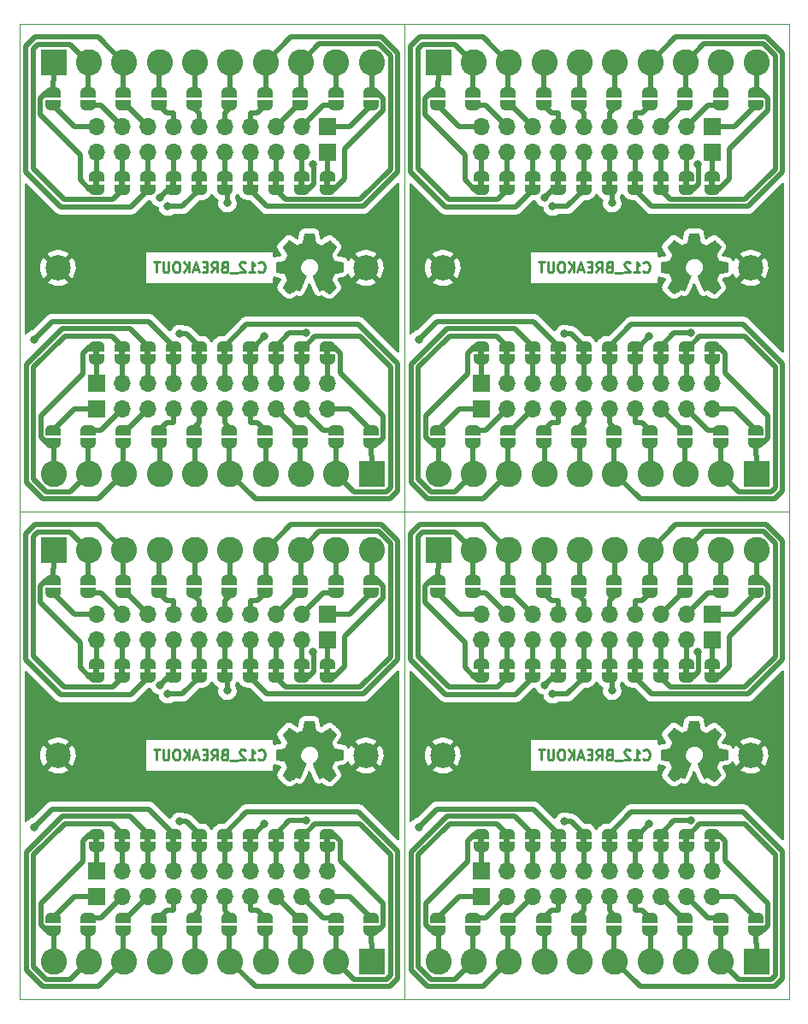
<source format=gbr>
G04 #@! TF.GenerationSoftware,KiCad,Pcbnew,6.0.11-2627ca5db0~126~ubuntu20.04.1*
G04 #@! TF.CreationDate,2023-03-16T15:00:45-05:00*
G04 #@! TF.ProjectId,,58585858-5858-4585-9858-585858585858,rev?*
G04 #@! TF.SameCoordinates,Original*
G04 #@! TF.FileFunction,Copper,L2,Bot*
G04 #@! TF.FilePolarity,Positive*
%FSLAX46Y46*%
G04 Gerber Fmt 4.6, Leading zero omitted, Abs format (unit mm)*
G04 Created by KiCad (PCBNEW 6.0.11-2627ca5db0~126~ubuntu20.04.1) date 2023-03-16 15:00:45*
%MOMM*%
%LPD*%
G01*
G04 APERTURE LIST*
G04 Aperture macros list*
%AMFreePoly0*
4,1,20,0.000000,0.744959,0.073905,0.744508,0.209726,0.703889,0.328688,0.626782,0.421226,0.519385,0.479903,0.390333,0.500000,0.250000,0.500000,-0.250000,0.499851,-0.262216,0.476331,-0.402017,0.414519,-0.529596,0.319384,-0.634700,0.198574,-0.708877,0.061801,-0.746166,0.000000,-0.745033,0.000000,-0.750000,-0.500000,-0.750000,-0.500000,0.750000,0.000000,0.750000,0.000000,0.744959,
0.000000,0.744959,$1*%
%AMFreePoly1*
4,1,22,0.500000,-0.750000,0.000000,-0.750000,0.000000,-0.745033,-0.079941,-0.743568,-0.215256,-0.701293,-0.333266,-0.622738,-0.424486,-0.514219,-0.481581,-0.384460,-0.499164,-0.250000,-0.500000,-0.250000,-0.500000,0.250000,-0.499164,0.250000,-0.499963,0.256109,-0.478152,0.396186,-0.417904,0.524511,-0.324060,0.630769,-0.204165,0.706417,-0.067858,0.745374,0.000000,0.744959,0.000000,0.750000,
0.500000,0.750000,0.500000,-0.750000,0.500000,-0.750000,$1*%
G04 Aperture macros list end*
G04 #@! TA.AperFunction,Profile*
%ADD10C,0.050000*%
G04 #@! TD*
%ADD11C,0.250000*%
G04 #@! TA.AperFunction,NonConductor*
%ADD12C,0.250000*%
G04 #@! TD*
G04 #@! TA.AperFunction,EtchedComponent*
%ADD13C,0.010000*%
G04 #@! TD*
G04 #@! TA.AperFunction,SMDPad,CuDef*
%ADD14FreePoly0,90.000000*%
G04 #@! TD*
G04 #@! TA.AperFunction,SMDPad,CuDef*
%ADD15FreePoly1,90.000000*%
G04 #@! TD*
G04 #@! TA.AperFunction,SMDPad,CuDef*
%ADD16FreePoly0,270.000000*%
G04 #@! TD*
G04 #@! TA.AperFunction,SMDPad,CuDef*
%ADD17FreePoly1,270.000000*%
G04 #@! TD*
G04 #@! TA.AperFunction,ComponentPad*
%ADD18O,1.700000X1.700000*%
G04 #@! TD*
G04 #@! TA.AperFunction,ComponentPad*
%ADD19R,1.700000X1.700000*%
G04 #@! TD*
G04 #@! TA.AperFunction,ComponentPad*
%ADD20C,2.600000*%
G04 #@! TD*
G04 #@! TA.AperFunction,ComponentPad*
%ADD21R,2.600000X2.600000*%
G04 #@! TD*
G04 #@! TA.AperFunction,ComponentPad*
%ADD22C,2.499360*%
G04 #@! TD*
G04 #@! TA.AperFunction,ViaPad*
%ADD23C,0.800000*%
G04 #@! TD*
G04 #@! TA.AperFunction,Conductor*
%ADD24C,0.500000*%
G04 #@! TD*
G04 APERTURE END LIST*
D10*
X102108000Y-136652000D02*
X140208000Y-136652000D01*
X140208000Y-88392000D02*
X140208000Y-136652000D01*
X102108000Y-88392000D02*
X140208000Y-88392000D01*
X102108000Y-88392000D02*
X102108000Y-136652000D01*
D11*
D12*
X125783013Y-112848622D02*
X125830632Y-112896241D01*
X125973489Y-112943860D01*
X126068727Y-112943860D01*
X126211584Y-112896241D01*
X126306822Y-112801003D01*
X126354441Y-112705765D01*
X126402060Y-112515289D01*
X126402060Y-112372432D01*
X126354441Y-112181956D01*
X126306822Y-112086718D01*
X126211584Y-111991480D01*
X126068727Y-111943860D01*
X125973489Y-111943860D01*
X125830632Y-111991480D01*
X125783013Y-112039099D01*
X124830632Y-112943860D02*
X125402060Y-112943860D01*
X125116346Y-112943860D02*
X125116346Y-111943860D01*
X125211584Y-112086718D01*
X125306822Y-112181956D01*
X125402060Y-112229575D01*
X124449680Y-112039099D02*
X124402060Y-111991480D01*
X124306822Y-111943860D01*
X124068727Y-111943860D01*
X123973489Y-111991480D01*
X123925870Y-112039099D01*
X123878251Y-112134337D01*
X123878251Y-112229575D01*
X123925870Y-112372432D01*
X124497299Y-112943860D01*
X123878251Y-112943860D01*
X123687775Y-113039099D02*
X122925870Y-113039099D01*
X122354441Y-112420051D02*
X122211584Y-112467670D01*
X122163965Y-112515289D01*
X122116346Y-112610527D01*
X122116346Y-112753384D01*
X122163965Y-112848622D01*
X122211584Y-112896241D01*
X122306822Y-112943860D01*
X122687775Y-112943860D01*
X122687775Y-111943860D01*
X122354441Y-111943860D01*
X122259203Y-111991480D01*
X122211584Y-112039099D01*
X122163965Y-112134337D01*
X122163965Y-112229575D01*
X122211584Y-112324813D01*
X122259203Y-112372432D01*
X122354441Y-112420051D01*
X122687775Y-112420051D01*
X121116346Y-112943860D02*
X121449680Y-112467670D01*
X121687775Y-112943860D02*
X121687775Y-111943860D01*
X121306822Y-111943860D01*
X121211584Y-111991480D01*
X121163965Y-112039099D01*
X121116346Y-112134337D01*
X121116346Y-112277194D01*
X121163965Y-112372432D01*
X121211584Y-112420051D01*
X121306822Y-112467670D01*
X121687775Y-112467670D01*
X120687775Y-112420051D02*
X120354441Y-112420051D01*
X120211584Y-112943860D02*
X120687775Y-112943860D01*
X120687775Y-111943860D01*
X120211584Y-111943860D01*
X119830632Y-112658146D02*
X119354441Y-112658146D01*
X119925870Y-112943860D02*
X119592537Y-111943860D01*
X119259203Y-112943860D01*
X118925870Y-112943860D02*
X118925870Y-111943860D01*
X118354441Y-112943860D02*
X118783013Y-112372432D01*
X118354441Y-111943860D02*
X118925870Y-112515289D01*
X117735394Y-111943860D02*
X117544918Y-111943860D01*
X117449680Y-111991480D01*
X117354441Y-112086718D01*
X117306822Y-112277194D01*
X117306822Y-112610527D01*
X117354441Y-112801003D01*
X117449680Y-112896241D01*
X117544918Y-112943860D01*
X117735394Y-112943860D01*
X117830632Y-112896241D01*
X117925870Y-112801003D01*
X117973489Y-112610527D01*
X117973489Y-112277194D01*
X117925870Y-112086718D01*
X117830632Y-111991480D01*
X117735394Y-111943860D01*
X116878251Y-111943860D02*
X116878251Y-112753384D01*
X116830632Y-112848622D01*
X116783013Y-112896241D01*
X116687775Y-112943860D01*
X116497299Y-112943860D01*
X116402060Y-112896241D01*
X116354441Y-112848622D01*
X116306822Y-112753384D01*
X116306822Y-111943860D01*
X115973489Y-111943860D02*
X115402060Y-111943860D01*
X115687775Y-112943860D02*
X115687775Y-111943860D01*
D10*
X64008000Y-136652000D02*
X102108000Y-136652000D01*
X102108000Y-88392000D02*
X102108000Y-136652000D01*
X64008000Y-88392000D02*
X102108000Y-88392000D01*
X64008000Y-88392000D02*
X64008000Y-136652000D01*
D11*
D12*
X87683013Y-112848622D02*
X87730632Y-112896241D01*
X87873489Y-112943860D01*
X87968727Y-112943860D01*
X88111584Y-112896241D01*
X88206822Y-112801003D01*
X88254441Y-112705765D01*
X88302060Y-112515289D01*
X88302060Y-112372432D01*
X88254441Y-112181956D01*
X88206822Y-112086718D01*
X88111584Y-111991480D01*
X87968727Y-111943860D01*
X87873489Y-111943860D01*
X87730632Y-111991480D01*
X87683013Y-112039099D01*
X86730632Y-112943860D02*
X87302060Y-112943860D01*
X87016346Y-112943860D02*
X87016346Y-111943860D01*
X87111584Y-112086718D01*
X87206822Y-112181956D01*
X87302060Y-112229575D01*
X86349680Y-112039099D02*
X86302060Y-111991480D01*
X86206822Y-111943860D01*
X85968727Y-111943860D01*
X85873489Y-111991480D01*
X85825870Y-112039099D01*
X85778251Y-112134337D01*
X85778251Y-112229575D01*
X85825870Y-112372432D01*
X86397299Y-112943860D01*
X85778251Y-112943860D01*
X85587775Y-113039099D02*
X84825870Y-113039099D01*
X84254441Y-112420051D02*
X84111584Y-112467670D01*
X84063965Y-112515289D01*
X84016346Y-112610527D01*
X84016346Y-112753384D01*
X84063965Y-112848622D01*
X84111584Y-112896241D01*
X84206822Y-112943860D01*
X84587775Y-112943860D01*
X84587775Y-111943860D01*
X84254441Y-111943860D01*
X84159203Y-111991480D01*
X84111584Y-112039099D01*
X84063965Y-112134337D01*
X84063965Y-112229575D01*
X84111584Y-112324813D01*
X84159203Y-112372432D01*
X84254441Y-112420051D01*
X84587775Y-112420051D01*
X83016346Y-112943860D02*
X83349680Y-112467670D01*
X83587775Y-112943860D02*
X83587775Y-111943860D01*
X83206822Y-111943860D01*
X83111584Y-111991480D01*
X83063965Y-112039099D01*
X83016346Y-112134337D01*
X83016346Y-112277194D01*
X83063965Y-112372432D01*
X83111584Y-112420051D01*
X83206822Y-112467670D01*
X83587775Y-112467670D01*
X82587775Y-112420051D02*
X82254441Y-112420051D01*
X82111584Y-112943860D02*
X82587775Y-112943860D01*
X82587775Y-111943860D01*
X82111584Y-111943860D01*
X81730632Y-112658146D02*
X81254441Y-112658146D01*
X81825870Y-112943860D02*
X81492537Y-111943860D01*
X81159203Y-112943860D01*
X80825870Y-112943860D02*
X80825870Y-111943860D01*
X80254441Y-112943860D02*
X80683013Y-112372432D01*
X80254441Y-111943860D02*
X80825870Y-112515289D01*
X79635394Y-111943860D02*
X79444918Y-111943860D01*
X79349680Y-111991480D01*
X79254441Y-112086718D01*
X79206822Y-112277194D01*
X79206822Y-112610527D01*
X79254441Y-112801003D01*
X79349680Y-112896241D01*
X79444918Y-112943860D01*
X79635394Y-112943860D01*
X79730632Y-112896241D01*
X79825870Y-112801003D01*
X79873489Y-112610527D01*
X79873489Y-112277194D01*
X79825870Y-112086718D01*
X79730632Y-111991480D01*
X79635394Y-111943860D01*
X78778251Y-111943860D02*
X78778251Y-112753384D01*
X78730632Y-112848622D01*
X78683013Y-112896241D01*
X78587775Y-112943860D01*
X78397299Y-112943860D01*
X78302060Y-112896241D01*
X78254441Y-112848622D01*
X78206822Y-112753384D01*
X78206822Y-111943860D01*
X77873489Y-111943860D02*
X77302060Y-111943860D01*
X77587775Y-112943860D02*
X77587775Y-111943860D01*
D10*
X102108000Y-88392000D02*
X140208000Y-88392000D01*
X140208000Y-40132000D02*
X140208000Y-88392000D01*
X102108000Y-40132000D02*
X140208000Y-40132000D01*
X102108000Y-40132000D02*
X102108000Y-88392000D01*
D11*
D12*
X125783013Y-64588622D02*
X125830632Y-64636241D01*
X125973489Y-64683860D01*
X126068727Y-64683860D01*
X126211584Y-64636241D01*
X126306822Y-64541003D01*
X126354441Y-64445765D01*
X126402060Y-64255289D01*
X126402060Y-64112432D01*
X126354441Y-63921956D01*
X126306822Y-63826718D01*
X126211584Y-63731480D01*
X126068727Y-63683860D01*
X125973489Y-63683860D01*
X125830632Y-63731480D01*
X125783013Y-63779099D01*
X124830632Y-64683860D02*
X125402060Y-64683860D01*
X125116346Y-64683860D02*
X125116346Y-63683860D01*
X125211584Y-63826718D01*
X125306822Y-63921956D01*
X125402060Y-63969575D01*
X124449680Y-63779099D02*
X124402060Y-63731480D01*
X124306822Y-63683860D01*
X124068727Y-63683860D01*
X123973489Y-63731480D01*
X123925870Y-63779099D01*
X123878251Y-63874337D01*
X123878251Y-63969575D01*
X123925870Y-64112432D01*
X124497299Y-64683860D01*
X123878251Y-64683860D01*
X123687775Y-64779099D02*
X122925870Y-64779099D01*
X122354441Y-64160051D02*
X122211584Y-64207670D01*
X122163965Y-64255289D01*
X122116346Y-64350527D01*
X122116346Y-64493384D01*
X122163965Y-64588622D01*
X122211584Y-64636241D01*
X122306822Y-64683860D01*
X122687775Y-64683860D01*
X122687775Y-63683860D01*
X122354441Y-63683860D01*
X122259203Y-63731480D01*
X122211584Y-63779099D01*
X122163965Y-63874337D01*
X122163965Y-63969575D01*
X122211584Y-64064813D01*
X122259203Y-64112432D01*
X122354441Y-64160051D01*
X122687775Y-64160051D01*
X121116346Y-64683860D02*
X121449680Y-64207670D01*
X121687775Y-64683860D02*
X121687775Y-63683860D01*
X121306822Y-63683860D01*
X121211584Y-63731480D01*
X121163965Y-63779099D01*
X121116346Y-63874337D01*
X121116346Y-64017194D01*
X121163965Y-64112432D01*
X121211584Y-64160051D01*
X121306822Y-64207670D01*
X121687775Y-64207670D01*
X120687775Y-64160051D02*
X120354441Y-64160051D01*
X120211584Y-64683860D02*
X120687775Y-64683860D01*
X120687775Y-63683860D01*
X120211584Y-63683860D01*
X119830632Y-64398146D02*
X119354441Y-64398146D01*
X119925870Y-64683860D02*
X119592537Y-63683860D01*
X119259203Y-64683860D01*
X118925870Y-64683860D02*
X118925870Y-63683860D01*
X118354441Y-64683860D02*
X118783013Y-64112432D01*
X118354441Y-63683860D02*
X118925870Y-64255289D01*
X117735394Y-63683860D02*
X117544918Y-63683860D01*
X117449680Y-63731480D01*
X117354441Y-63826718D01*
X117306822Y-64017194D01*
X117306822Y-64350527D01*
X117354441Y-64541003D01*
X117449680Y-64636241D01*
X117544918Y-64683860D01*
X117735394Y-64683860D01*
X117830632Y-64636241D01*
X117925870Y-64541003D01*
X117973489Y-64350527D01*
X117973489Y-64017194D01*
X117925870Y-63826718D01*
X117830632Y-63731480D01*
X117735394Y-63683860D01*
X116878251Y-63683860D02*
X116878251Y-64493384D01*
X116830632Y-64588622D01*
X116783013Y-64636241D01*
X116687775Y-64683860D01*
X116497299Y-64683860D01*
X116402060Y-64636241D01*
X116354441Y-64588622D01*
X116306822Y-64493384D01*
X116306822Y-63683860D01*
X115973489Y-63683860D02*
X115402060Y-63683860D01*
X115687775Y-64683860D02*
X115687775Y-63683860D01*
D10*
X64008000Y-40132000D02*
X64008000Y-88392000D01*
X64008000Y-40132000D02*
X102108000Y-40132000D01*
X102108000Y-40132000D02*
X102108000Y-88392000D01*
X64008000Y-88392000D02*
X102108000Y-88392000D01*
D11*
D12*
X87683013Y-64588622D02*
X87730632Y-64636241D01*
X87873489Y-64683860D01*
X87968727Y-64683860D01*
X88111584Y-64636241D01*
X88206822Y-64541003D01*
X88254441Y-64445765D01*
X88302060Y-64255289D01*
X88302060Y-64112432D01*
X88254441Y-63921956D01*
X88206822Y-63826718D01*
X88111584Y-63731480D01*
X87968727Y-63683860D01*
X87873489Y-63683860D01*
X87730632Y-63731480D01*
X87683013Y-63779099D01*
X86730632Y-64683860D02*
X87302060Y-64683860D01*
X87016346Y-64683860D02*
X87016346Y-63683860D01*
X87111584Y-63826718D01*
X87206822Y-63921956D01*
X87302060Y-63969575D01*
X86349680Y-63779099D02*
X86302060Y-63731480D01*
X86206822Y-63683860D01*
X85968727Y-63683860D01*
X85873489Y-63731480D01*
X85825870Y-63779099D01*
X85778251Y-63874337D01*
X85778251Y-63969575D01*
X85825870Y-64112432D01*
X86397299Y-64683860D01*
X85778251Y-64683860D01*
X85587775Y-64779099D02*
X84825870Y-64779099D01*
X84254441Y-64160051D02*
X84111584Y-64207670D01*
X84063965Y-64255289D01*
X84016346Y-64350527D01*
X84016346Y-64493384D01*
X84063965Y-64588622D01*
X84111584Y-64636241D01*
X84206822Y-64683860D01*
X84587775Y-64683860D01*
X84587775Y-63683860D01*
X84254441Y-63683860D01*
X84159203Y-63731480D01*
X84111584Y-63779099D01*
X84063965Y-63874337D01*
X84063965Y-63969575D01*
X84111584Y-64064813D01*
X84159203Y-64112432D01*
X84254441Y-64160051D01*
X84587775Y-64160051D01*
X83016346Y-64683860D02*
X83349680Y-64207670D01*
X83587775Y-64683860D02*
X83587775Y-63683860D01*
X83206822Y-63683860D01*
X83111584Y-63731480D01*
X83063965Y-63779099D01*
X83016346Y-63874337D01*
X83016346Y-64017194D01*
X83063965Y-64112432D01*
X83111584Y-64160051D01*
X83206822Y-64207670D01*
X83587775Y-64207670D01*
X82587775Y-64160051D02*
X82254441Y-64160051D01*
X82111584Y-64683860D02*
X82587775Y-64683860D01*
X82587775Y-63683860D01*
X82111584Y-63683860D01*
X81730632Y-64398146D02*
X81254441Y-64398146D01*
X81825870Y-64683860D02*
X81492537Y-63683860D01*
X81159203Y-64683860D01*
X80825870Y-64683860D02*
X80825870Y-63683860D01*
X80254441Y-64683860D02*
X80683013Y-64112432D01*
X80254441Y-63683860D02*
X80825870Y-64255289D01*
X79635394Y-63683860D02*
X79444918Y-63683860D01*
X79349680Y-63731480D01*
X79254441Y-63826718D01*
X79206822Y-64017194D01*
X79206822Y-64350527D01*
X79254441Y-64541003D01*
X79349680Y-64636241D01*
X79444918Y-64683860D01*
X79635394Y-64683860D01*
X79730632Y-64636241D01*
X79825870Y-64541003D01*
X79873489Y-64350527D01*
X79873489Y-64017194D01*
X79825870Y-63826718D01*
X79730632Y-63731480D01*
X79635394Y-63683860D01*
X78778251Y-63683860D02*
X78778251Y-64493384D01*
X78730632Y-64588622D01*
X78683013Y-64636241D01*
X78587775Y-64683860D01*
X78397299Y-64683860D01*
X78302060Y-64636241D01*
X78254441Y-64588622D01*
X78206822Y-64493384D01*
X78206822Y-63683860D01*
X77873489Y-63683860D02*
X77302060Y-63683860D01*
X77587775Y-64683860D02*
X77587775Y-63683860D01*
G36*
X110028000Y-104385000D02*
G01*
X109428000Y-104385000D01*
X109428000Y-103885000D01*
X110028000Y-103885000D01*
X110028000Y-104385000D01*
G37*
G36*
X112568000Y-104385000D02*
G01*
X111968000Y-104385000D01*
X111968000Y-103885000D01*
X112568000Y-103885000D01*
X112568000Y-104385000D01*
G37*
G36*
X115108000Y-104385000D02*
G01*
X114508000Y-104385000D01*
X114508000Y-103885000D01*
X115108000Y-103885000D01*
X115108000Y-104385000D01*
G37*
G36*
X117648000Y-104385000D02*
G01*
X117048000Y-104385000D01*
X117048000Y-103885000D01*
X117648000Y-103885000D01*
X117648000Y-104385000D01*
G37*
G36*
X120188000Y-104385000D02*
G01*
X119588000Y-104385000D01*
X119588000Y-103885000D01*
X120188000Y-103885000D01*
X120188000Y-104385000D01*
G37*
G36*
X122728000Y-104385000D02*
G01*
X122128000Y-104385000D01*
X122128000Y-103885000D01*
X122728000Y-103885000D01*
X122728000Y-104385000D01*
G37*
G36*
X125268000Y-104385000D02*
G01*
X124668000Y-104385000D01*
X124668000Y-103885000D01*
X125268000Y-103885000D01*
X125268000Y-104385000D01*
G37*
G36*
X127808000Y-104385000D02*
G01*
X127208000Y-104385000D01*
X127208000Y-103885000D01*
X127808000Y-103885000D01*
X127808000Y-104385000D01*
G37*
G36*
X130348000Y-104385000D02*
G01*
X129748000Y-104385000D01*
X129748000Y-103885000D01*
X130348000Y-103885000D01*
X130348000Y-104385000D01*
G37*
G36*
X132888000Y-104385000D02*
G01*
X132288000Y-104385000D01*
X132288000Y-103885000D01*
X132888000Y-103885000D01*
X132888000Y-104385000D01*
G37*
G36*
X132888000Y-121159000D02*
G01*
X132288000Y-121159000D01*
X132288000Y-120659000D01*
X132888000Y-120659000D01*
X132888000Y-121159000D01*
G37*
G36*
X130348000Y-121159000D02*
G01*
X129748000Y-121159000D01*
X129748000Y-120659000D01*
X130348000Y-120659000D01*
X130348000Y-121159000D01*
G37*
G36*
X127808000Y-121159000D02*
G01*
X127208000Y-121159000D01*
X127208000Y-120659000D01*
X127808000Y-120659000D01*
X127808000Y-121159000D01*
G37*
G36*
X125268000Y-121159000D02*
G01*
X124668000Y-121159000D01*
X124668000Y-120659000D01*
X125268000Y-120659000D01*
X125268000Y-121159000D01*
G37*
G36*
X122728000Y-121159000D02*
G01*
X122128000Y-121159000D01*
X122128000Y-120659000D01*
X122728000Y-120659000D01*
X122728000Y-121159000D01*
G37*
G36*
X120188000Y-121159000D02*
G01*
X119588000Y-121159000D01*
X119588000Y-120659000D01*
X120188000Y-120659000D01*
X120188000Y-121159000D01*
G37*
G36*
X117648000Y-121159000D02*
G01*
X117048000Y-121159000D01*
X117048000Y-120659000D01*
X117648000Y-120659000D01*
X117648000Y-121159000D01*
G37*
G36*
X115108000Y-121159000D02*
G01*
X114508000Y-121159000D01*
X114508000Y-120659000D01*
X115108000Y-120659000D01*
X115108000Y-121159000D01*
G37*
G36*
X112568000Y-121159000D02*
G01*
X111968000Y-121159000D01*
X111968000Y-120659000D01*
X112568000Y-120659000D01*
X112568000Y-121159000D01*
G37*
G36*
X110028000Y-121159000D02*
G01*
X109428000Y-121159000D01*
X109428000Y-120659000D01*
X110028000Y-120659000D01*
X110028000Y-121159000D01*
G37*
G36*
X131347235Y-109594651D02*
G01*
X131431055Y-110039275D01*
X132049627Y-110294271D01*
X132420667Y-110041966D01*
X132494104Y-109992226D01*
X132591459Y-109926938D01*
X132675747Y-109871174D01*
X132742591Y-109827798D01*
X132787614Y-109799673D01*
X132806438Y-109789662D01*
X132817999Y-109796781D01*
X132852556Y-109826614D01*
X132904854Y-109875572D01*
X132970460Y-109939160D01*
X133044943Y-110012883D01*
X133123873Y-110092245D01*
X133202816Y-110172751D01*
X133277344Y-110249905D01*
X133343023Y-110319213D01*
X133395423Y-110376177D01*
X133430113Y-110416304D01*
X133442661Y-110435097D01*
X133439742Y-110443171D01*
X133419531Y-110479189D01*
X133382623Y-110538464D01*
X133332010Y-110616350D01*
X133270685Y-110708201D01*
X133201639Y-110809370D01*
X133163747Y-110864546D01*
X133098566Y-110960604D01*
X133042683Y-111044437D01*
X132999077Y-111111497D01*
X132970729Y-111157239D01*
X132960617Y-111177116D01*
X132960783Y-111178217D01*
X132969703Y-111203414D01*
X132990166Y-111254867D01*
X133019320Y-111325855D01*
X133054313Y-111409655D01*
X133092292Y-111499548D01*
X133130405Y-111588811D01*
X133165799Y-111670723D01*
X133195622Y-111738563D01*
X133217021Y-111785610D01*
X133227144Y-111805142D01*
X133233134Y-111806875D01*
X133269526Y-111814689D01*
X133334387Y-111827635D01*
X133422525Y-111844699D01*
X133528747Y-111864871D01*
X133647862Y-111887138D01*
X133710643Y-111898943D01*
X133825872Y-111921468D01*
X133926622Y-111942270D01*
X134007386Y-111960155D01*
X134062658Y-111973928D01*
X134086931Y-111982394D01*
X134091291Y-111990786D01*
X134098523Y-112031792D01*
X134104206Y-112100088D01*
X134108342Y-112189249D01*
X134110937Y-112292848D01*
X134111996Y-112404460D01*
X134111521Y-112517658D01*
X134109519Y-112626016D01*
X134105993Y-112723109D01*
X134100947Y-112802510D01*
X134094387Y-112857792D01*
X134086316Y-112882530D01*
X134081418Y-112885320D01*
X134044890Y-112897289D01*
X133981525Y-112913125D01*
X133898646Y-112931094D01*
X133803578Y-112949461D01*
X133771502Y-112955311D01*
X133623353Y-112982518D01*
X133506921Y-113004383D01*
X133418169Y-113021813D01*
X133353063Y-113035716D01*
X133307566Y-113046997D01*
X133277642Y-113056563D01*
X133259254Y-113065321D01*
X133248367Y-113074177D01*
X133247102Y-113075663D01*
X133229298Y-113106651D01*
X133202954Y-113163354D01*
X133170621Y-113239119D01*
X133134853Y-113327294D01*
X133098204Y-113421227D01*
X133063226Y-113514267D01*
X133032473Y-113599761D01*
X133008498Y-113671056D01*
X132993855Y-113721502D01*
X132991096Y-113744446D01*
X132992941Y-113747423D01*
X133012035Y-113776213D01*
X133047944Y-113829315D01*
X133097338Y-113901837D01*
X133156887Y-113988887D01*
X133223263Y-114085574D01*
X133241480Y-114112176D01*
X133305537Y-114207595D01*
X133360897Y-114292932D01*
X133404399Y-114363125D01*
X133432884Y-114413114D01*
X133443192Y-114437836D01*
X133440971Y-114444336D01*
X133417818Y-114476364D01*
X133372137Y-114528665D01*
X133307201Y-114597719D01*
X133226279Y-114680006D01*
X133132645Y-114772006D01*
X133079125Y-114823501D01*
X132994502Y-114903703D01*
X132920435Y-114972398D01*
X132860901Y-115025972D01*
X132819877Y-115060805D01*
X132801341Y-115073283D01*
X132788606Y-115068658D01*
X132749396Y-115046777D01*
X132692455Y-115010993D01*
X132625210Y-114965837D01*
X132577398Y-114932885D01*
X132481945Y-114867447D01*
X132380085Y-114797948D01*
X132287048Y-114734795D01*
X132104792Y-114611520D01*
X131951801Y-114694240D01*
X131915777Y-114713333D01*
X131850263Y-114745992D01*
X131799600Y-114768539D01*
X131772524Y-114776946D01*
X131763663Y-114766150D01*
X131741659Y-114725043D01*
X131709159Y-114657269D01*
X131667970Y-114567129D01*
X131619902Y-114458925D01*
X131566762Y-114336957D01*
X131510359Y-114205528D01*
X131452502Y-114068938D01*
X131394998Y-113931487D01*
X131339657Y-113797478D01*
X131288286Y-113671211D01*
X131242695Y-113556988D01*
X131204692Y-113459110D01*
X131176084Y-113381877D01*
X131158681Y-113329591D01*
X131154291Y-113306553D01*
X131154588Y-113305880D01*
X131175037Y-113284583D01*
X131217810Y-113251228D01*
X131274077Y-113212731D01*
X131291837Y-113200976D01*
X131426974Y-113089455D01*
X131538816Y-112956626D01*
X131624715Y-112808018D01*
X131682022Y-112649160D01*
X131708091Y-112485580D01*
X131700273Y-112322808D01*
X131668604Y-112178035D01*
X131611742Y-112031844D01*
X131528848Y-111901423D01*
X131415091Y-111777533D01*
X131370393Y-111737955D01*
X131225895Y-111640443D01*
X131069798Y-111574770D01*
X130906627Y-111540350D01*
X130740903Y-111536594D01*
X130577152Y-111562914D01*
X130419896Y-111618723D01*
X130273658Y-111703434D01*
X130142964Y-111816457D01*
X130032334Y-111957207D01*
X130011065Y-111992062D01*
X129938770Y-112151375D01*
X129900375Y-112317272D01*
X129894874Y-112485457D01*
X129921261Y-112651633D01*
X129978530Y-112811504D01*
X130065677Y-112960773D01*
X130181696Y-113095143D01*
X130325582Y-113210319D01*
X130330254Y-113213422D01*
X130385924Y-113252653D01*
X130427649Y-113286006D01*
X130446706Y-113306553D01*
X130444302Y-113322661D01*
X130429351Y-113369564D01*
X130402841Y-113442259D01*
X130366580Y-113536445D01*
X130322376Y-113647818D01*
X130272036Y-113772078D01*
X130217367Y-113904922D01*
X130160178Y-114042047D01*
X130102276Y-114179152D01*
X130045470Y-114311935D01*
X129991566Y-114436094D01*
X129942372Y-114547326D01*
X129899697Y-114641329D01*
X129865347Y-114713802D01*
X129841131Y-114760442D01*
X129828857Y-114776946D01*
X129818649Y-114774711D01*
X129778546Y-114758646D01*
X129719278Y-114730479D01*
X129649579Y-114694240D01*
X129496589Y-114611520D01*
X129314333Y-114734795D01*
X129260487Y-114771299D01*
X129160334Y-114839504D01*
X129060485Y-114907818D01*
X128976171Y-114965837D01*
X128929639Y-114997456D01*
X128869160Y-115036740D01*
X128824317Y-115063632D01*
X128802415Y-115073603D01*
X128793005Y-115069370D01*
X128758991Y-115043441D01*
X128706555Y-114997790D01*
X128640261Y-114936906D01*
X128564673Y-114865281D01*
X128484356Y-114787403D01*
X128403873Y-114707765D01*
X128327789Y-114630855D01*
X128260667Y-114561165D01*
X128207072Y-114503184D01*
X128171568Y-114461404D01*
X128158719Y-114440313D01*
X128159460Y-114436301D01*
X128174753Y-114403640D01*
X128207422Y-114347132D01*
X128254310Y-114271883D01*
X128312261Y-114182995D01*
X128378117Y-114085574D01*
X128396587Y-114058702D01*
X128461442Y-113964143D01*
X128518569Y-113880547D01*
X128564638Y-113812804D01*
X128596319Y-113765806D01*
X128610284Y-113744446D01*
X128610628Y-113743531D01*
X128606506Y-113717398D01*
X128590767Y-113664460D01*
X128565964Y-113591367D01*
X128534649Y-113504772D01*
X128499377Y-113411328D01*
X128462700Y-113317685D01*
X128427172Y-113230497D01*
X128395346Y-113156415D01*
X128369776Y-113102091D01*
X128353013Y-113074177D01*
X128351334Y-113072444D01*
X128339332Y-113063676D01*
X128319063Y-113054835D01*
X128286489Y-113045012D01*
X128237576Y-113033303D01*
X128168287Y-113018800D01*
X128074585Y-113000596D01*
X127952436Y-112977786D01*
X127797802Y-112949461D01*
X127765730Y-112943500D01*
X127673853Y-112925072D01*
X127596567Y-112907612D01*
X127541196Y-112892853D01*
X127515065Y-112882530D01*
X127510693Y-112873917D01*
X127503405Y-112832546D01*
X127497629Y-112763961D01*
X127493370Y-112674588D01*
X127490633Y-112570855D01*
X127489422Y-112459185D01*
X127489742Y-112346007D01*
X127491596Y-112237746D01*
X127494990Y-112140828D01*
X127499927Y-112061679D01*
X127506412Y-112006726D01*
X127514449Y-111982394D01*
X127522656Y-111978799D01*
X127563479Y-111967468D01*
X127632484Y-111951442D01*
X127724163Y-111931915D01*
X127833010Y-111910082D01*
X127953518Y-111887138D01*
X128019317Y-111874879D01*
X128132095Y-111853621D01*
X128229167Y-111835007D01*
X128305342Y-111820048D01*
X128355429Y-111809756D01*
X128374236Y-111805142D01*
X128374943Y-111804191D01*
X128386921Y-111780030D01*
X128409754Y-111729414D01*
X128440590Y-111659058D01*
X128476573Y-111575678D01*
X128514851Y-111485990D01*
X128552569Y-111396709D01*
X128586873Y-111314552D01*
X128614909Y-111246233D01*
X128633824Y-111198468D01*
X128640763Y-111177974D01*
X128637702Y-111170763D01*
X128617332Y-111136448D01*
X128580382Y-111078690D01*
X128529820Y-111002019D01*
X128468617Y-110910968D01*
X128399741Y-110810070D01*
X128361954Y-110754813D01*
X128296742Y-110657935D01*
X128240831Y-110572913D01*
X128197201Y-110504382D01*
X128168837Y-110456980D01*
X128158719Y-110435343D01*
X128165750Y-110423607D01*
X128195157Y-110388538D01*
X128243401Y-110335465D01*
X128306053Y-110268884D01*
X128378685Y-110193294D01*
X128456868Y-110113192D01*
X128536174Y-110033074D01*
X128612173Y-109957438D01*
X128680438Y-109890782D01*
X128736540Y-109837602D01*
X128776050Y-109802396D01*
X128794539Y-109789662D01*
X128804803Y-109794613D01*
X128842490Y-109817577D01*
X128903308Y-109856658D01*
X128982873Y-109908992D01*
X129076803Y-109971716D01*
X129180714Y-110041966D01*
X129551754Y-110294271D01*
X129861040Y-110166773D01*
X130170325Y-110039275D01*
X130254146Y-109594651D01*
X130337966Y-109150027D01*
X131263414Y-109150027D01*
X131347235Y-109594651D01*
G37*
D13*
X131347235Y-109594651D02*
X131431055Y-110039275D01*
X132049627Y-110294271D01*
X132420667Y-110041966D01*
X132494104Y-109992226D01*
X132591459Y-109926938D01*
X132675747Y-109871174D01*
X132742591Y-109827798D01*
X132787614Y-109799673D01*
X132806438Y-109789662D01*
X132817999Y-109796781D01*
X132852556Y-109826614D01*
X132904854Y-109875572D01*
X132970460Y-109939160D01*
X133044943Y-110012883D01*
X133123873Y-110092245D01*
X133202816Y-110172751D01*
X133277344Y-110249905D01*
X133343023Y-110319213D01*
X133395423Y-110376177D01*
X133430113Y-110416304D01*
X133442661Y-110435097D01*
X133439742Y-110443171D01*
X133419531Y-110479189D01*
X133382623Y-110538464D01*
X133332010Y-110616350D01*
X133270685Y-110708201D01*
X133201639Y-110809370D01*
X133163747Y-110864546D01*
X133098566Y-110960604D01*
X133042683Y-111044437D01*
X132999077Y-111111497D01*
X132970729Y-111157239D01*
X132960617Y-111177116D01*
X132960783Y-111178217D01*
X132969703Y-111203414D01*
X132990166Y-111254867D01*
X133019320Y-111325855D01*
X133054313Y-111409655D01*
X133092292Y-111499548D01*
X133130405Y-111588811D01*
X133165799Y-111670723D01*
X133195622Y-111738563D01*
X133217021Y-111785610D01*
X133227144Y-111805142D01*
X133233134Y-111806875D01*
X133269526Y-111814689D01*
X133334387Y-111827635D01*
X133422525Y-111844699D01*
X133528747Y-111864871D01*
X133647862Y-111887138D01*
X133710643Y-111898943D01*
X133825872Y-111921468D01*
X133926622Y-111942270D01*
X134007386Y-111960155D01*
X134062658Y-111973928D01*
X134086931Y-111982394D01*
X134091291Y-111990786D01*
X134098523Y-112031792D01*
X134104206Y-112100088D01*
X134108342Y-112189249D01*
X134110937Y-112292848D01*
X134111996Y-112404460D01*
X134111521Y-112517658D01*
X134109519Y-112626016D01*
X134105993Y-112723109D01*
X134100947Y-112802510D01*
X134094387Y-112857792D01*
X134086316Y-112882530D01*
X134081418Y-112885320D01*
X134044890Y-112897289D01*
X133981525Y-112913125D01*
X133898646Y-112931094D01*
X133803578Y-112949461D01*
X133771502Y-112955311D01*
X133623353Y-112982518D01*
X133506921Y-113004383D01*
X133418169Y-113021813D01*
X133353063Y-113035716D01*
X133307566Y-113046997D01*
X133277642Y-113056563D01*
X133259254Y-113065321D01*
X133248367Y-113074177D01*
X133247102Y-113075663D01*
X133229298Y-113106651D01*
X133202954Y-113163354D01*
X133170621Y-113239119D01*
X133134853Y-113327294D01*
X133098204Y-113421227D01*
X133063226Y-113514267D01*
X133032473Y-113599761D01*
X133008498Y-113671056D01*
X132993855Y-113721502D01*
X132991096Y-113744446D01*
X132992941Y-113747423D01*
X133012035Y-113776213D01*
X133047944Y-113829315D01*
X133097338Y-113901837D01*
X133156887Y-113988887D01*
X133223263Y-114085574D01*
X133241480Y-114112176D01*
X133305537Y-114207595D01*
X133360897Y-114292932D01*
X133404399Y-114363125D01*
X133432884Y-114413114D01*
X133443192Y-114437836D01*
X133440971Y-114444336D01*
X133417818Y-114476364D01*
X133372137Y-114528665D01*
X133307201Y-114597719D01*
X133226279Y-114680006D01*
X133132645Y-114772006D01*
X133079125Y-114823501D01*
X132994502Y-114903703D01*
X132920435Y-114972398D01*
X132860901Y-115025972D01*
X132819877Y-115060805D01*
X132801341Y-115073283D01*
X132788606Y-115068658D01*
X132749396Y-115046777D01*
X132692455Y-115010993D01*
X132625210Y-114965837D01*
X132577398Y-114932885D01*
X132481945Y-114867447D01*
X132380085Y-114797948D01*
X132287048Y-114734795D01*
X132104792Y-114611520D01*
X131951801Y-114694240D01*
X131915777Y-114713333D01*
X131850263Y-114745992D01*
X131799600Y-114768539D01*
X131772524Y-114776946D01*
X131763663Y-114766150D01*
X131741659Y-114725043D01*
X131709159Y-114657269D01*
X131667970Y-114567129D01*
X131619902Y-114458925D01*
X131566762Y-114336957D01*
X131510359Y-114205528D01*
X131452502Y-114068938D01*
X131394998Y-113931487D01*
X131339657Y-113797478D01*
X131288286Y-113671211D01*
X131242695Y-113556988D01*
X131204692Y-113459110D01*
X131176084Y-113381877D01*
X131158681Y-113329591D01*
X131154291Y-113306553D01*
X131154588Y-113305880D01*
X131175037Y-113284583D01*
X131217810Y-113251228D01*
X131274077Y-113212731D01*
X131291837Y-113200976D01*
X131426974Y-113089455D01*
X131538816Y-112956626D01*
X131624715Y-112808018D01*
X131682022Y-112649160D01*
X131708091Y-112485580D01*
X131700273Y-112322808D01*
X131668604Y-112178035D01*
X131611742Y-112031844D01*
X131528848Y-111901423D01*
X131415091Y-111777533D01*
X131370393Y-111737955D01*
X131225895Y-111640443D01*
X131069798Y-111574770D01*
X130906627Y-111540350D01*
X130740903Y-111536594D01*
X130577152Y-111562914D01*
X130419896Y-111618723D01*
X130273658Y-111703434D01*
X130142964Y-111816457D01*
X130032334Y-111957207D01*
X130011065Y-111992062D01*
X129938770Y-112151375D01*
X129900375Y-112317272D01*
X129894874Y-112485457D01*
X129921261Y-112651633D01*
X129978530Y-112811504D01*
X130065677Y-112960773D01*
X130181696Y-113095143D01*
X130325582Y-113210319D01*
X130330254Y-113213422D01*
X130385924Y-113252653D01*
X130427649Y-113286006D01*
X130446706Y-113306553D01*
X130444302Y-113322661D01*
X130429351Y-113369564D01*
X130402841Y-113442259D01*
X130366580Y-113536445D01*
X130322376Y-113647818D01*
X130272036Y-113772078D01*
X130217367Y-113904922D01*
X130160178Y-114042047D01*
X130102276Y-114179152D01*
X130045470Y-114311935D01*
X129991566Y-114436094D01*
X129942372Y-114547326D01*
X129899697Y-114641329D01*
X129865347Y-114713802D01*
X129841131Y-114760442D01*
X129828857Y-114776946D01*
X129818649Y-114774711D01*
X129778546Y-114758646D01*
X129719278Y-114730479D01*
X129649579Y-114694240D01*
X129496589Y-114611520D01*
X129314333Y-114734795D01*
X129260487Y-114771299D01*
X129160334Y-114839504D01*
X129060485Y-114907818D01*
X128976171Y-114965837D01*
X128929639Y-114997456D01*
X128869160Y-115036740D01*
X128824317Y-115063632D01*
X128802415Y-115073603D01*
X128793005Y-115069370D01*
X128758991Y-115043441D01*
X128706555Y-114997790D01*
X128640261Y-114936906D01*
X128564673Y-114865281D01*
X128484356Y-114787403D01*
X128403873Y-114707765D01*
X128327789Y-114630855D01*
X128260667Y-114561165D01*
X128207072Y-114503184D01*
X128171568Y-114461404D01*
X128158719Y-114440313D01*
X128159460Y-114436301D01*
X128174753Y-114403640D01*
X128207422Y-114347132D01*
X128254310Y-114271883D01*
X128312261Y-114182995D01*
X128378117Y-114085574D01*
X128396587Y-114058702D01*
X128461442Y-113964143D01*
X128518569Y-113880547D01*
X128564638Y-113812804D01*
X128596319Y-113765806D01*
X128610284Y-113744446D01*
X128610628Y-113743531D01*
X128606506Y-113717398D01*
X128590767Y-113664460D01*
X128565964Y-113591367D01*
X128534649Y-113504772D01*
X128499377Y-113411328D01*
X128462700Y-113317685D01*
X128427172Y-113230497D01*
X128395346Y-113156415D01*
X128369776Y-113102091D01*
X128353013Y-113074177D01*
X128351334Y-113072444D01*
X128339332Y-113063676D01*
X128319063Y-113054835D01*
X128286489Y-113045012D01*
X128237576Y-113033303D01*
X128168287Y-113018800D01*
X128074585Y-113000596D01*
X127952436Y-112977786D01*
X127797802Y-112949461D01*
X127765730Y-112943500D01*
X127673853Y-112925072D01*
X127596567Y-112907612D01*
X127541196Y-112892853D01*
X127515065Y-112882530D01*
X127510693Y-112873917D01*
X127503405Y-112832546D01*
X127497629Y-112763961D01*
X127493370Y-112674588D01*
X127490633Y-112570855D01*
X127489422Y-112459185D01*
X127489742Y-112346007D01*
X127491596Y-112237746D01*
X127494990Y-112140828D01*
X127499927Y-112061679D01*
X127506412Y-112006726D01*
X127514449Y-111982394D01*
X127522656Y-111978799D01*
X127563479Y-111967468D01*
X127632484Y-111951442D01*
X127724163Y-111931915D01*
X127833010Y-111910082D01*
X127953518Y-111887138D01*
X128019317Y-111874879D01*
X128132095Y-111853621D01*
X128229167Y-111835007D01*
X128305342Y-111820048D01*
X128355429Y-111809756D01*
X128374236Y-111805142D01*
X128374943Y-111804191D01*
X128386921Y-111780030D01*
X128409754Y-111729414D01*
X128440590Y-111659058D01*
X128476573Y-111575678D01*
X128514851Y-111485990D01*
X128552569Y-111396709D01*
X128586873Y-111314552D01*
X128614909Y-111246233D01*
X128633824Y-111198468D01*
X128640763Y-111177974D01*
X128637702Y-111170763D01*
X128617332Y-111136448D01*
X128580382Y-111078690D01*
X128529820Y-111002019D01*
X128468617Y-110910968D01*
X128399741Y-110810070D01*
X128361954Y-110754813D01*
X128296742Y-110657935D01*
X128240831Y-110572913D01*
X128197201Y-110504382D01*
X128168837Y-110456980D01*
X128158719Y-110435343D01*
X128165750Y-110423607D01*
X128195157Y-110388538D01*
X128243401Y-110335465D01*
X128306053Y-110268884D01*
X128378685Y-110193294D01*
X128456868Y-110113192D01*
X128536174Y-110033074D01*
X128612173Y-109957438D01*
X128680438Y-109890782D01*
X128736540Y-109837602D01*
X128776050Y-109802396D01*
X128794539Y-109789662D01*
X128804803Y-109794613D01*
X128842490Y-109817577D01*
X128903308Y-109856658D01*
X128982873Y-109908992D01*
X129076803Y-109971716D01*
X129180714Y-110041966D01*
X129551754Y-110294271D01*
X129861040Y-110166773D01*
X130170325Y-110039275D01*
X130254146Y-109594651D01*
X130337966Y-109150027D01*
X131263414Y-109150027D01*
X131347235Y-109594651D01*
G36*
X71928000Y-104385000D02*
G01*
X71328000Y-104385000D01*
X71328000Y-103885000D01*
X71928000Y-103885000D01*
X71928000Y-104385000D01*
G37*
G36*
X74468000Y-104385000D02*
G01*
X73868000Y-104385000D01*
X73868000Y-103885000D01*
X74468000Y-103885000D01*
X74468000Y-104385000D01*
G37*
G36*
X77008000Y-104385000D02*
G01*
X76408000Y-104385000D01*
X76408000Y-103885000D01*
X77008000Y-103885000D01*
X77008000Y-104385000D01*
G37*
G36*
X79548000Y-104385000D02*
G01*
X78948000Y-104385000D01*
X78948000Y-103885000D01*
X79548000Y-103885000D01*
X79548000Y-104385000D01*
G37*
G36*
X82088000Y-104385000D02*
G01*
X81488000Y-104385000D01*
X81488000Y-103885000D01*
X82088000Y-103885000D01*
X82088000Y-104385000D01*
G37*
G36*
X84628000Y-104385000D02*
G01*
X84028000Y-104385000D01*
X84028000Y-103885000D01*
X84628000Y-103885000D01*
X84628000Y-104385000D01*
G37*
G36*
X87168000Y-104385000D02*
G01*
X86568000Y-104385000D01*
X86568000Y-103885000D01*
X87168000Y-103885000D01*
X87168000Y-104385000D01*
G37*
G36*
X89708000Y-104385000D02*
G01*
X89108000Y-104385000D01*
X89108000Y-103885000D01*
X89708000Y-103885000D01*
X89708000Y-104385000D01*
G37*
G36*
X92248000Y-104385000D02*
G01*
X91648000Y-104385000D01*
X91648000Y-103885000D01*
X92248000Y-103885000D01*
X92248000Y-104385000D01*
G37*
G36*
X94788000Y-104385000D02*
G01*
X94188000Y-104385000D01*
X94188000Y-103885000D01*
X94788000Y-103885000D01*
X94788000Y-104385000D01*
G37*
G36*
X94788000Y-121159000D02*
G01*
X94188000Y-121159000D01*
X94188000Y-120659000D01*
X94788000Y-120659000D01*
X94788000Y-121159000D01*
G37*
G36*
X92248000Y-121159000D02*
G01*
X91648000Y-121159000D01*
X91648000Y-120659000D01*
X92248000Y-120659000D01*
X92248000Y-121159000D01*
G37*
G36*
X89708000Y-121159000D02*
G01*
X89108000Y-121159000D01*
X89108000Y-120659000D01*
X89708000Y-120659000D01*
X89708000Y-121159000D01*
G37*
G36*
X87168000Y-121159000D02*
G01*
X86568000Y-121159000D01*
X86568000Y-120659000D01*
X87168000Y-120659000D01*
X87168000Y-121159000D01*
G37*
G36*
X84628000Y-121159000D02*
G01*
X84028000Y-121159000D01*
X84028000Y-120659000D01*
X84628000Y-120659000D01*
X84628000Y-121159000D01*
G37*
G36*
X82088000Y-121159000D02*
G01*
X81488000Y-121159000D01*
X81488000Y-120659000D01*
X82088000Y-120659000D01*
X82088000Y-121159000D01*
G37*
G36*
X79548000Y-121159000D02*
G01*
X78948000Y-121159000D01*
X78948000Y-120659000D01*
X79548000Y-120659000D01*
X79548000Y-121159000D01*
G37*
G36*
X77008000Y-121159000D02*
G01*
X76408000Y-121159000D01*
X76408000Y-120659000D01*
X77008000Y-120659000D01*
X77008000Y-121159000D01*
G37*
G36*
X74468000Y-121159000D02*
G01*
X73868000Y-121159000D01*
X73868000Y-120659000D01*
X74468000Y-120659000D01*
X74468000Y-121159000D01*
G37*
G36*
X71928000Y-121159000D02*
G01*
X71328000Y-121159000D01*
X71328000Y-120659000D01*
X71928000Y-120659000D01*
X71928000Y-121159000D01*
G37*
G36*
X93247235Y-109594651D02*
G01*
X93331055Y-110039275D01*
X93949627Y-110294271D01*
X94320667Y-110041966D01*
X94394104Y-109992226D01*
X94491459Y-109926938D01*
X94575747Y-109871174D01*
X94642591Y-109827798D01*
X94687614Y-109799673D01*
X94706438Y-109789662D01*
X94717999Y-109796781D01*
X94752556Y-109826614D01*
X94804854Y-109875572D01*
X94870460Y-109939160D01*
X94944943Y-110012883D01*
X95023873Y-110092245D01*
X95102816Y-110172751D01*
X95177344Y-110249905D01*
X95243023Y-110319213D01*
X95295423Y-110376177D01*
X95330113Y-110416304D01*
X95342661Y-110435097D01*
X95339742Y-110443171D01*
X95319531Y-110479189D01*
X95282623Y-110538464D01*
X95232010Y-110616350D01*
X95170685Y-110708201D01*
X95101639Y-110809370D01*
X95063747Y-110864546D01*
X94998566Y-110960604D01*
X94942683Y-111044437D01*
X94899077Y-111111497D01*
X94870729Y-111157239D01*
X94860617Y-111177116D01*
X94860783Y-111178217D01*
X94869703Y-111203414D01*
X94890166Y-111254867D01*
X94919320Y-111325855D01*
X94954313Y-111409655D01*
X94992292Y-111499548D01*
X95030405Y-111588811D01*
X95065799Y-111670723D01*
X95095622Y-111738563D01*
X95117021Y-111785610D01*
X95127144Y-111805142D01*
X95133134Y-111806875D01*
X95169526Y-111814689D01*
X95234387Y-111827635D01*
X95322525Y-111844699D01*
X95428747Y-111864871D01*
X95547862Y-111887138D01*
X95610643Y-111898943D01*
X95725872Y-111921468D01*
X95826622Y-111942270D01*
X95907386Y-111960155D01*
X95962658Y-111973928D01*
X95986931Y-111982394D01*
X95991291Y-111990786D01*
X95998523Y-112031792D01*
X96004206Y-112100088D01*
X96008342Y-112189249D01*
X96010937Y-112292848D01*
X96011996Y-112404460D01*
X96011521Y-112517658D01*
X96009519Y-112626016D01*
X96005993Y-112723109D01*
X96000947Y-112802510D01*
X95994387Y-112857792D01*
X95986316Y-112882530D01*
X95981418Y-112885320D01*
X95944890Y-112897289D01*
X95881525Y-112913125D01*
X95798646Y-112931094D01*
X95703578Y-112949461D01*
X95671502Y-112955311D01*
X95523353Y-112982518D01*
X95406921Y-113004383D01*
X95318169Y-113021813D01*
X95253063Y-113035716D01*
X95207566Y-113046997D01*
X95177642Y-113056563D01*
X95159254Y-113065321D01*
X95148367Y-113074177D01*
X95147102Y-113075663D01*
X95129298Y-113106651D01*
X95102954Y-113163354D01*
X95070621Y-113239119D01*
X95034853Y-113327294D01*
X94998204Y-113421227D01*
X94963226Y-113514267D01*
X94932473Y-113599761D01*
X94908498Y-113671056D01*
X94893855Y-113721502D01*
X94891096Y-113744446D01*
X94892941Y-113747423D01*
X94912035Y-113776213D01*
X94947944Y-113829315D01*
X94997338Y-113901837D01*
X95056887Y-113988887D01*
X95123263Y-114085574D01*
X95141480Y-114112176D01*
X95205537Y-114207595D01*
X95260897Y-114292932D01*
X95304399Y-114363125D01*
X95332884Y-114413114D01*
X95343192Y-114437836D01*
X95340971Y-114444336D01*
X95317818Y-114476364D01*
X95272137Y-114528665D01*
X95207201Y-114597719D01*
X95126279Y-114680006D01*
X95032645Y-114772006D01*
X94979125Y-114823501D01*
X94894502Y-114903703D01*
X94820435Y-114972398D01*
X94760901Y-115025972D01*
X94719877Y-115060805D01*
X94701341Y-115073283D01*
X94688606Y-115068658D01*
X94649396Y-115046777D01*
X94592455Y-115010993D01*
X94525210Y-114965837D01*
X94477398Y-114932885D01*
X94381945Y-114867447D01*
X94280085Y-114797948D01*
X94187048Y-114734795D01*
X94004792Y-114611520D01*
X93851801Y-114694240D01*
X93815777Y-114713333D01*
X93750263Y-114745992D01*
X93699600Y-114768539D01*
X93672524Y-114776946D01*
X93663663Y-114766150D01*
X93641659Y-114725043D01*
X93609159Y-114657269D01*
X93567970Y-114567129D01*
X93519902Y-114458925D01*
X93466762Y-114336957D01*
X93410359Y-114205528D01*
X93352502Y-114068938D01*
X93294998Y-113931487D01*
X93239657Y-113797478D01*
X93188286Y-113671211D01*
X93142695Y-113556988D01*
X93104692Y-113459110D01*
X93076084Y-113381877D01*
X93058681Y-113329591D01*
X93054291Y-113306553D01*
X93054588Y-113305880D01*
X93075037Y-113284583D01*
X93117810Y-113251228D01*
X93174077Y-113212731D01*
X93191837Y-113200976D01*
X93326974Y-113089455D01*
X93438816Y-112956626D01*
X93524715Y-112808018D01*
X93582022Y-112649160D01*
X93608091Y-112485580D01*
X93600273Y-112322808D01*
X93568604Y-112178035D01*
X93511742Y-112031844D01*
X93428848Y-111901423D01*
X93315091Y-111777533D01*
X93270393Y-111737955D01*
X93125895Y-111640443D01*
X92969798Y-111574770D01*
X92806627Y-111540350D01*
X92640903Y-111536594D01*
X92477152Y-111562914D01*
X92319896Y-111618723D01*
X92173658Y-111703434D01*
X92042964Y-111816457D01*
X91932334Y-111957207D01*
X91911065Y-111992062D01*
X91838770Y-112151375D01*
X91800375Y-112317272D01*
X91794874Y-112485457D01*
X91821261Y-112651633D01*
X91878530Y-112811504D01*
X91965677Y-112960773D01*
X92081696Y-113095143D01*
X92225582Y-113210319D01*
X92230254Y-113213422D01*
X92285924Y-113252653D01*
X92327649Y-113286006D01*
X92346706Y-113306553D01*
X92344302Y-113322661D01*
X92329351Y-113369564D01*
X92302841Y-113442259D01*
X92266580Y-113536445D01*
X92222376Y-113647818D01*
X92172036Y-113772078D01*
X92117367Y-113904922D01*
X92060178Y-114042047D01*
X92002276Y-114179152D01*
X91945470Y-114311935D01*
X91891566Y-114436094D01*
X91842372Y-114547326D01*
X91799697Y-114641329D01*
X91765347Y-114713802D01*
X91741131Y-114760442D01*
X91728857Y-114776946D01*
X91718649Y-114774711D01*
X91678546Y-114758646D01*
X91619278Y-114730479D01*
X91549579Y-114694240D01*
X91396589Y-114611520D01*
X91214333Y-114734795D01*
X91160487Y-114771299D01*
X91060334Y-114839504D01*
X90960485Y-114907818D01*
X90876171Y-114965837D01*
X90829639Y-114997456D01*
X90769160Y-115036740D01*
X90724317Y-115063632D01*
X90702415Y-115073603D01*
X90693005Y-115069370D01*
X90658991Y-115043441D01*
X90606555Y-114997790D01*
X90540261Y-114936906D01*
X90464673Y-114865281D01*
X90384356Y-114787403D01*
X90303873Y-114707765D01*
X90227789Y-114630855D01*
X90160667Y-114561165D01*
X90107072Y-114503184D01*
X90071568Y-114461404D01*
X90058719Y-114440313D01*
X90059460Y-114436301D01*
X90074753Y-114403640D01*
X90107422Y-114347132D01*
X90154310Y-114271883D01*
X90212261Y-114182995D01*
X90278117Y-114085574D01*
X90296587Y-114058702D01*
X90361442Y-113964143D01*
X90418569Y-113880547D01*
X90464638Y-113812804D01*
X90496319Y-113765806D01*
X90510284Y-113744446D01*
X90510628Y-113743531D01*
X90506506Y-113717398D01*
X90490767Y-113664460D01*
X90465964Y-113591367D01*
X90434649Y-113504772D01*
X90399377Y-113411328D01*
X90362700Y-113317685D01*
X90327172Y-113230497D01*
X90295346Y-113156415D01*
X90269776Y-113102091D01*
X90253013Y-113074177D01*
X90251334Y-113072444D01*
X90239332Y-113063676D01*
X90219063Y-113054835D01*
X90186489Y-113045012D01*
X90137576Y-113033303D01*
X90068287Y-113018800D01*
X89974585Y-113000596D01*
X89852436Y-112977786D01*
X89697802Y-112949461D01*
X89665730Y-112943500D01*
X89573853Y-112925072D01*
X89496567Y-112907612D01*
X89441196Y-112892853D01*
X89415065Y-112882530D01*
X89410693Y-112873917D01*
X89403405Y-112832546D01*
X89397629Y-112763961D01*
X89393370Y-112674588D01*
X89390633Y-112570855D01*
X89389422Y-112459185D01*
X89389742Y-112346007D01*
X89391596Y-112237746D01*
X89394990Y-112140828D01*
X89399927Y-112061679D01*
X89406412Y-112006726D01*
X89414449Y-111982394D01*
X89422656Y-111978799D01*
X89463479Y-111967468D01*
X89532484Y-111951442D01*
X89624163Y-111931915D01*
X89733010Y-111910082D01*
X89853518Y-111887138D01*
X89919317Y-111874879D01*
X90032095Y-111853621D01*
X90129167Y-111835007D01*
X90205342Y-111820048D01*
X90255429Y-111809756D01*
X90274236Y-111805142D01*
X90274943Y-111804191D01*
X90286921Y-111780030D01*
X90309754Y-111729414D01*
X90340590Y-111659058D01*
X90376573Y-111575678D01*
X90414851Y-111485990D01*
X90452569Y-111396709D01*
X90486873Y-111314552D01*
X90514909Y-111246233D01*
X90533824Y-111198468D01*
X90540763Y-111177974D01*
X90537702Y-111170763D01*
X90517332Y-111136448D01*
X90480382Y-111078690D01*
X90429820Y-111002019D01*
X90368617Y-110910968D01*
X90299741Y-110810070D01*
X90261954Y-110754813D01*
X90196742Y-110657935D01*
X90140831Y-110572913D01*
X90097201Y-110504382D01*
X90068837Y-110456980D01*
X90058719Y-110435343D01*
X90065750Y-110423607D01*
X90095157Y-110388538D01*
X90143401Y-110335465D01*
X90206053Y-110268884D01*
X90278685Y-110193294D01*
X90356868Y-110113192D01*
X90436174Y-110033074D01*
X90512173Y-109957438D01*
X90580438Y-109890782D01*
X90636540Y-109837602D01*
X90676050Y-109802396D01*
X90694539Y-109789662D01*
X90704803Y-109794613D01*
X90742490Y-109817577D01*
X90803308Y-109856658D01*
X90882873Y-109908992D01*
X90976803Y-109971716D01*
X91080714Y-110041966D01*
X91451754Y-110294271D01*
X91761040Y-110166773D01*
X92070325Y-110039275D01*
X92154146Y-109594651D01*
X92237966Y-109150027D01*
X93163414Y-109150027D01*
X93247235Y-109594651D01*
G37*
X93247235Y-109594651D02*
X93331055Y-110039275D01*
X93949627Y-110294271D01*
X94320667Y-110041966D01*
X94394104Y-109992226D01*
X94491459Y-109926938D01*
X94575747Y-109871174D01*
X94642591Y-109827798D01*
X94687614Y-109799673D01*
X94706438Y-109789662D01*
X94717999Y-109796781D01*
X94752556Y-109826614D01*
X94804854Y-109875572D01*
X94870460Y-109939160D01*
X94944943Y-110012883D01*
X95023873Y-110092245D01*
X95102816Y-110172751D01*
X95177344Y-110249905D01*
X95243023Y-110319213D01*
X95295423Y-110376177D01*
X95330113Y-110416304D01*
X95342661Y-110435097D01*
X95339742Y-110443171D01*
X95319531Y-110479189D01*
X95282623Y-110538464D01*
X95232010Y-110616350D01*
X95170685Y-110708201D01*
X95101639Y-110809370D01*
X95063747Y-110864546D01*
X94998566Y-110960604D01*
X94942683Y-111044437D01*
X94899077Y-111111497D01*
X94870729Y-111157239D01*
X94860617Y-111177116D01*
X94860783Y-111178217D01*
X94869703Y-111203414D01*
X94890166Y-111254867D01*
X94919320Y-111325855D01*
X94954313Y-111409655D01*
X94992292Y-111499548D01*
X95030405Y-111588811D01*
X95065799Y-111670723D01*
X95095622Y-111738563D01*
X95117021Y-111785610D01*
X95127144Y-111805142D01*
X95133134Y-111806875D01*
X95169526Y-111814689D01*
X95234387Y-111827635D01*
X95322525Y-111844699D01*
X95428747Y-111864871D01*
X95547862Y-111887138D01*
X95610643Y-111898943D01*
X95725872Y-111921468D01*
X95826622Y-111942270D01*
X95907386Y-111960155D01*
X95962658Y-111973928D01*
X95986931Y-111982394D01*
X95991291Y-111990786D01*
X95998523Y-112031792D01*
X96004206Y-112100088D01*
X96008342Y-112189249D01*
X96010937Y-112292848D01*
X96011996Y-112404460D01*
X96011521Y-112517658D01*
X96009519Y-112626016D01*
X96005993Y-112723109D01*
X96000947Y-112802510D01*
X95994387Y-112857792D01*
X95986316Y-112882530D01*
X95981418Y-112885320D01*
X95944890Y-112897289D01*
X95881525Y-112913125D01*
X95798646Y-112931094D01*
X95703578Y-112949461D01*
X95671502Y-112955311D01*
X95523353Y-112982518D01*
X95406921Y-113004383D01*
X95318169Y-113021813D01*
X95253063Y-113035716D01*
X95207566Y-113046997D01*
X95177642Y-113056563D01*
X95159254Y-113065321D01*
X95148367Y-113074177D01*
X95147102Y-113075663D01*
X95129298Y-113106651D01*
X95102954Y-113163354D01*
X95070621Y-113239119D01*
X95034853Y-113327294D01*
X94998204Y-113421227D01*
X94963226Y-113514267D01*
X94932473Y-113599761D01*
X94908498Y-113671056D01*
X94893855Y-113721502D01*
X94891096Y-113744446D01*
X94892941Y-113747423D01*
X94912035Y-113776213D01*
X94947944Y-113829315D01*
X94997338Y-113901837D01*
X95056887Y-113988887D01*
X95123263Y-114085574D01*
X95141480Y-114112176D01*
X95205537Y-114207595D01*
X95260897Y-114292932D01*
X95304399Y-114363125D01*
X95332884Y-114413114D01*
X95343192Y-114437836D01*
X95340971Y-114444336D01*
X95317818Y-114476364D01*
X95272137Y-114528665D01*
X95207201Y-114597719D01*
X95126279Y-114680006D01*
X95032645Y-114772006D01*
X94979125Y-114823501D01*
X94894502Y-114903703D01*
X94820435Y-114972398D01*
X94760901Y-115025972D01*
X94719877Y-115060805D01*
X94701341Y-115073283D01*
X94688606Y-115068658D01*
X94649396Y-115046777D01*
X94592455Y-115010993D01*
X94525210Y-114965837D01*
X94477398Y-114932885D01*
X94381945Y-114867447D01*
X94280085Y-114797948D01*
X94187048Y-114734795D01*
X94004792Y-114611520D01*
X93851801Y-114694240D01*
X93815777Y-114713333D01*
X93750263Y-114745992D01*
X93699600Y-114768539D01*
X93672524Y-114776946D01*
X93663663Y-114766150D01*
X93641659Y-114725043D01*
X93609159Y-114657269D01*
X93567970Y-114567129D01*
X93519902Y-114458925D01*
X93466762Y-114336957D01*
X93410359Y-114205528D01*
X93352502Y-114068938D01*
X93294998Y-113931487D01*
X93239657Y-113797478D01*
X93188286Y-113671211D01*
X93142695Y-113556988D01*
X93104692Y-113459110D01*
X93076084Y-113381877D01*
X93058681Y-113329591D01*
X93054291Y-113306553D01*
X93054588Y-113305880D01*
X93075037Y-113284583D01*
X93117810Y-113251228D01*
X93174077Y-113212731D01*
X93191837Y-113200976D01*
X93326974Y-113089455D01*
X93438816Y-112956626D01*
X93524715Y-112808018D01*
X93582022Y-112649160D01*
X93608091Y-112485580D01*
X93600273Y-112322808D01*
X93568604Y-112178035D01*
X93511742Y-112031844D01*
X93428848Y-111901423D01*
X93315091Y-111777533D01*
X93270393Y-111737955D01*
X93125895Y-111640443D01*
X92969798Y-111574770D01*
X92806627Y-111540350D01*
X92640903Y-111536594D01*
X92477152Y-111562914D01*
X92319896Y-111618723D01*
X92173658Y-111703434D01*
X92042964Y-111816457D01*
X91932334Y-111957207D01*
X91911065Y-111992062D01*
X91838770Y-112151375D01*
X91800375Y-112317272D01*
X91794874Y-112485457D01*
X91821261Y-112651633D01*
X91878530Y-112811504D01*
X91965677Y-112960773D01*
X92081696Y-113095143D01*
X92225582Y-113210319D01*
X92230254Y-113213422D01*
X92285924Y-113252653D01*
X92327649Y-113286006D01*
X92346706Y-113306553D01*
X92344302Y-113322661D01*
X92329351Y-113369564D01*
X92302841Y-113442259D01*
X92266580Y-113536445D01*
X92222376Y-113647818D01*
X92172036Y-113772078D01*
X92117367Y-113904922D01*
X92060178Y-114042047D01*
X92002276Y-114179152D01*
X91945470Y-114311935D01*
X91891566Y-114436094D01*
X91842372Y-114547326D01*
X91799697Y-114641329D01*
X91765347Y-114713802D01*
X91741131Y-114760442D01*
X91728857Y-114776946D01*
X91718649Y-114774711D01*
X91678546Y-114758646D01*
X91619278Y-114730479D01*
X91549579Y-114694240D01*
X91396589Y-114611520D01*
X91214333Y-114734795D01*
X91160487Y-114771299D01*
X91060334Y-114839504D01*
X90960485Y-114907818D01*
X90876171Y-114965837D01*
X90829639Y-114997456D01*
X90769160Y-115036740D01*
X90724317Y-115063632D01*
X90702415Y-115073603D01*
X90693005Y-115069370D01*
X90658991Y-115043441D01*
X90606555Y-114997790D01*
X90540261Y-114936906D01*
X90464673Y-114865281D01*
X90384356Y-114787403D01*
X90303873Y-114707765D01*
X90227789Y-114630855D01*
X90160667Y-114561165D01*
X90107072Y-114503184D01*
X90071568Y-114461404D01*
X90058719Y-114440313D01*
X90059460Y-114436301D01*
X90074753Y-114403640D01*
X90107422Y-114347132D01*
X90154310Y-114271883D01*
X90212261Y-114182995D01*
X90278117Y-114085574D01*
X90296587Y-114058702D01*
X90361442Y-113964143D01*
X90418569Y-113880547D01*
X90464638Y-113812804D01*
X90496319Y-113765806D01*
X90510284Y-113744446D01*
X90510628Y-113743531D01*
X90506506Y-113717398D01*
X90490767Y-113664460D01*
X90465964Y-113591367D01*
X90434649Y-113504772D01*
X90399377Y-113411328D01*
X90362700Y-113317685D01*
X90327172Y-113230497D01*
X90295346Y-113156415D01*
X90269776Y-113102091D01*
X90253013Y-113074177D01*
X90251334Y-113072444D01*
X90239332Y-113063676D01*
X90219063Y-113054835D01*
X90186489Y-113045012D01*
X90137576Y-113033303D01*
X90068287Y-113018800D01*
X89974585Y-113000596D01*
X89852436Y-112977786D01*
X89697802Y-112949461D01*
X89665730Y-112943500D01*
X89573853Y-112925072D01*
X89496567Y-112907612D01*
X89441196Y-112892853D01*
X89415065Y-112882530D01*
X89410693Y-112873917D01*
X89403405Y-112832546D01*
X89397629Y-112763961D01*
X89393370Y-112674588D01*
X89390633Y-112570855D01*
X89389422Y-112459185D01*
X89389742Y-112346007D01*
X89391596Y-112237746D01*
X89394990Y-112140828D01*
X89399927Y-112061679D01*
X89406412Y-112006726D01*
X89414449Y-111982394D01*
X89422656Y-111978799D01*
X89463479Y-111967468D01*
X89532484Y-111951442D01*
X89624163Y-111931915D01*
X89733010Y-111910082D01*
X89853518Y-111887138D01*
X89919317Y-111874879D01*
X90032095Y-111853621D01*
X90129167Y-111835007D01*
X90205342Y-111820048D01*
X90255429Y-111809756D01*
X90274236Y-111805142D01*
X90274943Y-111804191D01*
X90286921Y-111780030D01*
X90309754Y-111729414D01*
X90340590Y-111659058D01*
X90376573Y-111575678D01*
X90414851Y-111485990D01*
X90452569Y-111396709D01*
X90486873Y-111314552D01*
X90514909Y-111246233D01*
X90533824Y-111198468D01*
X90540763Y-111177974D01*
X90537702Y-111170763D01*
X90517332Y-111136448D01*
X90480382Y-111078690D01*
X90429820Y-111002019D01*
X90368617Y-110910968D01*
X90299741Y-110810070D01*
X90261954Y-110754813D01*
X90196742Y-110657935D01*
X90140831Y-110572913D01*
X90097201Y-110504382D01*
X90068837Y-110456980D01*
X90058719Y-110435343D01*
X90065750Y-110423607D01*
X90095157Y-110388538D01*
X90143401Y-110335465D01*
X90206053Y-110268884D01*
X90278685Y-110193294D01*
X90356868Y-110113192D01*
X90436174Y-110033074D01*
X90512173Y-109957438D01*
X90580438Y-109890782D01*
X90636540Y-109837602D01*
X90676050Y-109802396D01*
X90694539Y-109789662D01*
X90704803Y-109794613D01*
X90742490Y-109817577D01*
X90803308Y-109856658D01*
X90882873Y-109908992D01*
X90976803Y-109971716D01*
X91080714Y-110041966D01*
X91451754Y-110294271D01*
X91761040Y-110166773D01*
X92070325Y-110039275D01*
X92154146Y-109594651D01*
X92237966Y-109150027D01*
X93163414Y-109150027D01*
X93247235Y-109594651D01*
G36*
X110028000Y-56125000D02*
G01*
X109428000Y-56125000D01*
X109428000Y-55625000D01*
X110028000Y-55625000D01*
X110028000Y-56125000D01*
G37*
G36*
X112568000Y-56125000D02*
G01*
X111968000Y-56125000D01*
X111968000Y-55625000D01*
X112568000Y-55625000D01*
X112568000Y-56125000D01*
G37*
G36*
X115108000Y-56125000D02*
G01*
X114508000Y-56125000D01*
X114508000Y-55625000D01*
X115108000Y-55625000D01*
X115108000Y-56125000D01*
G37*
G36*
X117648000Y-56125000D02*
G01*
X117048000Y-56125000D01*
X117048000Y-55625000D01*
X117648000Y-55625000D01*
X117648000Y-56125000D01*
G37*
G36*
X120188000Y-56125000D02*
G01*
X119588000Y-56125000D01*
X119588000Y-55625000D01*
X120188000Y-55625000D01*
X120188000Y-56125000D01*
G37*
G36*
X122728000Y-56125000D02*
G01*
X122128000Y-56125000D01*
X122128000Y-55625000D01*
X122728000Y-55625000D01*
X122728000Y-56125000D01*
G37*
G36*
X125268000Y-56125000D02*
G01*
X124668000Y-56125000D01*
X124668000Y-55625000D01*
X125268000Y-55625000D01*
X125268000Y-56125000D01*
G37*
G36*
X127808000Y-56125000D02*
G01*
X127208000Y-56125000D01*
X127208000Y-55625000D01*
X127808000Y-55625000D01*
X127808000Y-56125000D01*
G37*
G36*
X130348000Y-56125000D02*
G01*
X129748000Y-56125000D01*
X129748000Y-55625000D01*
X130348000Y-55625000D01*
X130348000Y-56125000D01*
G37*
G36*
X132888000Y-56125000D02*
G01*
X132288000Y-56125000D01*
X132288000Y-55625000D01*
X132888000Y-55625000D01*
X132888000Y-56125000D01*
G37*
G36*
X132888000Y-72899000D02*
G01*
X132288000Y-72899000D01*
X132288000Y-72399000D01*
X132888000Y-72399000D01*
X132888000Y-72899000D01*
G37*
G36*
X130348000Y-72899000D02*
G01*
X129748000Y-72899000D01*
X129748000Y-72399000D01*
X130348000Y-72399000D01*
X130348000Y-72899000D01*
G37*
G36*
X127808000Y-72899000D02*
G01*
X127208000Y-72899000D01*
X127208000Y-72399000D01*
X127808000Y-72399000D01*
X127808000Y-72899000D01*
G37*
G36*
X125268000Y-72899000D02*
G01*
X124668000Y-72899000D01*
X124668000Y-72399000D01*
X125268000Y-72399000D01*
X125268000Y-72899000D01*
G37*
G36*
X122728000Y-72899000D02*
G01*
X122128000Y-72899000D01*
X122128000Y-72399000D01*
X122728000Y-72399000D01*
X122728000Y-72899000D01*
G37*
G36*
X120188000Y-72899000D02*
G01*
X119588000Y-72899000D01*
X119588000Y-72399000D01*
X120188000Y-72399000D01*
X120188000Y-72899000D01*
G37*
G36*
X117648000Y-72899000D02*
G01*
X117048000Y-72899000D01*
X117048000Y-72399000D01*
X117648000Y-72399000D01*
X117648000Y-72899000D01*
G37*
G36*
X115108000Y-72899000D02*
G01*
X114508000Y-72899000D01*
X114508000Y-72399000D01*
X115108000Y-72399000D01*
X115108000Y-72899000D01*
G37*
G36*
X112568000Y-72899000D02*
G01*
X111968000Y-72899000D01*
X111968000Y-72399000D01*
X112568000Y-72399000D01*
X112568000Y-72899000D01*
G37*
G36*
X110028000Y-72899000D02*
G01*
X109428000Y-72899000D01*
X109428000Y-72399000D01*
X110028000Y-72399000D01*
X110028000Y-72899000D01*
G37*
G36*
X131347235Y-61334651D02*
G01*
X131431055Y-61779275D01*
X132049627Y-62034271D01*
X132420667Y-61781966D01*
X132494104Y-61732226D01*
X132591459Y-61666938D01*
X132675747Y-61611174D01*
X132742591Y-61567798D01*
X132787614Y-61539673D01*
X132806438Y-61529662D01*
X132817999Y-61536781D01*
X132852556Y-61566614D01*
X132904854Y-61615572D01*
X132970460Y-61679160D01*
X133044943Y-61752883D01*
X133123873Y-61832245D01*
X133202816Y-61912751D01*
X133277344Y-61989905D01*
X133343023Y-62059213D01*
X133395423Y-62116177D01*
X133430113Y-62156304D01*
X133442661Y-62175097D01*
X133439742Y-62183171D01*
X133419531Y-62219189D01*
X133382623Y-62278464D01*
X133332010Y-62356350D01*
X133270685Y-62448201D01*
X133201639Y-62549370D01*
X133163747Y-62604546D01*
X133098566Y-62700604D01*
X133042683Y-62784437D01*
X132999077Y-62851497D01*
X132970729Y-62897239D01*
X132960617Y-62917116D01*
X132960783Y-62918217D01*
X132969703Y-62943414D01*
X132990166Y-62994867D01*
X133019320Y-63065855D01*
X133054313Y-63149655D01*
X133092292Y-63239548D01*
X133130405Y-63328811D01*
X133165799Y-63410723D01*
X133195622Y-63478563D01*
X133217021Y-63525610D01*
X133227144Y-63545142D01*
X133233134Y-63546875D01*
X133269526Y-63554689D01*
X133334387Y-63567635D01*
X133422525Y-63584699D01*
X133528747Y-63604871D01*
X133647862Y-63627138D01*
X133710643Y-63638943D01*
X133825872Y-63661468D01*
X133926622Y-63682270D01*
X134007386Y-63700155D01*
X134062658Y-63713928D01*
X134086931Y-63722394D01*
X134091291Y-63730786D01*
X134098523Y-63771792D01*
X134104206Y-63840088D01*
X134108342Y-63929249D01*
X134110937Y-64032848D01*
X134111996Y-64144460D01*
X134111521Y-64257658D01*
X134109519Y-64366016D01*
X134105993Y-64463109D01*
X134100947Y-64542510D01*
X134094387Y-64597792D01*
X134086316Y-64622530D01*
X134081418Y-64625320D01*
X134044890Y-64637289D01*
X133981525Y-64653125D01*
X133898646Y-64671094D01*
X133803578Y-64689461D01*
X133771502Y-64695311D01*
X133623353Y-64722518D01*
X133506921Y-64744383D01*
X133418169Y-64761813D01*
X133353063Y-64775716D01*
X133307566Y-64786997D01*
X133277642Y-64796563D01*
X133259254Y-64805321D01*
X133248367Y-64814177D01*
X133247102Y-64815663D01*
X133229298Y-64846651D01*
X133202954Y-64903354D01*
X133170621Y-64979119D01*
X133134853Y-65067294D01*
X133098204Y-65161227D01*
X133063226Y-65254267D01*
X133032473Y-65339761D01*
X133008498Y-65411056D01*
X132993855Y-65461502D01*
X132991096Y-65484446D01*
X132992941Y-65487423D01*
X133012035Y-65516213D01*
X133047944Y-65569315D01*
X133097338Y-65641837D01*
X133156887Y-65728887D01*
X133223263Y-65825574D01*
X133241480Y-65852176D01*
X133305537Y-65947595D01*
X133360897Y-66032932D01*
X133404399Y-66103125D01*
X133432884Y-66153114D01*
X133443192Y-66177836D01*
X133440971Y-66184336D01*
X133417818Y-66216364D01*
X133372137Y-66268665D01*
X133307201Y-66337719D01*
X133226279Y-66420006D01*
X133132645Y-66512006D01*
X133079125Y-66563501D01*
X132994502Y-66643703D01*
X132920435Y-66712398D01*
X132860901Y-66765972D01*
X132819877Y-66800805D01*
X132801341Y-66813283D01*
X132788606Y-66808658D01*
X132749396Y-66786777D01*
X132692455Y-66750993D01*
X132625210Y-66705837D01*
X132577398Y-66672885D01*
X132481945Y-66607447D01*
X132380085Y-66537948D01*
X132287048Y-66474795D01*
X132104792Y-66351520D01*
X131951801Y-66434240D01*
X131915777Y-66453333D01*
X131850263Y-66485992D01*
X131799600Y-66508539D01*
X131772524Y-66516946D01*
X131763663Y-66506150D01*
X131741659Y-66465043D01*
X131709159Y-66397269D01*
X131667970Y-66307129D01*
X131619902Y-66198925D01*
X131566762Y-66076957D01*
X131510359Y-65945528D01*
X131452502Y-65808938D01*
X131394998Y-65671487D01*
X131339657Y-65537478D01*
X131288286Y-65411211D01*
X131242695Y-65296988D01*
X131204692Y-65199110D01*
X131176084Y-65121877D01*
X131158681Y-65069591D01*
X131154291Y-65046553D01*
X131154588Y-65045880D01*
X131175037Y-65024583D01*
X131217810Y-64991228D01*
X131274077Y-64952731D01*
X131291837Y-64940976D01*
X131426974Y-64829455D01*
X131538816Y-64696626D01*
X131624715Y-64548018D01*
X131682022Y-64389160D01*
X131708091Y-64225580D01*
X131700273Y-64062808D01*
X131668604Y-63918035D01*
X131611742Y-63771844D01*
X131528848Y-63641423D01*
X131415091Y-63517533D01*
X131370393Y-63477955D01*
X131225895Y-63380443D01*
X131069798Y-63314770D01*
X130906627Y-63280350D01*
X130740903Y-63276594D01*
X130577152Y-63302914D01*
X130419896Y-63358723D01*
X130273658Y-63443434D01*
X130142964Y-63556457D01*
X130032334Y-63697207D01*
X130011065Y-63732062D01*
X129938770Y-63891375D01*
X129900375Y-64057272D01*
X129894874Y-64225457D01*
X129921261Y-64391633D01*
X129978530Y-64551504D01*
X130065677Y-64700773D01*
X130181696Y-64835143D01*
X130325582Y-64950319D01*
X130330254Y-64953422D01*
X130385924Y-64992653D01*
X130427649Y-65026006D01*
X130446706Y-65046553D01*
X130444302Y-65062661D01*
X130429351Y-65109564D01*
X130402841Y-65182259D01*
X130366580Y-65276445D01*
X130322376Y-65387818D01*
X130272036Y-65512078D01*
X130217367Y-65644922D01*
X130160178Y-65782047D01*
X130102276Y-65919152D01*
X130045470Y-66051935D01*
X129991566Y-66176094D01*
X129942372Y-66287326D01*
X129899697Y-66381329D01*
X129865347Y-66453802D01*
X129841131Y-66500442D01*
X129828857Y-66516946D01*
X129818649Y-66514711D01*
X129778546Y-66498646D01*
X129719278Y-66470479D01*
X129649579Y-66434240D01*
X129496589Y-66351520D01*
X129314333Y-66474795D01*
X129260487Y-66511299D01*
X129160334Y-66579504D01*
X129060485Y-66647818D01*
X128976171Y-66705837D01*
X128929639Y-66737456D01*
X128869160Y-66776740D01*
X128824317Y-66803632D01*
X128802415Y-66813603D01*
X128793005Y-66809370D01*
X128758991Y-66783441D01*
X128706555Y-66737790D01*
X128640261Y-66676906D01*
X128564673Y-66605281D01*
X128484356Y-66527403D01*
X128403873Y-66447765D01*
X128327789Y-66370855D01*
X128260667Y-66301165D01*
X128207072Y-66243184D01*
X128171568Y-66201404D01*
X128158719Y-66180313D01*
X128159460Y-66176301D01*
X128174753Y-66143640D01*
X128207422Y-66087132D01*
X128254310Y-66011883D01*
X128312261Y-65922995D01*
X128378117Y-65825574D01*
X128396587Y-65798702D01*
X128461442Y-65704143D01*
X128518569Y-65620547D01*
X128564638Y-65552804D01*
X128596319Y-65505806D01*
X128610284Y-65484446D01*
X128610628Y-65483531D01*
X128606506Y-65457398D01*
X128590767Y-65404460D01*
X128565964Y-65331367D01*
X128534649Y-65244772D01*
X128499377Y-65151328D01*
X128462700Y-65057685D01*
X128427172Y-64970497D01*
X128395346Y-64896415D01*
X128369776Y-64842091D01*
X128353013Y-64814177D01*
X128351334Y-64812444D01*
X128339332Y-64803676D01*
X128319063Y-64794835D01*
X128286489Y-64785012D01*
X128237576Y-64773303D01*
X128168287Y-64758800D01*
X128074585Y-64740596D01*
X127952436Y-64717786D01*
X127797802Y-64689461D01*
X127765730Y-64683500D01*
X127673853Y-64665072D01*
X127596567Y-64647612D01*
X127541196Y-64632853D01*
X127515065Y-64622530D01*
X127510693Y-64613917D01*
X127503405Y-64572546D01*
X127497629Y-64503961D01*
X127493370Y-64414588D01*
X127490633Y-64310855D01*
X127489422Y-64199185D01*
X127489742Y-64086007D01*
X127491596Y-63977746D01*
X127494990Y-63880828D01*
X127499927Y-63801679D01*
X127506412Y-63746726D01*
X127514449Y-63722394D01*
X127522656Y-63718799D01*
X127563479Y-63707468D01*
X127632484Y-63691442D01*
X127724163Y-63671915D01*
X127833010Y-63650082D01*
X127953518Y-63627138D01*
X128019317Y-63614879D01*
X128132095Y-63593621D01*
X128229167Y-63575007D01*
X128305342Y-63560048D01*
X128355429Y-63549756D01*
X128374236Y-63545142D01*
X128374943Y-63544191D01*
X128386921Y-63520030D01*
X128409754Y-63469414D01*
X128440590Y-63399058D01*
X128476573Y-63315678D01*
X128514851Y-63225990D01*
X128552569Y-63136709D01*
X128586873Y-63054552D01*
X128614909Y-62986233D01*
X128633824Y-62938468D01*
X128640763Y-62917974D01*
X128637702Y-62910763D01*
X128617332Y-62876448D01*
X128580382Y-62818690D01*
X128529820Y-62742019D01*
X128468617Y-62650968D01*
X128399741Y-62550070D01*
X128361954Y-62494813D01*
X128296742Y-62397935D01*
X128240831Y-62312913D01*
X128197201Y-62244382D01*
X128168837Y-62196980D01*
X128158719Y-62175343D01*
X128165750Y-62163607D01*
X128195157Y-62128538D01*
X128243401Y-62075465D01*
X128306053Y-62008884D01*
X128378685Y-61933294D01*
X128456868Y-61853192D01*
X128536174Y-61773074D01*
X128612173Y-61697438D01*
X128680438Y-61630782D01*
X128736540Y-61577602D01*
X128776050Y-61542396D01*
X128794539Y-61529662D01*
X128804803Y-61534613D01*
X128842490Y-61557577D01*
X128903308Y-61596658D01*
X128982873Y-61648992D01*
X129076803Y-61711716D01*
X129180714Y-61781966D01*
X129551754Y-62034271D01*
X129861040Y-61906773D01*
X130170325Y-61779275D01*
X130254146Y-61334651D01*
X130337966Y-60890027D01*
X131263414Y-60890027D01*
X131347235Y-61334651D01*
G37*
X131347235Y-61334651D02*
X131431055Y-61779275D01*
X132049627Y-62034271D01*
X132420667Y-61781966D01*
X132494104Y-61732226D01*
X132591459Y-61666938D01*
X132675747Y-61611174D01*
X132742591Y-61567798D01*
X132787614Y-61539673D01*
X132806438Y-61529662D01*
X132817999Y-61536781D01*
X132852556Y-61566614D01*
X132904854Y-61615572D01*
X132970460Y-61679160D01*
X133044943Y-61752883D01*
X133123873Y-61832245D01*
X133202816Y-61912751D01*
X133277344Y-61989905D01*
X133343023Y-62059213D01*
X133395423Y-62116177D01*
X133430113Y-62156304D01*
X133442661Y-62175097D01*
X133439742Y-62183171D01*
X133419531Y-62219189D01*
X133382623Y-62278464D01*
X133332010Y-62356350D01*
X133270685Y-62448201D01*
X133201639Y-62549370D01*
X133163747Y-62604546D01*
X133098566Y-62700604D01*
X133042683Y-62784437D01*
X132999077Y-62851497D01*
X132970729Y-62897239D01*
X132960617Y-62917116D01*
X132960783Y-62918217D01*
X132969703Y-62943414D01*
X132990166Y-62994867D01*
X133019320Y-63065855D01*
X133054313Y-63149655D01*
X133092292Y-63239548D01*
X133130405Y-63328811D01*
X133165799Y-63410723D01*
X133195622Y-63478563D01*
X133217021Y-63525610D01*
X133227144Y-63545142D01*
X133233134Y-63546875D01*
X133269526Y-63554689D01*
X133334387Y-63567635D01*
X133422525Y-63584699D01*
X133528747Y-63604871D01*
X133647862Y-63627138D01*
X133710643Y-63638943D01*
X133825872Y-63661468D01*
X133926622Y-63682270D01*
X134007386Y-63700155D01*
X134062658Y-63713928D01*
X134086931Y-63722394D01*
X134091291Y-63730786D01*
X134098523Y-63771792D01*
X134104206Y-63840088D01*
X134108342Y-63929249D01*
X134110937Y-64032848D01*
X134111996Y-64144460D01*
X134111521Y-64257658D01*
X134109519Y-64366016D01*
X134105993Y-64463109D01*
X134100947Y-64542510D01*
X134094387Y-64597792D01*
X134086316Y-64622530D01*
X134081418Y-64625320D01*
X134044890Y-64637289D01*
X133981525Y-64653125D01*
X133898646Y-64671094D01*
X133803578Y-64689461D01*
X133771502Y-64695311D01*
X133623353Y-64722518D01*
X133506921Y-64744383D01*
X133418169Y-64761813D01*
X133353063Y-64775716D01*
X133307566Y-64786997D01*
X133277642Y-64796563D01*
X133259254Y-64805321D01*
X133248367Y-64814177D01*
X133247102Y-64815663D01*
X133229298Y-64846651D01*
X133202954Y-64903354D01*
X133170621Y-64979119D01*
X133134853Y-65067294D01*
X133098204Y-65161227D01*
X133063226Y-65254267D01*
X133032473Y-65339761D01*
X133008498Y-65411056D01*
X132993855Y-65461502D01*
X132991096Y-65484446D01*
X132992941Y-65487423D01*
X133012035Y-65516213D01*
X133047944Y-65569315D01*
X133097338Y-65641837D01*
X133156887Y-65728887D01*
X133223263Y-65825574D01*
X133241480Y-65852176D01*
X133305537Y-65947595D01*
X133360897Y-66032932D01*
X133404399Y-66103125D01*
X133432884Y-66153114D01*
X133443192Y-66177836D01*
X133440971Y-66184336D01*
X133417818Y-66216364D01*
X133372137Y-66268665D01*
X133307201Y-66337719D01*
X133226279Y-66420006D01*
X133132645Y-66512006D01*
X133079125Y-66563501D01*
X132994502Y-66643703D01*
X132920435Y-66712398D01*
X132860901Y-66765972D01*
X132819877Y-66800805D01*
X132801341Y-66813283D01*
X132788606Y-66808658D01*
X132749396Y-66786777D01*
X132692455Y-66750993D01*
X132625210Y-66705837D01*
X132577398Y-66672885D01*
X132481945Y-66607447D01*
X132380085Y-66537948D01*
X132287048Y-66474795D01*
X132104792Y-66351520D01*
X131951801Y-66434240D01*
X131915777Y-66453333D01*
X131850263Y-66485992D01*
X131799600Y-66508539D01*
X131772524Y-66516946D01*
X131763663Y-66506150D01*
X131741659Y-66465043D01*
X131709159Y-66397269D01*
X131667970Y-66307129D01*
X131619902Y-66198925D01*
X131566762Y-66076957D01*
X131510359Y-65945528D01*
X131452502Y-65808938D01*
X131394998Y-65671487D01*
X131339657Y-65537478D01*
X131288286Y-65411211D01*
X131242695Y-65296988D01*
X131204692Y-65199110D01*
X131176084Y-65121877D01*
X131158681Y-65069591D01*
X131154291Y-65046553D01*
X131154588Y-65045880D01*
X131175037Y-65024583D01*
X131217810Y-64991228D01*
X131274077Y-64952731D01*
X131291837Y-64940976D01*
X131426974Y-64829455D01*
X131538816Y-64696626D01*
X131624715Y-64548018D01*
X131682022Y-64389160D01*
X131708091Y-64225580D01*
X131700273Y-64062808D01*
X131668604Y-63918035D01*
X131611742Y-63771844D01*
X131528848Y-63641423D01*
X131415091Y-63517533D01*
X131370393Y-63477955D01*
X131225895Y-63380443D01*
X131069798Y-63314770D01*
X130906627Y-63280350D01*
X130740903Y-63276594D01*
X130577152Y-63302914D01*
X130419896Y-63358723D01*
X130273658Y-63443434D01*
X130142964Y-63556457D01*
X130032334Y-63697207D01*
X130011065Y-63732062D01*
X129938770Y-63891375D01*
X129900375Y-64057272D01*
X129894874Y-64225457D01*
X129921261Y-64391633D01*
X129978530Y-64551504D01*
X130065677Y-64700773D01*
X130181696Y-64835143D01*
X130325582Y-64950319D01*
X130330254Y-64953422D01*
X130385924Y-64992653D01*
X130427649Y-65026006D01*
X130446706Y-65046553D01*
X130444302Y-65062661D01*
X130429351Y-65109564D01*
X130402841Y-65182259D01*
X130366580Y-65276445D01*
X130322376Y-65387818D01*
X130272036Y-65512078D01*
X130217367Y-65644922D01*
X130160178Y-65782047D01*
X130102276Y-65919152D01*
X130045470Y-66051935D01*
X129991566Y-66176094D01*
X129942372Y-66287326D01*
X129899697Y-66381329D01*
X129865347Y-66453802D01*
X129841131Y-66500442D01*
X129828857Y-66516946D01*
X129818649Y-66514711D01*
X129778546Y-66498646D01*
X129719278Y-66470479D01*
X129649579Y-66434240D01*
X129496589Y-66351520D01*
X129314333Y-66474795D01*
X129260487Y-66511299D01*
X129160334Y-66579504D01*
X129060485Y-66647818D01*
X128976171Y-66705837D01*
X128929639Y-66737456D01*
X128869160Y-66776740D01*
X128824317Y-66803632D01*
X128802415Y-66813603D01*
X128793005Y-66809370D01*
X128758991Y-66783441D01*
X128706555Y-66737790D01*
X128640261Y-66676906D01*
X128564673Y-66605281D01*
X128484356Y-66527403D01*
X128403873Y-66447765D01*
X128327789Y-66370855D01*
X128260667Y-66301165D01*
X128207072Y-66243184D01*
X128171568Y-66201404D01*
X128158719Y-66180313D01*
X128159460Y-66176301D01*
X128174753Y-66143640D01*
X128207422Y-66087132D01*
X128254310Y-66011883D01*
X128312261Y-65922995D01*
X128378117Y-65825574D01*
X128396587Y-65798702D01*
X128461442Y-65704143D01*
X128518569Y-65620547D01*
X128564638Y-65552804D01*
X128596319Y-65505806D01*
X128610284Y-65484446D01*
X128610628Y-65483531D01*
X128606506Y-65457398D01*
X128590767Y-65404460D01*
X128565964Y-65331367D01*
X128534649Y-65244772D01*
X128499377Y-65151328D01*
X128462700Y-65057685D01*
X128427172Y-64970497D01*
X128395346Y-64896415D01*
X128369776Y-64842091D01*
X128353013Y-64814177D01*
X128351334Y-64812444D01*
X128339332Y-64803676D01*
X128319063Y-64794835D01*
X128286489Y-64785012D01*
X128237576Y-64773303D01*
X128168287Y-64758800D01*
X128074585Y-64740596D01*
X127952436Y-64717786D01*
X127797802Y-64689461D01*
X127765730Y-64683500D01*
X127673853Y-64665072D01*
X127596567Y-64647612D01*
X127541196Y-64632853D01*
X127515065Y-64622530D01*
X127510693Y-64613917D01*
X127503405Y-64572546D01*
X127497629Y-64503961D01*
X127493370Y-64414588D01*
X127490633Y-64310855D01*
X127489422Y-64199185D01*
X127489742Y-64086007D01*
X127491596Y-63977746D01*
X127494990Y-63880828D01*
X127499927Y-63801679D01*
X127506412Y-63746726D01*
X127514449Y-63722394D01*
X127522656Y-63718799D01*
X127563479Y-63707468D01*
X127632484Y-63691442D01*
X127724163Y-63671915D01*
X127833010Y-63650082D01*
X127953518Y-63627138D01*
X128019317Y-63614879D01*
X128132095Y-63593621D01*
X128229167Y-63575007D01*
X128305342Y-63560048D01*
X128355429Y-63549756D01*
X128374236Y-63545142D01*
X128374943Y-63544191D01*
X128386921Y-63520030D01*
X128409754Y-63469414D01*
X128440590Y-63399058D01*
X128476573Y-63315678D01*
X128514851Y-63225990D01*
X128552569Y-63136709D01*
X128586873Y-63054552D01*
X128614909Y-62986233D01*
X128633824Y-62938468D01*
X128640763Y-62917974D01*
X128637702Y-62910763D01*
X128617332Y-62876448D01*
X128580382Y-62818690D01*
X128529820Y-62742019D01*
X128468617Y-62650968D01*
X128399741Y-62550070D01*
X128361954Y-62494813D01*
X128296742Y-62397935D01*
X128240831Y-62312913D01*
X128197201Y-62244382D01*
X128168837Y-62196980D01*
X128158719Y-62175343D01*
X128165750Y-62163607D01*
X128195157Y-62128538D01*
X128243401Y-62075465D01*
X128306053Y-62008884D01*
X128378685Y-61933294D01*
X128456868Y-61853192D01*
X128536174Y-61773074D01*
X128612173Y-61697438D01*
X128680438Y-61630782D01*
X128736540Y-61577602D01*
X128776050Y-61542396D01*
X128794539Y-61529662D01*
X128804803Y-61534613D01*
X128842490Y-61557577D01*
X128903308Y-61596658D01*
X128982873Y-61648992D01*
X129076803Y-61711716D01*
X129180714Y-61781966D01*
X129551754Y-62034271D01*
X129861040Y-61906773D01*
X130170325Y-61779275D01*
X130254146Y-61334651D01*
X130337966Y-60890027D01*
X131263414Y-60890027D01*
X131347235Y-61334651D01*
G36*
X93247235Y-61334651D02*
G01*
X93331055Y-61779275D01*
X93949627Y-62034271D01*
X94320667Y-61781966D01*
X94394104Y-61732226D01*
X94491459Y-61666938D01*
X94575747Y-61611174D01*
X94642591Y-61567798D01*
X94687614Y-61539673D01*
X94706438Y-61529662D01*
X94717999Y-61536781D01*
X94752556Y-61566614D01*
X94804854Y-61615572D01*
X94870460Y-61679160D01*
X94944943Y-61752883D01*
X95023873Y-61832245D01*
X95102816Y-61912751D01*
X95177344Y-61989905D01*
X95243023Y-62059213D01*
X95295423Y-62116177D01*
X95330113Y-62156304D01*
X95342661Y-62175097D01*
X95339742Y-62183171D01*
X95319531Y-62219189D01*
X95282623Y-62278464D01*
X95232010Y-62356350D01*
X95170685Y-62448201D01*
X95101639Y-62549370D01*
X95063747Y-62604546D01*
X94998566Y-62700604D01*
X94942683Y-62784437D01*
X94899077Y-62851497D01*
X94870729Y-62897239D01*
X94860617Y-62917116D01*
X94860783Y-62918217D01*
X94869703Y-62943414D01*
X94890166Y-62994867D01*
X94919320Y-63065855D01*
X94954313Y-63149655D01*
X94992292Y-63239548D01*
X95030405Y-63328811D01*
X95065799Y-63410723D01*
X95095622Y-63478563D01*
X95117021Y-63525610D01*
X95127144Y-63545142D01*
X95133134Y-63546875D01*
X95169526Y-63554689D01*
X95234387Y-63567635D01*
X95322525Y-63584699D01*
X95428747Y-63604871D01*
X95547862Y-63627138D01*
X95610643Y-63638943D01*
X95725872Y-63661468D01*
X95826622Y-63682270D01*
X95907386Y-63700155D01*
X95962658Y-63713928D01*
X95986931Y-63722394D01*
X95991291Y-63730786D01*
X95998523Y-63771792D01*
X96004206Y-63840088D01*
X96008342Y-63929249D01*
X96010937Y-64032848D01*
X96011996Y-64144460D01*
X96011521Y-64257658D01*
X96009519Y-64366016D01*
X96005993Y-64463109D01*
X96000947Y-64542510D01*
X95994387Y-64597792D01*
X95986316Y-64622530D01*
X95981418Y-64625320D01*
X95944890Y-64637289D01*
X95881525Y-64653125D01*
X95798646Y-64671094D01*
X95703578Y-64689461D01*
X95671502Y-64695311D01*
X95523353Y-64722518D01*
X95406921Y-64744383D01*
X95318169Y-64761813D01*
X95253063Y-64775716D01*
X95207566Y-64786997D01*
X95177642Y-64796563D01*
X95159254Y-64805321D01*
X95148367Y-64814177D01*
X95147102Y-64815663D01*
X95129298Y-64846651D01*
X95102954Y-64903354D01*
X95070621Y-64979119D01*
X95034853Y-65067294D01*
X94998204Y-65161227D01*
X94963226Y-65254267D01*
X94932473Y-65339761D01*
X94908498Y-65411056D01*
X94893855Y-65461502D01*
X94891096Y-65484446D01*
X94892941Y-65487423D01*
X94912035Y-65516213D01*
X94947944Y-65569315D01*
X94997338Y-65641837D01*
X95056887Y-65728887D01*
X95123263Y-65825574D01*
X95141480Y-65852176D01*
X95205537Y-65947595D01*
X95260897Y-66032932D01*
X95304399Y-66103125D01*
X95332884Y-66153114D01*
X95343192Y-66177836D01*
X95340971Y-66184336D01*
X95317818Y-66216364D01*
X95272137Y-66268665D01*
X95207201Y-66337719D01*
X95126279Y-66420006D01*
X95032645Y-66512006D01*
X94979125Y-66563501D01*
X94894502Y-66643703D01*
X94820435Y-66712398D01*
X94760901Y-66765972D01*
X94719877Y-66800805D01*
X94701341Y-66813283D01*
X94688606Y-66808658D01*
X94649396Y-66786777D01*
X94592455Y-66750993D01*
X94525210Y-66705837D01*
X94477398Y-66672885D01*
X94381945Y-66607447D01*
X94280085Y-66537948D01*
X94187048Y-66474795D01*
X94004792Y-66351520D01*
X93851801Y-66434240D01*
X93815777Y-66453333D01*
X93750263Y-66485992D01*
X93699600Y-66508539D01*
X93672524Y-66516946D01*
X93663663Y-66506150D01*
X93641659Y-66465043D01*
X93609159Y-66397269D01*
X93567970Y-66307129D01*
X93519902Y-66198925D01*
X93466762Y-66076957D01*
X93410359Y-65945528D01*
X93352502Y-65808938D01*
X93294998Y-65671487D01*
X93239657Y-65537478D01*
X93188286Y-65411211D01*
X93142695Y-65296988D01*
X93104692Y-65199110D01*
X93076084Y-65121877D01*
X93058681Y-65069591D01*
X93054291Y-65046553D01*
X93054588Y-65045880D01*
X93075037Y-65024583D01*
X93117810Y-64991228D01*
X93174077Y-64952731D01*
X93191837Y-64940976D01*
X93326974Y-64829455D01*
X93438816Y-64696626D01*
X93524715Y-64548018D01*
X93582022Y-64389160D01*
X93608091Y-64225580D01*
X93600273Y-64062808D01*
X93568604Y-63918035D01*
X93511742Y-63771844D01*
X93428848Y-63641423D01*
X93315091Y-63517533D01*
X93270393Y-63477955D01*
X93125895Y-63380443D01*
X92969798Y-63314770D01*
X92806627Y-63280350D01*
X92640903Y-63276594D01*
X92477152Y-63302914D01*
X92319896Y-63358723D01*
X92173658Y-63443434D01*
X92042964Y-63556457D01*
X91932334Y-63697207D01*
X91911065Y-63732062D01*
X91838770Y-63891375D01*
X91800375Y-64057272D01*
X91794874Y-64225457D01*
X91821261Y-64391633D01*
X91878530Y-64551504D01*
X91965677Y-64700773D01*
X92081696Y-64835143D01*
X92225582Y-64950319D01*
X92230254Y-64953422D01*
X92285924Y-64992653D01*
X92327649Y-65026006D01*
X92346706Y-65046553D01*
X92344302Y-65062661D01*
X92329351Y-65109564D01*
X92302841Y-65182259D01*
X92266580Y-65276445D01*
X92222376Y-65387818D01*
X92172036Y-65512078D01*
X92117367Y-65644922D01*
X92060178Y-65782047D01*
X92002276Y-65919152D01*
X91945470Y-66051935D01*
X91891566Y-66176094D01*
X91842372Y-66287326D01*
X91799697Y-66381329D01*
X91765347Y-66453802D01*
X91741131Y-66500442D01*
X91728857Y-66516946D01*
X91718649Y-66514711D01*
X91678546Y-66498646D01*
X91619278Y-66470479D01*
X91549579Y-66434240D01*
X91396589Y-66351520D01*
X91214333Y-66474795D01*
X91160487Y-66511299D01*
X91060334Y-66579504D01*
X90960485Y-66647818D01*
X90876171Y-66705837D01*
X90829639Y-66737456D01*
X90769160Y-66776740D01*
X90724317Y-66803632D01*
X90702415Y-66813603D01*
X90693005Y-66809370D01*
X90658991Y-66783441D01*
X90606555Y-66737790D01*
X90540261Y-66676906D01*
X90464673Y-66605281D01*
X90384356Y-66527403D01*
X90303873Y-66447765D01*
X90227789Y-66370855D01*
X90160667Y-66301165D01*
X90107072Y-66243184D01*
X90071568Y-66201404D01*
X90058719Y-66180313D01*
X90059460Y-66176301D01*
X90074753Y-66143640D01*
X90107422Y-66087132D01*
X90154310Y-66011883D01*
X90212261Y-65922995D01*
X90278117Y-65825574D01*
X90296587Y-65798702D01*
X90361442Y-65704143D01*
X90418569Y-65620547D01*
X90464638Y-65552804D01*
X90496319Y-65505806D01*
X90510284Y-65484446D01*
X90510628Y-65483531D01*
X90506506Y-65457398D01*
X90490767Y-65404460D01*
X90465964Y-65331367D01*
X90434649Y-65244772D01*
X90399377Y-65151328D01*
X90362700Y-65057685D01*
X90327172Y-64970497D01*
X90295346Y-64896415D01*
X90269776Y-64842091D01*
X90253013Y-64814177D01*
X90251334Y-64812444D01*
X90239332Y-64803676D01*
X90219063Y-64794835D01*
X90186489Y-64785012D01*
X90137576Y-64773303D01*
X90068287Y-64758800D01*
X89974585Y-64740596D01*
X89852436Y-64717786D01*
X89697802Y-64689461D01*
X89665730Y-64683500D01*
X89573853Y-64665072D01*
X89496567Y-64647612D01*
X89441196Y-64632853D01*
X89415065Y-64622530D01*
X89410693Y-64613917D01*
X89403405Y-64572546D01*
X89397629Y-64503961D01*
X89393370Y-64414588D01*
X89390633Y-64310855D01*
X89389422Y-64199185D01*
X89389742Y-64086007D01*
X89391596Y-63977746D01*
X89394990Y-63880828D01*
X89399927Y-63801679D01*
X89406412Y-63746726D01*
X89414449Y-63722394D01*
X89422656Y-63718799D01*
X89463479Y-63707468D01*
X89532484Y-63691442D01*
X89624163Y-63671915D01*
X89733010Y-63650082D01*
X89853518Y-63627138D01*
X89919317Y-63614879D01*
X90032095Y-63593621D01*
X90129167Y-63575007D01*
X90205342Y-63560048D01*
X90255429Y-63549756D01*
X90274236Y-63545142D01*
X90274943Y-63544191D01*
X90286921Y-63520030D01*
X90309754Y-63469414D01*
X90340590Y-63399058D01*
X90376573Y-63315678D01*
X90414851Y-63225990D01*
X90452569Y-63136709D01*
X90486873Y-63054552D01*
X90514909Y-62986233D01*
X90533824Y-62938468D01*
X90540763Y-62917974D01*
X90537702Y-62910763D01*
X90517332Y-62876448D01*
X90480382Y-62818690D01*
X90429820Y-62742019D01*
X90368617Y-62650968D01*
X90299741Y-62550070D01*
X90261954Y-62494813D01*
X90196742Y-62397935D01*
X90140831Y-62312913D01*
X90097201Y-62244382D01*
X90068837Y-62196980D01*
X90058719Y-62175343D01*
X90065750Y-62163607D01*
X90095157Y-62128538D01*
X90143401Y-62075465D01*
X90206053Y-62008884D01*
X90278685Y-61933294D01*
X90356868Y-61853192D01*
X90436174Y-61773074D01*
X90512173Y-61697438D01*
X90580438Y-61630782D01*
X90636540Y-61577602D01*
X90676050Y-61542396D01*
X90694539Y-61529662D01*
X90704803Y-61534613D01*
X90742490Y-61557577D01*
X90803308Y-61596658D01*
X90882873Y-61648992D01*
X90976803Y-61711716D01*
X91080714Y-61781966D01*
X91451754Y-62034271D01*
X91761040Y-61906773D01*
X92070325Y-61779275D01*
X92154146Y-61334651D01*
X92237966Y-60890027D01*
X93163414Y-60890027D01*
X93247235Y-61334651D01*
G37*
X93247235Y-61334651D02*
X93331055Y-61779275D01*
X93949627Y-62034271D01*
X94320667Y-61781966D01*
X94394104Y-61732226D01*
X94491459Y-61666938D01*
X94575747Y-61611174D01*
X94642591Y-61567798D01*
X94687614Y-61539673D01*
X94706438Y-61529662D01*
X94717999Y-61536781D01*
X94752556Y-61566614D01*
X94804854Y-61615572D01*
X94870460Y-61679160D01*
X94944943Y-61752883D01*
X95023873Y-61832245D01*
X95102816Y-61912751D01*
X95177344Y-61989905D01*
X95243023Y-62059213D01*
X95295423Y-62116177D01*
X95330113Y-62156304D01*
X95342661Y-62175097D01*
X95339742Y-62183171D01*
X95319531Y-62219189D01*
X95282623Y-62278464D01*
X95232010Y-62356350D01*
X95170685Y-62448201D01*
X95101639Y-62549370D01*
X95063747Y-62604546D01*
X94998566Y-62700604D01*
X94942683Y-62784437D01*
X94899077Y-62851497D01*
X94870729Y-62897239D01*
X94860617Y-62917116D01*
X94860783Y-62918217D01*
X94869703Y-62943414D01*
X94890166Y-62994867D01*
X94919320Y-63065855D01*
X94954313Y-63149655D01*
X94992292Y-63239548D01*
X95030405Y-63328811D01*
X95065799Y-63410723D01*
X95095622Y-63478563D01*
X95117021Y-63525610D01*
X95127144Y-63545142D01*
X95133134Y-63546875D01*
X95169526Y-63554689D01*
X95234387Y-63567635D01*
X95322525Y-63584699D01*
X95428747Y-63604871D01*
X95547862Y-63627138D01*
X95610643Y-63638943D01*
X95725872Y-63661468D01*
X95826622Y-63682270D01*
X95907386Y-63700155D01*
X95962658Y-63713928D01*
X95986931Y-63722394D01*
X95991291Y-63730786D01*
X95998523Y-63771792D01*
X96004206Y-63840088D01*
X96008342Y-63929249D01*
X96010937Y-64032848D01*
X96011996Y-64144460D01*
X96011521Y-64257658D01*
X96009519Y-64366016D01*
X96005993Y-64463109D01*
X96000947Y-64542510D01*
X95994387Y-64597792D01*
X95986316Y-64622530D01*
X95981418Y-64625320D01*
X95944890Y-64637289D01*
X95881525Y-64653125D01*
X95798646Y-64671094D01*
X95703578Y-64689461D01*
X95671502Y-64695311D01*
X95523353Y-64722518D01*
X95406921Y-64744383D01*
X95318169Y-64761813D01*
X95253063Y-64775716D01*
X95207566Y-64786997D01*
X95177642Y-64796563D01*
X95159254Y-64805321D01*
X95148367Y-64814177D01*
X95147102Y-64815663D01*
X95129298Y-64846651D01*
X95102954Y-64903354D01*
X95070621Y-64979119D01*
X95034853Y-65067294D01*
X94998204Y-65161227D01*
X94963226Y-65254267D01*
X94932473Y-65339761D01*
X94908498Y-65411056D01*
X94893855Y-65461502D01*
X94891096Y-65484446D01*
X94892941Y-65487423D01*
X94912035Y-65516213D01*
X94947944Y-65569315D01*
X94997338Y-65641837D01*
X95056887Y-65728887D01*
X95123263Y-65825574D01*
X95141480Y-65852176D01*
X95205537Y-65947595D01*
X95260897Y-66032932D01*
X95304399Y-66103125D01*
X95332884Y-66153114D01*
X95343192Y-66177836D01*
X95340971Y-66184336D01*
X95317818Y-66216364D01*
X95272137Y-66268665D01*
X95207201Y-66337719D01*
X95126279Y-66420006D01*
X95032645Y-66512006D01*
X94979125Y-66563501D01*
X94894502Y-66643703D01*
X94820435Y-66712398D01*
X94760901Y-66765972D01*
X94719877Y-66800805D01*
X94701341Y-66813283D01*
X94688606Y-66808658D01*
X94649396Y-66786777D01*
X94592455Y-66750993D01*
X94525210Y-66705837D01*
X94477398Y-66672885D01*
X94381945Y-66607447D01*
X94280085Y-66537948D01*
X94187048Y-66474795D01*
X94004792Y-66351520D01*
X93851801Y-66434240D01*
X93815777Y-66453333D01*
X93750263Y-66485992D01*
X93699600Y-66508539D01*
X93672524Y-66516946D01*
X93663663Y-66506150D01*
X93641659Y-66465043D01*
X93609159Y-66397269D01*
X93567970Y-66307129D01*
X93519902Y-66198925D01*
X93466762Y-66076957D01*
X93410359Y-65945528D01*
X93352502Y-65808938D01*
X93294998Y-65671487D01*
X93239657Y-65537478D01*
X93188286Y-65411211D01*
X93142695Y-65296988D01*
X93104692Y-65199110D01*
X93076084Y-65121877D01*
X93058681Y-65069591D01*
X93054291Y-65046553D01*
X93054588Y-65045880D01*
X93075037Y-65024583D01*
X93117810Y-64991228D01*
X93174077Y-64952731D01*
X93191837Y-64940976D01*
X93326974Y-64829455D01*
X93438816Y-64696626D01*
X93524715Y-64548018D01*
X93582022Y-64389160D01*
X93608091Y-64225580D01*
X93600273Y-64062808D01*
X93568604Y-63918035D01*
X93511742Y-63771844D01*
X93428848Y-63641423D01*
X93315091Y-63517533D01*
X93270393Y-63477955D01*
X93125895Y-63380443D01*
X92969798Y-63314770D01*
X92806627Y-63280350D01*
X92640903Y-63276594D01*
X92477152Y-63302914D01*
X92319896Y-63358723D01*
X92173658Y-63443434D01*
X92042964Y-63556457D01*
X91932334Y-63697207D01*
X91911065Y-63732062D01*
X91838770Y-63891375D01*
X91800375Y-64057272D01*
X91794874Y-64225457D01*
X91821261Y-64391633D01*
X91878530Y-64551504D01*
X91965677Y-64700773D01*
X92081696Y-64835143D01*
X92225582Y-64950319D01*
X92230254Y-64953422D01*
X92285924Y-64992653D01*
X92327649Y-65026006D01*
X92346706Y-65046553D01*
X92344302Y-65062661D01*
X92329351Y-65109564D01*
X92302841Y-65182259D01*
X92266580Y-65276445D01*
X92222376Y-65387818D01*
X92172036Y-65512078D01*
X92117367Y-65644922D01*
X92060178Y-65782047D01*
X92002276Y-65919152D01*
X91945470Y-66051935D01*
X91891566Y-66176094D01*
X91842372Y-66287326D01*
X91799697Y-66381329D01*
X91765347Y-66453802D01*
X91741131Y-66500442D01*
X91728857Y-66516946D01*
X91718649Y-66514711D01*
X91678546Y-66498646D01*
X91619278Y-66470479D01*
X91549579Y-66434240D01*
X91396589Y-66351520D01*
X91214333Y-66474795D01*
X91160487Y-66511299D01*
X91060334Y-66579504D01*
X90960485Y-66647818D01*
X90876171Y-66705837D01*
X90829639Y-66737456D01*
X90769160Y-66776740D01*
X90724317Y-66803632D01*
X90702415Y-66813603D01*
X90693005Y-66809370D01*
X90658991Y-66783441D01*
X90606555Y-66737790D01*
X90540261Y-66676906D01*
X90464673Y-66605281D01*
X90384356Y-66527403D01*
X90303873Y-66447765D01*
X90227789Y-66370855D01*
X90160667Y-66301165D01*
X90107072Y-66243184D01*
X90071568Y-66201404D01*
X90058719Y-66180313D01*
X90059460Y-66176301D01*
X90074753Y-66143640D01*
X90107422Y-66087132D01*
X90154310Y-66011883D01*
X90212261Y-65922995D01*
X90278117Y-65825574D01*
X90296587Y-65798702D01*
X90361442Y-65704143D01*
X90418569Y-65620547D01*
X90464638Y-65552804D01*
X90496319Y-65505806D01*
X90510284Y-65484446D01*
X90510628Y-65483531D01*
X90506506Y-65457398D01*
X90490767Y-65404460D01*
X90465964Y-65331367D01*
X90434649Y-65244772D01*
X90399377Y-65151328D01*
X90362700Y-65057685D01*
X90327172Y-64970497D01*
X90295346Y-64896415D01*
X90269776Y-64842091D01*
X90253013Y-64814177D01*
X90251334Y-64812444D01*
X90239332Y-64803676D01*
X90219063Y-64794835D01*
X90186489Y-64785012D01*
X90137576Y-64773303D01*
X90068287Y-64758800D01*
X89974585Y-64740596D01*
X89852436Y-64717786D01*
X89697802Y-64689461D01*
X89665730Y-64683500D01*
X89573853Y-64665072D01*
X89496567Y-64647612D01*
X89441196Y-64632853D01*
X89415065Y-64622530D01*
X89410693Y-64613917D01*
X89403405Y-64572546D01*
X89397629Y-64503961D01*
X89393370Y-64414588D01*
X89390633Y-64310855D01*
X89389422Y-64199185D01*
X89389742Y-64086007D01*
X89391596Y-63977746D01*
X89394990Y-63880828D01*
X89399927Y-63801679D01*
X89406412Y-63746726D01*
X89414449Y-63722394D01*
X89422656Y-63718799D01*
X89463479Y-63707468D01*
X89532484Y-63691442D01*
X89624163Y-63671915D01*
X89733010Y-63650082D01*
X89853518Y-63627138D01*
X89919317Y-63614879D01*
X90032095Y-63593621D01*
X90129167Y-63575007D01*
X90205342Y-63560048D01*
X90255429Y-63549756D01*
X90274236Y-63545142D01*
X90274943Y-63544191D01*
X90286921Y-63520030D01*
X90309754Y-63469414D01*
X90340590Y-63399058D01*
X90376573Y-63315678D01*
X90414851Y-63225990D01*
X90452569Y-63136709D01*
X90486873Y-63054552D01*
X90514909Y-62986233D01*
X90533824Y-62938468D01*
X90540763Y-62917974D01*
X90537702Y-62910763D01*
X90517332Y-62876448D01*
X90480382Y-62818690D01*
X90429820Y-62742019D01*
X90368617Y-62650968D01*
X90299741Y-62550070D01*
X90261954Y-62494813D01*
X90196742Y-62397935D01*
X90140831Y-62312913D01*
X90097201Y-62244382D01*
X90068837Y-62196980D01*
X90058719Y-62175343D01*
X90065750Y-62163607D01*
X90095157Y-62128538D01*
X90143401Y-62075465D01*
X90206053Y-62008884D01*
X90278685Y-61933294D01*
X90356868Y-61853192D01*
X90436174Y-61773074D01*
X90512173Y-61697438D01*
X90580438Y-61630782D01*
X90636540Y-61577602D01*
X90676050Y-61542396D01*
X90694539Y-61529662D01*
X90704803Y-61534613D01*
X90742490Y-61557577D01*
X90803308Y-61596658D01*
X90882873Y-61648992D01*
X90976803Y-61711716D01*
X91080714Y-61781966D01*
X91451754Y-62034271D01*
X91761040Y-61906773D01*
X92070325Y-61779275D01*
X92154146Y-61334651D01*
X92237966Y-60890027D01*
X93163414Y-60890027D01*
X93247235Y-61334651D01*
G36*
X71928000Y-72899000D02*
G01*
X71328000Y-72899000D01*
X71328000Y-72399000D01*
X71928000Y-72399000D01*
X71928000Y-72899000D01*
G37*
G36*
X74468000Y-72899000D02*
G01*
X73868000Y-72899000D01*
X73868000Y-72399000D01*
X74468000Y-72399000D01*
X74468000Y-72899000D01*
G37*
G36*
X77008000Y-72899000D02*
G01*
X76408000Y-72899000D01*
X76408000Y-72399000D01*
X77008000Y-72399000D01*
X77008000Y-72899000D01*
G37*
G36*
X79548000Y-72899000D02*
G01*
X78948000Y-72899000D01*
X78948000Y-72399000D01*
X79548000Y-72399000D01*
X79548000Y-72899000D01*
G37*
G36*
X82088000Y-72899000D02*
G01*
X81488000Y-72899000D01*
X81488000Y-72399000D01*
X82088000Y-72399000D01*
X82088000Y-72899000D01*
G37*
G36*
X84628000Y-72899000D02*
G01*
X84028000Y-72899000D01*
X84028000Y-72399000D01*
X84628000Y-72399000D01*
X84628000Y-72899000D01*
G37*
G36*
X87168000Y-72899000D02*
G01*
X86568000Y-72899000D01*
X86568000Y-72399000D01*
X87168000Y-72399000D01*
X87168000Y-72899000D01*
G37*
G36*
X89708000Y-72899000D02*
G01*
X89108000Y-72899000D01*
X89108000Y-72399000D01*
X89708000Y-72399000D01*
X89708000Y-72899000D01*
G37*
G36*
X92248000Y-72899000D02*
G01*
X91648000Y-72899000D01*
X91648000Y-72399000D01*
X92248000Y-72399000D01*
X92248000Y-72899000D01*
G37*
G36*
X94788000Y-72899000D02*
G01*
X94188000Y-72899000D01*
X94188000Y-72399000D01*
X94788000Y-72399000D01*
X94788000Y-72899000D01*
G37*
G36*
X94788000Y-56125000D02*
G01*
X94188000Y-56125000D01*
X94188000Y-55625000D01*
X94788000Y-55625000D01*
X94788000Y-56125000D01*
G37*
G36*
X92248000Y-56125000D02*
G01*
X91648000Y-56125000D01*
X91648000Y-55625000D01*
X92248000Y-55625000D01*
X92248000Y-56125000D01*
G37*
G36*
X89708000Y-56125000D02*
G01*
X89108000Y-56125000D01*
X89108000Y-55625000D01*
X89708000Y-55625000D01*
X89708000Y-56125000D01*
G37*
G36*
X87168000Y-56125000D02*
G01*
X86568000Y-56125000D01*
X86568000Y-55625000D01*
X87168000Y-55625000D01*
X87168000Y-56125000D01*
G37*
G36*
X84628000Y-56125000D02*
G01*
X84028000Y-56125000D01*
X84028000Y-55625000D01*
X84628000Y-55625000D01*
X84628000Y-56125000D01*
G37*
G36*
X82088000Y-56125000D02*
G01*
X81488000Y-56125000D01*
X81488000Y-55625000D01*
X82088000Y-55625000D01*
X82088000Y-56125000D01*
G37*
G36*
X79548000Y-56125000D02*
G01*
X78948000Y-56125000D01*
X78948000Y-55625000D01*
X79548000Y-55625000D01*
X79548000Y-56125000D01*
G37*
G36*
X77008000Y-56125000D02*
G01*
X76408000Y-56125000D01*
X76408000Y-55625000D01*
X77008000Y-55625000D01*
X77008000Y-56125000D01*
G37*
G36*
X74468000Y-56125000D02*
G01*
X73868000Y-56125000D01*
X73868000Y-55625000D01*
X74468000Y-55625000D01*
X74468000Y-56125000D01*
G37*
G36*
X71928000Y-56125000D02*
G01*
X71328000Y-56125000D01*
X71328000Y-55625000D01*
X71928000Y-55625000D01*
X71928000Y-56125000D01*
G37*
D14*
X105408000Y-95152000D03*
D15*
X105408000Y-96452000D03*
D14*
X108908000Y-95152000D03*
D15*
X108908000Y-96452000D03*
D14*
X112408000Y-95152000D03*
D15*
X112408000Y-96452000D03*
D14*
X115908000Y-95152000D03*
D15*
X115908000Y-96452000D03*
D14*
X119408000Y-95152000D03*
D15*
X119408000Y-96452000D03*
D14*
X122908000Y-95152000D03*
D15*
X122908000Y-96452000D03*
D14*
X126408000Y-95152000D03*
D15*
X126408000Y-96452000D03*
D14*
X129908000Y-95152000D03*
D15*
X129908000Y-96452000D03*
D14*
X133408000Y-95152000D03*
D15*
X133408000Y-96452000D03*
D14*
X136908000Y-95152000D03*
D15*
X136908000Y-96452000D03*
D16*
X109728000Y-104785000D03*
D17*
X109728000Y-103485000D03*
D16*
X112268000Y-104785000D03*
D17*
X112268000Y-103485000D03*
D16*
X114808000Y-104785000D03*
D17*
X114808000Y-103485000D03*
D16*
X117348000Y-104785000D03*
D17*
X117348000Y-103485000D03*
D16*
X119888000Y-104785000D03*
D17*
X119888000Y-103485000D03*
D16*
X122428000Y-104785000D03*
D17*
X122428000Y-103485000D03*
D16*
X124968000Y-104785000D03*
D17*
X124968000Y-103485000D03*
D16*
X127508000Y-104785000D03*
D17*
X127508000Y-103485000D03*
D16*
X130048000Y-104785000D03*
D17*
X130048000Y-103485000D03*
D16*
X132588000Y-104785000D03*
D17*
X132588000Y-103485000D03*
D14*
X136908000Y-128592000D03*
D15*
X136908000Y-129892000D03*
D14*
X133408000Y-128592000D03*
D15*
X133408000Y-129892000D03*
D14*
X129908000Y-128592000D03*
D15*
X129908000Y-129892000D03*
D14*
X126408000Y-128592000D03*
D15*
X126408000Y-129892000D03*
D14*
X122908000Y-128592000D03*
D15*
X122908000Y-129892000D03*
D14*
X119408000Y-128592000D03*
D15*
X119408000Y-129892000D03*
D14*
X115908000Y-128592000D03*
D15*
X115908000Y-129892000D03*
D14*
X112408000Y-128592000D03*
D15*
X112408000Y-129892000D03*
D14*
X108908000Y-128592000D03*
D15*
X108908000Y-129892000D03*
D14*
X105408000Y-128592000D03*
D15*
X105408000Y-129892000D03*
D16*
X132588000Y-121559000D03*
D17*
X132588000Y-120259000D03*
D16*
X130048000Y-121559000D03*
D17*
X130048000Y-120259000D03*
D16*
X127508000Y-121559000D03*
D17*
X127508000Y-120259000D03*
D16*
X124968000Y-121559000D03*
D17*
X124968000Y-120259000D03*
D16*
X122428000Y-121559000D03*
D17*
X122428000Y-120259000D03*
D16*
X119888000Y-121559000D03*
D17*
X119888000Y-120259000D03*
D16*
X117348000Y-121559000D03*
D17*
X117348000Y-120259000D03*
D16*
X114808000Y-121559000D03*
D17*
X114808000Y-120259000D03*
D16*
X112268000Y-121559000D03*
D17*
X112268000Y-120259000D03*
D16*
X109728000Y-121559000D03*
D17*
X109728000Y-120259000D03*
D18*
X109728000Y-98552000D03*
X112268000Y-98552000D03*
X114808000Y-98552000D03*
X117348000Y-98552000D03*
X119888000Y-98552000D03*
X122428000Y-98552000D03*
X124968000Y-98552000D03*
X127508000Y-98552000D03*
X130048000Y-98552000D03*
D19*
X132588000Y-98552000D03*
D20*
X105472000Y-132900000D03*
X108972000Y-132900000D03*
X112472000Y-132900000D03*
X115972000Y-132900000D03*
X119472000Y-132900000D03*
X122972000Y-132900000D03*
X126472000Y-132900000D03*
X129972000Y-132900000D03*
X133472000Y-132900000D03*
D21*
X136972000Y-132900000D03*
D22*
X136398000Y-112522000D03*
X105918000Y-112522000D03*
D18*
X109728000Y-101092000D03*
X112268000Y-101092000D03*
X114808000Y-101092000D03*
X117348000Y-101092000D03*
X119888000Y-101092000D03*
X122428000Y-101092000D03*
X124968000Y-101092000D03*
X127508000Y-101092000D03*
X130048000Y-101092000D03*
D19*
X132588000Y-101092000D03*
D18*
X132588000Y-126492000D03*
X130048000Y-126492000D03*
X127508000Y-126492000D03*
X124968000Y-126492000D03*
X122428000Y-126492000D03*
X119888000Y-126492000D03*
X117348000Y-126492000D03*
X114808000Y-126492000D03*
X112268000Y-126492000D03*
D19*
X109728000Y-126492000D03*
D18*
X132588000Y-123952000D03*
X130048000Y-123952000D03*
X127508000Y-123952000D03*
X124968000Y-123952000D03*
X122428000Y-123952000D03*
X119888000Y-123952000D03*
X117348000Y-123952000D03*
X114808000Y-123952000D03*
X112268000Y-123952000D03*
D19*
X109728000Y-123952000D03*
D20*
X136976000Y-92176000D03*
X133476000Y-92176000D03*
X129976000Y-92176000D03*
X126476000Y-92176000D03*
X122976000Y-92176000D03*
X119476000Y-92176000D03*
X115976000Y-92176000D03*
X112476000Y-92176000D03*
X108976000Y-92176000D03*
D21*
X105476000Y-92176000D03*
D14*
X67308000Y-95152000D03*
D15*
X67308000Y-96452000D03*
D14*
X70808000Y-95152000D03*
D15*
X70808000Y-96452000D03*
D14*
X74308000Y-95152000D03*
D15*
X74308000Y-96452000D03*
D14*
X77808000Y-95152000D03*
D15*
X77808000Y-96452000D03*
D14*
X81308000Y-95152000D03*
D15*
X81308000Y-96452000D03*
D14*
X84808000Y-95152000D03*
D15*
X84808000Y-96452000D03*
D14*
X88308000Y-95152000D03*
D15*
X88308000Y-96452000D03*
D14*
X91808000Y-95152000D03*
D15*
X91808000Y-96452000D03*
D14*
X95308000Y-95152000D03*
D15*
X95308000Y-96452000D03*
D14*
X98808000Y-95152000D03*
D15*
X98808000Y-96452000D03*
D16*
X71628000Y-104785000D03*
D17*
X71628000Y-103485000D03*
D16*
X74168000Y-104785000D03*
D17*
X74168000Y-103485000D03*
D16*
X76708000Y-104785000D03*
D17*
X76708000Y-103485000D03*
D16*
X79248000Y-104785000D03*
D17*
X79248000Y-103485000D03*
D16*
X81788000Y-104785000D03*
D17*
X81788000Y-103485000D03*
D16*
X84328000Y-104785000D03*
D17*
X84328000Y-103485000D03*
D16*
X86868000Y-104785000D03*
D17*
X86868000Y-103485000D03*
D16*
X89408000Y-104785000D03*
D17*
X89408000Y-103485000D03*
D16*
X91948000Y-104785000D03*
D17*
X91948000Y-103485000D03*
D16*
X94488000Y-104785000D03*
D17*
X94488000Y-103485000D03*
D14*
X98808000Y-128592000D03*
D15*
X98808000Y-129892000D03*
D14*
X95308000Y-128592000D03*
D15*
X95308000Y-129892000D03*
D14*
X91808000Y-128592000D03*
D15*
X91808000Y-129892000D03*
D14*
X88308000Y-128592000D03*
D15*
X88308000Y-129892000D03*
D14*
X84808000Y-128592000D03*
D15*
X84808000Y-129892000D03*
D14*
X81308000Y-128592000D03*
D15*
X81308000Y-129892000D03*
D14*
X77808000Y-128592000D03*
D15*
X77808000Y-129892000D03*
D14*
X74308000Y-128592000D03*
D15*
X74308000Y-129892000D03*
D14*
X70808000Y-128592000D03*
D15*
X70808000Y-129892000D03*
D14*
X67308000Y-128592000D03*
D15*
X67308000Y-129892000D03*
D16*
X94488000Y-121559000D03*
D17*
X94488000Y-120259000D03*
D16*
X91948000Y-121559000D03*
D17*
X91948000Y-120259000D03*
D16*
X89408000Y-121559000D03*
D17*
X89408000Y-120259000D03*
D16*
X86868000Y-121559000D03*
D17*
X86868000Y-120259000D03*
D16*
X84328000Y-121559000D03*
D17*
X84328000Y-120259000D03*
D16*
X81788000Y-121559000D03*
D17*
X81788000Y-120259000D03*
D16*
X79248000Y-121559000D03*
D17*
X79248000Y-120259000D03*
D16*
X76708000Y-121559000D03*
D17*
X76708000Y-120259000D03*
D16*
X74168000Y-121559000D03*
D17*
X74168000Y-120259000D03*
D16*
X71628000Y-121559000D03*
D17*
X71628000Y-120259000D03*
D18*
X71628000Y-98552000D03*
X74168000Y-98552000D03*
X76708000Y-98552000D03*
X79248000Y-98552000D03*
X81788000Y-98552000D03*
X84328000Y-98552000D03*
X86868000Y-98552000D03*
X89408000Y-98552000D03*
X91948000Y-98552000D03*
D19*
X94488000Y-98552000D03*
D20*
X67372000Y-132900000D03*
X70872000Y-132900000D03*
X74372000Y-132900000D03*
X77872000Y-132900000D03*
X81372000Y-132900000D03*
X84872000Y-132900000D03*
X88372000Y-132900000D03*
X91872000Y-132900000D03*
X95372000Y-132900000D03*
D21*
X98872000Y-132900000D03*
D22*
X98298000Y-112522000D03*
X67818000Y-112522000D03*
D18*
X71628000Y-101092000D03*
X74168000Y-101092000D03*
X76708000Y-101092000D03*
X79248000Y-101092000D03*
X81788000Y-101092000D03*
X84328000Y-101092000D03*
X86868000Y-101092000D03*
X89408000Y-101092000D03*
X91948000Y-101092000D03*
D19*
X94488000Y-101092000D03*
D18*
X94488000Y-126492000D03*
X91948000Y-126492000D03*
X89408000Y-126492000D03*
X86868000Y-126492000D03*
X84328000Y-126492000D03*
X81788000Y-126492000D03*
X79248000Y-126492000D03*
X76708000Y-126492000D03*
X74168000Y-126492000D03*
D19*
X71628000Y-126492000D03*
D18*
X94488000Y-123952000D03*
X91948000Y-123952000D03*
X89408000Y-123952000D03*
X86868000Y-123952000D03*
X84328000Y-123952000D03*
X81788000Y-123952000D03*
X79248000Y-123952000D03*
X76708000Y-123952000D03*
X74168000Y-123952000D03*
D19*
X71628000Y-123952000D03*
D20*
X98876000Y-92176000D03*
X95376000Y-92176000D03*
X91876000Y-92176000D03*
X88376000Y-92176000D03*
X84876000Y-92176000D03*
X81376000Y-92176000D03*
X77876000Y-92176000D03*
X74376000Y-92176000D03*
X70876000Y-92176000D03*
D21*
X67376000Y-92176000D03*
D14*
X105408000Y-46892000D03*
D15*
X105408000Y-48192000D03*
D14*
X108908000Y-46892000D03*
D15*
X108908000Y-48192000D03*
D14*
X112408000Y-46892000D03*
D15*
X112408000Y-48192000D03*
D14*
X115908000Y-46892000D03*
D15*
X115908000Y-48192000D03*
D14*
X119408000Y-46892000D03*
D15*
X119408000Y-48192000D03*
D14*
X122908000Y-46892000D03*
D15*
X122908000Y-48192000D03*
D14*
X126408000Y-46892000D03*
D15*
X126408000Y-48192000D03*
D14*
X129908000Y-46892000D03*
D15*
X129908000Y-48192000D03*
D14*
X133408000Y-46892000D03*
D15*
X133408000Y-48192000D03*
D14*
X136908000Y-46892000D03*
D15*
X136908000Y-48192000D03*
D16*
X109728000Y-56525000D03*
D17*
X109728000Y-55225000D03*
D16*
X112268000Y-56525000D03*
D17*
X112268000Y-55225000D03*
D16*
X114808000Y-56525000D03*
D17*
X114808000Y-55225000D03*
D16*
X117348000Y-56525000D03*
D17*
X117348000Y-55225000D03*
D16*
X119888000Y-56525000D03*
D17*
X119888000Y-55225000D03*
D16*
X122428000Y-56525000D03*
D17*
X122428000Y-55225000D03*
D16*
X124968000Y-56525000D03*
D17*
X124968000Y-55225000D03*
D16*
X127508000Y-56525000D03*
D17*
X127508000Y-55225000D03*
D16*
X130048000Y-56525000D03*
D17*
X130048000Y-55225000D03*
D16*
X132588000Y-56525000D03*
D17*
X132588000Y-55225000D03*
D14*
X136908000Y-80332000D03*
D15*
X136908000Y-81632000D03*
D14*
X133408000Y-80332000D03*
D15*
X133408000Y-81632000D03*
D14*
X129908000Y-80332000D03*
D15*
X129908000Y-81632000D03*
D14*
X126408000Y-80332000D03*
D15*
X126408000Y-81632000D03*
D14*
X122908000Y-80332000D03*
D15*
X122908000Y-81632000D03*
D14*
X119408000Y-80332000D03*
D15*
X119408000Y-81632000D03*
D14*
X115908000Y-80332000D03*
D15*
X115908000Y-81632000D03*
D14*
X112408000Y-80332000D03*
D15*
X112408000Y-81632000D03*
D14*
X108908000Y-80332000D03*
D15*
X108908000Y-81632000D03*
D14*
X105408000Y-80332000D03*
D15*
X105408000Y-81632000D03*
D16*
X132588000Y-73299000D03*
D17*
X132588000Y-71999000D03*
D16*
X130048000Y-73299000D03*
D17*
X130048000Y-71999000D03*
D16*
X127508000Y-73299000D03*
D17*
X127508000Y-71999000D03*
D16*
X124968000Y-73299000D03*
D17*
X124968000Y-71999000D03*
D16*
X122428000Y-73299000D03*
D17*
X122428000Y-71999000D03*
D16*
X119888000Y-73299000D03*
D17*
X119888000Y-71999000D03*
D16*
X117348000Y-73299000D03*
D17*
X117348000Y-71999000D03*
D16*
X114808000Y-73299000D03*
D17*
X114808000Y-71999000D03*
D16*
X112268000Y-73299000D03*
D17*
X112268000Y-71999000D03*
D16*
X109728000Y-73299000D03*
D17*
X109728000Y-71999000D03*
D18*
X109728000Y-50292000D03*
X112268000Y-50292000D03*
X114808000Y-50292000D03*
X117348000Y-50292000D03*
X119888000Y-50292000D03*
X122428000Y-50292000D03*
X124968000Y-50292000D03*
X127508000Y-50292000D03*
X130048000Y-50292000D03*
D19*
X132588000Y-50292000D03*
D20*
X105472000Y-84640000D03*
X108972000Y-84640000D03*
X112472000Y-84640000D03*
X115972000Y-84640000D03*
X119472000Y-84640000D03*
X122972000Y-84640000D03*
X126472000Y-84640000D03*
X129972000Y-84640000D03*
X133472000Y-84640000D03*
D21*
X136972000Y-84640000D03*
D22*
X136398000Y-64262000D03*
X105918000Y-64262000D03*
D18*
X109728000Y-52832000D03*
X112268000Y-52832000D03*
X114808000Y-52832000D03*
X117348000Y-52832000D03*
X119888000Y-52832000D03*
X122428000Y-52832000D03*
X124968000Y-52832000D03*
X127508000Y-52832000D03*
X130048000Y-52832000D03*
D19*
X132588000Y-52832000D03*
D18*
X132588000Y-78232000D03*
X130048000Y-78232000D03*
X127508000Y-78232000D03*
X124968000Y-78232000D03*
X122428000Y-78232000D03*
X119888000Y-78232000D03*
X117348000Y-78232000D03*
X114808000Y-78232000D03*
X112268000Y-78232000D03*
D19*
X109728000Y-78232000D03*
D18*
X132588000Y-75692000D03*
X130048000Y-75692000D03*
X127508000Y-75692000D03*
X124968000Y-75692000D03*
X122428000Y-75692000D03*
X119888000Y-75692000D03*
X117348000Y-75692000D03*
X114808000Y-75692000D03*
X112268000Y-75692000D03*
D19*
X109728000Y-75692000D03*
D20*
X136976000Y-43916000D03*
X133476000Y-43916000D03*
X129976000Y-43916000D03*
X126476000Y-43916000D03*
X122976000Y-43916000D03*
X119476000Y-43916000D03*
X115976000Y-43916000D03*
X112476000Y-43916000D03*
X108976000Y-43916000D03*
D21*
X105476000Y-43916000D03*
D22*
X67818000Y-64262000D03*
X98298000Y-64262000D03*
D18*
X71628000Y-52832000D03*
X74168000Y-52832000D03*
X76708000Y-52832000D03*
X79248000Y-52832000D03*
X81788000Y-52832000D03*
X84328000Y-52832000D03*
X86868000Y-52832000D03*
X89408000Y-52832000D03*
X91948000Y-52832000D03*
D19*
X94488000Y-52832000D03*
D18*
X94488000Y-75692000D03*
X91948000Y-75692000D03*
X89408000Y-75692000D03*
X86868000Y-75692000D03*
X84328000Y-75692000D03*
X81788000Y-75692000D03*
X79248000Y-75692000D03*
X76708000Y-75692000D03*
X74168000Y-75692000D03*
D19*
X71628000Y-75692000D03*
D18*
X94488000Y-78232000D03*
X91948000Y-78232000D03*
X89408000Y-78232000D03*
X86868000Y-78232000D03*
X84328000Y-78232000D03*
X81788000Y-78232000D03*
X79248000Y-78232000D03*
X76708000Y-78232000D03*
X74168000Y-78232000D03*
D19*
X71628000Y-78232000D03*
D18*
X71628000Y-50292000D03*
X74168000Y-50292000D03*
X76708000Y-50292000D03*
X79248000Y-50292000D03*
X81788000Y-50292000D03*
X84328000Y-50292000D03*
X86868000Y-50292000D03*
X89408000Y-50292000D03*
X91948000Y-50292000D03*
D19*
X94488000Y-50292000D03*
D20*
X67372000Y-84640000D03*
X70872000Y-84640000D03*
X74372000Y-84640000D03*
X77872000Y-84640000D03*
X81372000Y-84640000D03*
X84872000Y-84640000D03*
X88372000Y-84640000D03*
X91872000Y-84640000D03*
X95372000Y-84640000D03*
D21*
X98872000Y-84640000D03*
D20*
X98876000Y-43916000D03*
X95376000Y-43916000D03*
X91876000Y-43916000D03*
X88376000Y-43916000D03*
X84876000Y-43916000D03*
X81376000Y-43916000D03*
X77876000Y-43916000D03*
X74376000Y-43916000D03*
X70876000Y-43916000D03*
D21*
X67376000Y-43916000D03*
D16*
X71628000Y-73299000D03*
D17*
X71628000Y-71999000D03*
D16*
X74168000Y-73299000D03*
D17*
X74168000Y-71999000D03*
D16*
X76708000Y-73299000D03*
D17*
X76708000Y-71999000D03*
D16*
X79248000Y-73299000D03*
D17*
X79248000Y-71999000D03*
D16*
X81788000Y-73299000D03*
D17*
X81788000Y-71999000D03*
D16*
X84328000Y-73299000D03*
D17*
X84328000Y-71999000D03*
D16*
X86868000Y-73299000D03*
D17*
X86868000Y-71999000D03*
D16*
X89408000Y-73299000D03*
D17*
X89408000Y-71999000D03*
D16*
X91948000Y-73299000D03*
D17*
X91948000Y-71999000D03*
D16*
X94488000Y-73299000D03*
D17*
X94488000Y-71999000D03*
D14*
X67308000Y-80332000D03*
D15*
X67308000Y-81632000D03*
D14*
X70808000Y-80332000D03*
D15*
X70808000Y-81632000D03*
D14*
X74308000Y-80332000D03*
D15*
X74308000Y-81632000D03*
D14*
X77808000Y-80332000D03*
D15*
X77808000Y-81632000D03*
D14*
X81308000Y-80332000D03*
D15*
X81308000Y-81632000D03*
D14*
X84808000Y-80332000D03*
D15*
X84808000Y-81632000D03*
D14*
X88308000Y-80332000D03*
D15*
X88308000Y-81632000D03*
D14*
X91808000Y-80332000D03*
D15*
X91808000Y-81632000D03*
D14*
X95308000Y-80332000D03*
D15*
X95308000Y-81632000D03*
D14*
X98808000Y-80332000D03*
D15*
X98808000Y-81632000D03*
D16*
X94488000Y-56525000D03*
D17*
X94488000Y-55225000D03*
D16*
X91948000Y-56525000D03*
D17*
X91948000Y-55225000D03*
D16*
X89408000Y-56525000D03*
D17*
X89408000Y-55225000D03*
D16*
X86868000Y-56525000D03*
D17*
X86868000Y-55225000D03*
D16*
X84328000Y-56525000D03*
D17*
X84328000Y-55225000D03*
D16*
X81788000Y-56525000D03*
D17*
X81788000Y-55225000D03*
D16*
X79248000Y-56525000D03*
D17*
X79248000Y-55225000D03*
D16*
X76708000Y-56525000D03*
D17*
X76708000Y-55225000D03*
D16*
X74168000Y-56525000D03*
D17*
X74168000Y-55225000D03*
D16*
X71628000Y-56525000D03*
D17*
X71628000Y-55225000D03*
D14*
X98808000Y-46892000D03*
D15*
X98808000Y-48192000D03*
D14*
X95308000Y-46892000D03*
D15*
X95308000Y-48192000D03*
D14*
X91808000Y-46892000D03*
D15*
X91808000Y-48192000D03*
D14*
X88308000Y-46892000D03*
D15*
X88308000Y-48192000D03*
D14*
X84808000Y-46892000D03*
D15*
X84808000Y-48192000D03*
D14*
X81308000Y-46892000D03*
D15*
X81308000Y-48192000D03*
D14*
X77808000Y-46892000D03*
D15*
X77808000Y-48192000D03*
D14*
X74308000Y-46892000D03*
D15*
X74308000Y-48192000D03*
D14*
X70808000Y-46892000D03*
D15*
X70808000Y-48192000D03*
D14*
X67308000Y-46892000D03*
D15*
X67308000Y-48192000D03*
D23*
X131131300Y-102276800D03*
X122688000Y-106107700D03*
X116791300Y-106434200D03*
X115967000Y-105548600D03*
X103579700Y-119579000D03*
X117987800Y-119046500D03*
X126348700Y-119281700D03*
X130469000Y-118958500D03*
X93031300Y-102276800D03*
X84588000Y-106107700D03*
X78691300Y-106434200D03*
X77867000Y-105548600D03*
X65479700Y-119579000D03*
X79887800Y-119046500D03*
X88248700Y-119281700D03*
X92369000Y-118958500D03*
X131131300Y-54016800D03*
X122688000Y-57847700D03*
X116791300Y-58174200D03*
X115967000Y-57288600D03*
X103579700Y-71319000D03*
X117987800Y-70786500D03*
X126348700Y-71021700D03*
X130469000Y-70698500D03*
X92369000Y-70698500D03*
X88248700Y-71021700D03*
X79887800Y-70786500D03*
X65479700Y-71319000D03*
X77867000Y-57288600D03*
X78691300Y-58174200D03*
X84588000Y-57847700D03*
X93031300Y-54016800D03*
D24*
X107508000Y-126492000D02*
X105408000Y-128592000D01*
X109728000Y-126492000D02*
X107508000Y-126492000D01*
X112268000Y-126492000D02*
X110168000Y-128592000D01*
X110168000Y-128592000D02*
X108908000Y-128592000D01*
X112708000Y-128592000D02*
X112408000Y-128592000D01*
X114808000Y-126492000D02*
X112708000Y-128592000D01*
X116658000Y-127842000D02*
X115908000Y-128592000D01*
X117348000Y-127842000D02*
X116658000Y-127842000D01*
X117348000Y-126492000D02*
X117348000Y-127842000D01*
X119888000Y-127842000D02*
X119408000Y-128322000D01*
X119888000Y-126492000D02*
X119888000Y-127842000D01*
X119408000Y-128322000D02*
X119408000Y-128592000D01*
X122428000Y-126492000D02*
X122428000Y-127842000D01*
X122908000Y-128322000D02*
X122908000Y-128592000D01*
X122428000Y-127842000D02*
X122908000Y-128322000D01*
X124968000Y-127842000D02*
X125658000Y-127842000D01*
X124968000Y-126492000D02*
X124968000Y-127842000D01*
X125658000Y-127842000D02*
X126408000Y-128592000D01*
X129608000Y-128592000D02*
X129908000Y-128592000D01*
X127508000Y-126492000D02*
X129608000Y-128592000D01*
X132148000Y-128592000D02*
X133408000Y-128592000D01*
X130048000Y-126492000D02*
X132148000Y-128592000D01*
X134808000Y-126492000D02*
X136908000Y-128592000D01*
X132588000Y-126492000D02*
X134808000Y-126492000D01*
X109728000Y-121559000D02*
X109728000Y-123952000D01*
X112268000Y-121559000D02*
X112268000Y-123952000D01*
X114808000Y-121559000D02*
X114808000Y-123952000D01*
X117348000Y-121559000D02*
X117348000Y-123952000D01*
X119888000Y-121559000D02*
X119888000Y-123952000D01*
X122428000Y-121559000D02*
X122428000Y-123952000D01*
X124968000Y-121559000D02*
X124968000Y-123952000D01*
X127508000Y-121559000D02*
X127508000Y-123952000D01*
X130048000Y-121559000D02*
X130048000Y-123952000D01*
X132588000Y-121559000D02*
X132588000Y-123952000D01*
X132588000Y-103485000D02*
X132588000Y-101092000D01*
X130048000Y-103485000D02*
X130048000Y-101092000D01*
X127508000Y-103485000D02*
X127508000Y-101092000D01*
X124968000Y-103485000D02*
X124968000Y-101092000D01*
X122428000Y-103485000D02*
X122428000Y-101092000D01*
X119888000Y-103485000D02*
X119888000Y-101092000D01*
X117348000Y-103485000D02*
X117348000Y-101092000D01*
X114808000Y-103485000D02*
X114808000Y-101092000D01*
X112268000Y-103485000D02*
X112268000Y-101092000D01*
X109728000Y-103485000D02*
X109728000Y-101092000D01*
X134288300Y-103675700D02*
X133179000Y-104785000D01*
X136908000Y-95152000D02*
X136976000Y-95084000D01*
X134288300Y-100737600D02*
X134288300Y-103675700D01*
X137433900Y-95084000D02*
X138114100Y-95764200D01*
X136976000Y-95084000D02*
X137433900Y-95084000D01*
X136976000Y-95084000D02*
X136976000Y-92176000D01*
X133179000Y-104785000D02*
X132588000Y-104785000D01*
X138114100Y-96911800D02*
X134288300Y-100737600D01*
X138114100Y-95764200D02*
X138114100Y-96911800D01*
X133476000Y-95084000D02*
X133476000Y-92176000D01*
X133408000Y-95152000D02*
X133476000Y-95084000D01*
X131248400Y-104171500D02*
X131248400Y-102393900D01*
X131248400Y-102393900D02*
X131131300Y-102276800D01*
X130634900Y-104785000D02*
X131248400Y-104171500D01*
X130048000Y-104785000D02*
X130634900Y-104785000D01*
X138830200Y-102732800D02*
X138830200Y-91545100D01*
X131786900Y-90365100D02*
X129976000Y-92176000D01*
X137650200Y-90365100D02*
X131786900Y-90365100D01*
X128461600Y-105738600D02*
X135824400Y-105738600D01*
X138830200Y-91545100D02*
X137650200Y-90365100D01*
X129908000Y-95152000D02*
X129976000Y-95084000D01*
X137940300Y-89664700D02*
X128987300Y-89664700D01*
X126624700Y-106441700D02*
X136122900Y-106441700D01*
X126476000Y-95084000D02*
X126476000Y-92176000D01*
X126408000Y-95152000D02*
X126476000Y-95084000D01*
X136122900Y-106441700D02*
X139530600Y-103034000D01*
X124968000Y-104785000D02*
X126624700Y-106441700D01*
X139530600Y-103034000D02*
X139530600Y-91255000D01*
X128987300Y-89664700D02*
X126476000Y-92176000D01*
X139530600Y-91255000D02*
X137940300Y-89664700D01*
X122428000Y-104785000D02*
X122688000Y-105045000D01*
X122908000Y-95152000D02*
X122976000Y-95084000D01*
X122976000Y-95084000D02*
X122976000Y-92176000D01*
X122688000Y-105045000D02*
X122688000Y-106107700D01*
X119888000Y-104785000D02*
X118238800Y-106434200D01*
X119476000Y-95084000D02*
X119476000Y-92176000D01*
X119408000Y-95152000D02*
X119476000Y-95084000D01*
X118238800Y-106434200D02*
X116791300Y-106434200D01*
X115908000Y-92244000D02*
X115976000Y-92176000D01*
X117348000Y-104785000D02*
X116730600Y-104785000D01*
X116730600Y-104785000D02*
X115967000Y-105548600D01*
X115908000Y-95152000D02*
X115908000Y-92244000D01*
X112408000Y-92176000D02*
X112408000Y-95152000D01*
X113125200Y-106467800D02*
X106220200Y-106467800D01*
X102757100Y-90543100D02*
X103621000Y-89679200D01*
X106220200Y-106467800D02*
X102757100Y-103004700D01*
X112408000Y-92176000D02*
X112476000Y-92176000D01*
X109911200Y-89679200D02*
X112408000Y-92176000D01*
X102757100Y-103004700D02*
X102757100Y-90543100D01*
X103621000Y-89679200D02*
X109911200Y-89679200D01*
X114808000Y-104785000D02*
X113125200Y-106467800D01*
X111316600Y-105736400D02*
X106533200Y-105736400D01*
X103910000Y-90425600D02*
X107157600Y-90425600D01*
X108908000Y-92176000D02*
X108908000Y-95152000D01*
X108908000Y-92176000D02*
X108976000Y-92176000D01*
X107157600Y-90425600D02*
X108908000Y-92176000D01*
X103471300Y-102674500D02*
X103471300Y-90864300D01*
X112268000Y-104785000D02*
X111316600Y-105736400D01*
X106533200Y-105736400D02*
X103471300Y-102674500D01*
X103471300Y-90864300D02*
X103910000Y-90425600D01*
X108128100Y-101331200D02*
X108128100Y-103810300D01*
X108128100Y-103810300D02*
X109102800Y-104785000D01*
X104785200Y-95152000D02*
X104188900Y-95748300D01*
X105408000Y-94044000D02*
X105476000Y-93976000D01*
X104188900Y-95748300D02*
X104188900Y-97392000D01*
X105476000Y-92176000D02*
X105476000Y-93976000D01*
X105408000Y-95152000D02*
X104785200Y-95152000D01*
X104188900Y-97392000D02*
X108128100Y-101331200D01*
X109102800Y-104785000D02*
X109728000Y-104785000D01*
X105408000Y-95152000D02*
X105408000Y-94044000D01*
X112268000Y-98552000D02*
X110168000Y-96452000D01*
X110168000Y-96452000D02*
X108908000Y-96452000D01*
X109728000Y-98552000D02*
X107508000Y-98552000D01*
X107508000Y-98552000D02*
X105408000Y-96452000D01*
X104203200Y-129282200D02*
X104813000Y-129892000D01*
X105472000Y-132900000D02*
X105472000Y-129956000D01*
X104813000Y-129892000D02*
X105408000Y-129892000D01*
X108395700Y-120961600D02*
X108395700Y-122982000D01*
X108395700Y-122982000D02*
X104203200Y-127174500D01*
X107144000Y-134664000D02*
X108908000Y-132900000D01*
X106579100Y-119257600D02*
X103486400Y-122350300D01*
X108908000Y-132900000D02*
X108908000Y-129892000D01*
X103486400Y-122350300D02*
X103486400Y-133436900D01*
X112268000Y-120259000D02*
X111266600Y-119257600D01*
X108908000Y-132900000D02*
X108972000Y-132900000D01*
X103486400Y-133436900D02*
X104713500Y-134664000D01*
X111266600Y-119257600D02*
X106579100Y-119257600D01*
X104713500Y-134664000D02*
X107144000Y-134664000D01*
X102784700Y-122061500D02*
X102784700Y-133737100D01*
X112408000Y-132900000D02*
X112408000Y-129892000D01*
X106326500Y-118519700D02*
X102784700Y-122061500D01*
X109911800Y-135396200D02*
X112408000Y-132900000D01*
X113068700Y-118519700D02*
X106326500Y-118519700D01*
X114808000Y-120259000D02*
X113068700Y-118519700D01*
X104443800Y-135396200D02*
X109911800Y-135396200D01*
X102784700Y-133737100D02*
X104443800Y-135396200D01*
X112408000Y-132900000D02*
X112472000Y-132900000D01*
X115908000Y-129892000D02*
X115972000Y-129956000D01*
X105340700Y-117818000D02*
X103579700Y-119579000D01*
X115972000Y-129956000D02*
X115972000Y-132900000D01*
X114907000Y-117818000D02*
X105340700Y-117818000D01*
X117348000Y-120259000D02*
X114907000Y-117818000D01*
X119472000Y-129956000D02*
X119472000Y-132900000D01*
X117987800Y-119046600D02*
X117987800Y-119046500D01*
X118675600Y-119046600D02*
X117987800Y-119046600D01*
X119888000Y-120259000D02*
X118675600Y-119046600D01*
X119408000Y-129892000D02*
X119472000Y-129956000D01*
X139584500Y-122023600D02*
X135669100Y-118108200D01*
X129976000Y-95084000D02*
X129976000Y-92176000D01*
X127508000Y-104785000D02*
X128461600Y-105738600D01*
X135824400Y-105738600D02*
X138830200Y-102732800D01*
X138755000Y-135392200D02*
X139584500Y-134562700D01*
X125464200Y-135392200D02*
X138755000Y-135392200D01*
X122908000Y-129892000D02*
X122908000Y-132836000D01*
X139584500Y-134562700D02*
X139584500Y-122023600D01*
X122908000Y-132836000D02*
X122972000Y-132900000D01*
X124578800Y-118108200D02*
X122428000Y-120259000D01*
X135669100Y-118108200D02*
X124578800Y-118108200D01*
X122972000Y-132900000D02*
X125464200Y-135392200D01*
X126472000Y-129956000D02*
X126472000Y-132900000D01*
X126408000Y-129892000D02*
X126472000Y-129956000D01*
X125371400Y-120259000D02*
X126348700Y-119281700D01*
X124968000Y-120259000D02*
X125371400Y-120259000D01*
X127508000Y-120259000D02*
X128808500Y-118958500D01*
X128808500Y-118958500D02*
X130469000Y-118958500D01*
X129972000Y-132900000D02*
X129908000Y-132836000D01*
X129908000Y-132836000D02*
X129908000Y-129892000D01*
X138833300Y-122303500D02*
X138833300Y-134301800D01*
X130048000Y-120259000D02*
X130371100Y-120259000D01*
X133408000Y-129892000D02*
X133472000Y-129956000D01*
X130371100Y-120259000D02*
X131329500Y-119300600D01*
X135830400Y-119300600D02*
X138833300Y-122303500D01*
X131329500Y-119300600D02*
X135830400Y-119300600D01*
X133472000Y-129956000D02*
X133472000Y-132900000D01*
X138833300Y-134301800D02*
X138484700Y-134650400D01*
X135222400Y-134650400D02*
X133472000Y-132900000D01*
X138484700Y-134650400D02*
X135222400Y-134650400D01*
X136972000Y-131100000D02*
X136908000Y-131036000D01*
X133209100Y-120259000D02*
X133888400Y-120938300D01*
X136908000Y-131036000D02*
X136908000Y-129892000D01*
X133888400Y-120938300D02*
X133888400Y-122960300D01*
X138109600Y-127181500D02*
X138109600Y-129359200D01*
X138109600Y-129359200D02*
X137576800Y-129892000D01*
X132588000Y-120259000D02*
X133209100Y-120259000D01*
X133888400Y-122960300D02*
X138109600Y-127181500D01*
X137576800Y-129892000D02*
X136908000Y-129892000D01*
X136972000Y-132900000D02*
X136972000Y-131100000D01*
X136908000Y-96452000D02*
X134808000Y-98552000D01*
X134808000Y-98552000D02*
X132588000Y-98552000D01*
X132148000Y-96452000D02*
X133408000Y-96452000D01*
X130048000Y-98552000D02*
X132148000Y-96452000D01*
X127508000Y-98552000D02*
X129608000Y-96452000D01*
X129608000Y-96452000D02*
X129908000Y-96452000D01*
X124968000Y-97202000D02*
X125658000Y-97202000D01*
X124968000Y-98552000D02*
X124968000Y-97202000D01*
X125658000Y-97202000D02*
X126408000Y-96452000D01*
X122908000Y-96722000D02*
X122908000Y-96452000D01*
X122428000Y-98552000D02*
X122428000Y-97202000D01*
X122428000Y-97202000D02*
X122908000Y-96722000D01*
X119408000Y-96722000D02*
X119408000Y-96452000D01*
X119888000Y-98552000D02*
X119888000Y-97202000D01*
X119888000Y-97202000D02*
X119408000Y-96722000D01*
X117348000Y-97202000D02*
X116658000Y-97202000D01*
X117348000Y-98552000D02*
X117348000Y-97202000D01*
X116658000Y-97202000D02*
X115908000Y-96452000D01*
X114808000Y-98552000D02*
X112708000Y-96452000D01*
X112708000Y-96452000D02*
X112408000Y-96452000D01*
X105472000Y-129956000D02*
X105408000Y-129892000D01*
X109098300Y-120259000D02*
X108395700Y-120961600D01*
X109728000Y-120259000D02*
X109098300Y-120259000D01*
X104203200Y-127174500D02*
X104203200Y-129282200D01*
X69408000Y-126492000D02*
X67308000Y-128592000D01*
X71628000Y-126492000D02*
X69408000Y-126492000D01*
X74168000Y-126492000D02*
X72068000Y-128592000D01*
X72068000Y-128592000D02*
X70808000Y-128592000D01*
X74608000Y-128592000D02*
X74308000Y-128592000D01*
X76708000Y-126492000D02*
X74608000Y-128592000D01*
X78558000Y-127842000D02*
X77808000Y-128592000D01*
X79248000Y-127842000D02*
X78558000Y-127842000D01*
X79248000Y-126492000D02*
X79248000Y-127842000D01*
X81788000Y-127842000D02*
X81308000Y-128322000D01*
X81788000Y-126492000D02*
X81788000Y-127842000D01*
X81308000Y-128322000D02*
X81308000Y-128592000D01*
X84328000Y-126492000D02*
X84328000Y-127842000D01*
X84808000Y-128322000D02*
X84808000Y-128592000D01*
X84328000Y-127842000D02*
X84808000Y-128322000D01*
X86868000Y-127842000D02*
X87558000Y-127842000D01*
X86868000Y-126492000D02*
X86868000Y-127842000D01*
X87558000Y-127842000D02*
X88308000Y-128592000D01*
X91508000Y-128592000D02*
X91808000Y-128592000D01*
X89408000Y-126492000D02*
X91508000Y-128592000D01*
X94048000Y-128592000D02*
X95308000Y-128592000D01*
X91948000Y-126492000D02*
X94048000Y-128592000D01*
X96708000Y-126492000D02*
X98808000Y-128592000D01*
X94488000Y-126492000D02*
X96708000Y-126492000D01*
X71628000Y-121559000D02*
X71628000Y-123952000D01*
X74168000Y-121559000D02*
X74168000Y-123952000D01*
X76708000Y-121559000D02*
X76708000Y-123952000D01*
X79248000Y-121559000D02*
X79248000Y-123952000D01*
X81788000Y-121559000D02*
X81788000Y-123952000D01*
X84328000Y-121559000D02*
X84328000Y-123952000D01*
X86868000Y-121559000D02*
X86868000Y-123952000D01*
X89408000Y-121559000D02*
X89408000Y-123952000D01*
X91948000Y-121559000D02*
X91948000Y-123952000D01*
X94488000Y-121559000D02*
X94488000Y-123952000D01*
X94488000Y-103485000D02*
X94488000Y-101092000D01*
X91948000Y-103485000D02*
X91948000Y-101092000D01*
X89408000Y-103485000D02*
X89408000Y-101092000D01*
X86868000Y-103485000D02*
X86868000Y-101092000D01*
X84328000Y-103485000D02*
X84328000Y-101092000D01*
X81788000Y-103485000D02*
X81788000Y-101092000D01*
X79248000Y-103485000D02*
X79248000Y-101092000D01*
X76708000Y-103485000D02*
X76708000Y-101092000D01*
X74168000Y-103485000D02*
X74168000Y-101092000D01*
X71628000Y-103485000D02*
X71628000Y-101092000D01*
X96188300Y-103675700D02*
X95079000Y-104785000D01*
X98808000Y-95152000D02*
X98876000Y-95084000D01*
X96188300Y-100737600D02*
X96188300Y-103675700D01*
X99333900Y-95084000D02*
X100014100Y-95764200D01*
X98876000Y-95084000D02*
X99333900Y-95084000D01*
X98876000Y-95084000D02*
X98876000Y-92176000D01*
X95079000Y-104785000D02*
X94488000Y-104785000D01*
X100014100Y-96911800D02*
X96188300Y-100737600D01*
X100014100Y-95764200D02*
X100014100Y-96911800D01*
X95376000Y-95084000D02*
X95376000Y-92176000D01*
X95308000Y-95152000D02*
X95376000Y-95084000D01*
X93148400Y-104171500D02*
X93148400Y-102393900D01*
X93148400Y-102393900D02*
X93031300Y-102276800D01*
X92534900Y-104785000D02*
X93148400Y-104171500D01*
X91948000Y-104785000D02*
X92534900Y-104785000D01*
X100730200Y-102732800D02*
X100730200Y-91545100D01*
X93686900Y-90365100D02*
X91876000Y-92176000D01*
X99550200Y-90365100D02*
X93686900Y-90365100D01*
X90361600Y-105738600D02*
X97724400Y-105738600D01*
X100730200Y-91545100D02*
X99550200Y-90365100D01*
X91808000Y-95152000D02*
X91876000Y-95084000D01*
X99840300Y-89664700D02*
X90887300Y-89664700D01*
X88524700Y-106441700D02*
X98022900Y-106441700D01*
X88376000Y-95084000D02*
X88376000Y-92176000D01*
X88308000Y-95152000D02*
X88376000Y-95084000D01*
X98022900Y-106441700D02*
X101430600Y-103034000D01*
X86868000Y-104785000D02*
X88524700Y-106441700D01*
X101430600Y-103034000D02*
X101430600Y-91255000D01*
X90887300Y-89664700D02*
X88376000Y-92176000D01*
X101430600Y-91255000D02*
X99840300Y-89664700D01*
X84328000Y-104785000D02*
X84588000Y-105045000D01*
X84808000Y-95152000D02*
X84876000Y-95084000D01*
X84876000Y-95084000D02*
X84876000Y-92176000D01*
X84588000Y-105045000D02*
X84588000Y-106107700D01*
X81788000Y-104785000D02*
X80138800Y-106434200D01*
X81376000Y-95084000D02*
X81376000Y-92176000D01*
X81308000Y-95152000D02*
X81376000Y-95084000D01*
X80138800Y-106434200D02*
X78691300Y-106434200D01*
X77808000Y-92244000D02*
X77876000Y-92176000D01*
X79248000Y-104785000D02*
X78630600Y-104785000D01*
X78630600Y-104785000D02*
X77867000Y-105548600D01*
X77808000Y-95152000D02*
X77808000Y-92244000D01*
X74308000Y-92176000D02*
X74308000Y-95152000D01*
X75025200Y-106467800D02*
X68120200Y-106467800D01*
X64657100Y-90543100D02*
X65521000Y-89679200D01*
X68120200Y-106467800D02*
X64657100Y-103004700D01*
X74308000Y-92176000D02*
X74376000Y-92176000D01*
X71811200Y-89679200D02*
X74308000Y-92176000D01*
X64657100Y-103004700D02*
X64657100Y-90543100D01*
X65521000Y-89679200D02*
X71811200Y-89679200D01*
X76708000Y-104785000D02*
X75025200Y-106467800D01*
X73216600Y-105736400D02*
X68433200Y-105736400D01*
X65810000Y-90425600D02*
X69057600Y-90425600D01*
X70808000Y-92176000D02*
X70808000Y-95152000D01*
X70808000Y-92176000D02*
X70876000Y-92176000D01*
X69057600Y-90425600D02*
X70808000Y-92176000D01*
X65371300Y-102674500D02*
X65371300Y-90864300D01*
X74168000Y-104785000D02*
X73216600Y-105736400D01*
X68433200Y-105736400D02*
X65371300Y-102674500D01*
X65371300Y-90864300D02*
X65810000Y-90425600D01*
X70028100Y-101331200D02*
X70028100Y-103810300D01*
X70028100Y-103810300D02*
X71002800Y-104785000D01*
X66685200Y-95152000D02*
X66088900Y-95748300D01*
X67308000Y-94044000D02*
X67376000Y-93976000D01*
X66088900Y-95748300D02*
X66088900Y-97392000D01*
X67376000Y-92176000D02*
X67376000Y-93976000D01*
X67308000Y-95152000D02*
X66685200Y-95152000D01*
X66088900Y-97392000D02*
X70028100Y-101331200D01*
X71002800Y-104785000D02*
X71628000Y-104785000D01*
X67308000Y-95152000D02*
X67308000Y-94044000D01*
X74168000Y-98552000D02*
X72068000Y-96452000D01*
X72068000Y-96452000D02*
X70808000Y-96452000D01*
X71628000Y-98552000D02*
X69408000Y-98552000D01*
X69408000Y-98552000D02*
X67308000Y-96452000D01*
X66103200Y-129282200D02*
X66713000Y-129892000D01*
X67372000Y-132900000D02*
X67372000Y-129956000D01*
X66713000Y-129892000D02*
X67308000Y-129892000D01*
X70295700Y-120961600D02*
X70295700Y-122982000D01*
X70295700Y-122982000D02*
X66103200Y-127174500D01*
X69044000Y-134664000D02*
X70808000Y-132900000D01*
X68479100Y-119257600D02*
X65386400Y-122350300D01*
X70808000Y-132900000D02*
X70808000Y-129892000D01*
X65386400Y-122350300D02*
X65386400Y-133436900D01*
X74168000Y-120259000D02*
X73166600Y-119257600D01*
X70808000Y-132900000D02*
X70872000Y-132900000D01*
X65386400Y-133436900D02*
X66613500Y-134664000D01*
X73166600Y-119257600D02*
X68479100Y-119257600D01*
X66613500Y-134664000D02*
X69044000Y-134664000D01*
X64684700Y-122061500D02*
X64684700Y-133737100D01*
X74308000Y-132900000D02*
X74308000Y-129892000D01*
X68226500Y-118519700D02*
X64684700Y-122061500D01*
X71811800Y-135396200D02*
X74308000Y-132900000D01*
X74968700Y-118519700D02*
X68226500Y-118519700D01*
X76708000Y-120259000D02*
X74968700Y-118519700D01*
X66343800Y-135396200D02*
X71811800Y-135396200D01*
X64684700Y-133737100D02*
X66343800Y-135396200D01*
X74308000Y-132900000D02*
X74372000Y-132900000D01*
X77808000Y-129892000D02*
X77872000Y-129956000D01*
X67240700Y-117818000D02*
X65479700Y-119579000D01*
X77872000Y-129956000D02*
X77872000Y-132900000D01*
X76807000Y-117818000D02*
X67240700Y-117818000D01*
X79248000Y-120259000D02*
X76807000Y-117818000D01*
X81372000Y-129956000D02*
X81372000Y-132900000D01*
X79887800Y-119046600D02*
X79887800Y-119046500D01*
X80575600Y-119046600D02*
X79887800Y-119046600D01*
X81788000Y-120259000D02*
X80575600Y-119046600D01*
X81308000Y-129892000D02*
X81372000Y-129956000D01*
X101484500Y-122023600D02*
X97569100Y-118108200D01*
X91876000Y-95084000D02*
X91876000Y-92176000D01*
X89408000Y-104785000D02*
X90361600Y-105738600D01*
X97724400Y-105738600D02*
X100730200Y-102732800D01*
X100655000Y-135392200D02*
X101484500Y-134562700D01*
X87364200Y-135392200D02*
X100655000Y-135392200D01*
X84808000Y-129892000D02*
X84808000Y-132836000D01*
X101484500Y-134562700D02*
X101484500Y-122023600D01*
X84808000Y-132836000D02*
X84872000Y-132900000D01*
X86478800Y-118108200D02*
X84328000Y-120259000D01*
X97569100Y-118108200D02*
X86478800Y-118108200D01*
X84872000Y-132900000D02*
X87364200Y-135392200D01*
X88372000Y-129956000D02*
X88372000Y-132900000D01*
X88308000Y-129892000D02*
X88372000Y-129956000D01*
X87271400Y-120259000D02*
X88248700Y-119281700D01*
X86868000Y-120259000D02*
X87271400Y-120259000D01*
X89408000Y-120259000D02*
X90708500Y-118958500D01*
X90708500Y-118958500D02*
X92369000Y-118958500D01*
X91872000Y-132900000D02*
X91808000Y-132836000D01*
X91808000Y-132836000D02*
X91808000Y-129892000D01*
X100733300Y-122303500D02*
X100733300Y-134301800D01*
X91948000Y-120259000D02*
X92271100Y-120259000D01*
X95308000Y-129892000D02*
X95372000Y-129956000D01*
X92271100Y-120259000D02*
X93229500Y-119300600D01*
X97730400Y-119300600D02*
X100733300Y-122303500D01*
X93229500Y-119300600D02*
X97730400Y-119300600D01*
X95372000Y-129956000D02*
X95372000Y-132900000D01*
X100733300Y-134301800D02*
X100384700Y-134650400D01*
X97122400Y-134650400D02*
X95372000Y-132900000D01*
X100384700Y-134650400D02*
X97122400Y-134650400D01*
X98872000Y-131100000D02*
X98808000Y-131036000D01*
X95109100Y-120259000D02*
X95788400Y-120938300D01*
X98808000Y-131036000D02*
X98808000Y-129892000D01*
X95788400Y-120938300D02*
X95788400Y-122960300D01*
X100009600Y-127181500D02*
X100009600Y-129359200D01*
X100009600Y-129359200D02*
X99476800Y-129892000D01*
X94488000Y-120259000D02*
X95109100Y-120259000D01*
X95788400Y-122960300D02*
X100009600Y-127181500D01*
X99476800Y-129892000D02*
X98808000Y-129892000D01*
X98872000Y-132900000D02*
X98872000Y-131100000D01*
X98808000Y-96452000D02*
X96708000Y-98552000D01*
X96708000Y-98552000D02*
X94488000Y-98552000D01*
X94048000Y-96452000D02*
X95308000Y-96452000D01*
X91948000Y-98552000D02*
X94048000Y-96452000D01*
X89408000Y-98552000D02*
X91508000Y-96452000D01*
X91508000Y-96452000D02*
X91808000Y-96452000D01*
X86868000Y-97202000D02*
X87558000Y-97202000D01*
X86868000Y-98552000D02*
X86868000Y-97202000D01*
X87558000Y-97202000D02*
X88308000Y-96452000D01*
X84808000Y-96722000D02*
X84808000Y-96452000D01*
X84328000Y-98552000D02*
X84328000Y-97202000D01*
X84328000Y-97202000D02*
X84808000Y-96722000D01*
X81308000Y-96722000D02*
X81308000Y-96452000D01*
X81788000Y-98552000D02*
X81788000Y-97202000D01*
X81788000Y-97202000D02*
X81308000Y-96722000D01*
X79248000Y-97202000D02*
X78558000Y-97202000D01*
X79248000Y-98552000D02*
X79248000Y-97202000D01*
X78558000Y-97202000D02*
X77808000Y-96452000D01*
X76708000Y-98552000D02*
X74608000Y-96452000D01*
X74608000Y-96452000D02*
X74308000Y-96452000D01*
X67372000Y-129956000D02*
X67308000Y-129892000D01*
X70998300Y-120259000D02*
X70295700Y-120961600D01*
X71628000Y-120259000D02*
X70998300Y-120259000D01*
X66103200Y-127174500D02*
X66103200Y-129282200D01*
X107508000Y-78232000D02*
X105408000Y-80332000D01*
X109728000Y-78232000D02*
X107508000Y-78232000D01*
X112268000Y-78232000D02*
X110168000Y-80332000D01*
X110168000Y-80332000D02*
X108908000Y-80332000D01*
X112708000Y-80332000D02*
X112408000Y-80332000D01*
X114808000Y-78232000D02*
X112708000Y-80332000D01*
X116658000Y-79582000D02*
X115908000Y-80332000D01*
X117348000Y-79582000D02*
X116658000Y-79582000D01*
X117348000Y-78232000D02*
X117348000Y-79582000D01*
X119888000Y-79582000D02*
X119408000Y-80062000D01*
X119888000Y-78232000D02*
X119888000Y-79582000D01*
X119408000Y-80062000D02*
X119408000Y-80332000D01*
X122428000Y-78232000D02*
X122428000Y-79582000D01*
X122908000Y-80062000D02*
X122908000Y-80332000D01*
X122428000Y-79582000D02*
X122908000Y-80062000D01*
X124968000Y-79582000D02*
X125658000Y-79582000D01*
X124968000Y-78232000D02*
X124968000Y-79582000D01*
X125658000Y-79582000D02*
X126408000Y-80332000D01*
X129608000Y-80332000D02*
X129908000Y-80332000D01*
X127508000Y-78232000D02*
X129608000Y-80332000D01*
X132148000Y-80332000D02*
X133408000Y-80332000D01*
X130048000Y-78232000D02*
X132148000Y-80332000D01*
X134808000Y-78232000D02*
X136908000Y-80332000D01*
X132588000Y-78232000D02*
X134808000Y-78232000D01*
X109728000Y-73299000D02*
X109728000Y-75692000D01*
X112268000Y-73299000D02*
X112268000Y-75692000D01*
X114808000Y-73299000D02*
X114808000Y-75692000D01*
X117348000Y-73299000D02*
X117348000Y-75692000D01*
X119888000Y-73299000D02*
X119888000Y-75692000D01*
X122428000Y-73299000D02*
X122428000Y-75692000D01*
X124968000Y-73299000D02*
X124968000Y-75692000D01*
X127508000Y-73299000D02*
X127508000Y-75692000D01*
X130048000Y-73299000D02*
X130048000Y-75692000D01*
X132588000Y-73299000D02*
X132588000Y-75692000D01*
X132588000Y-55225000D02*
X132588000Y-52832000D01*
X130048000Y-55225000D02*
X130048000Y-52832000D01*
X127508000Y-55225000D02*
X127508000Y-52832000D01*
X124968000Y-55225000D02*
X124968000Y-52832000D01*
X122428000Y-55225000D02*
X122428000Y-52832000D01*
X119888000Y-55225000D02*
X119888000Y-52832000D01*
X117348000Y-55225000D02*
X117348000Y-52832000D01*
X114808000Y-55225000D02*
X114808000Y-52832000D01*
X112268000Y-55225000D02*
X112268000Y-52832000D01*
X109728000Y-55225000D02*
X109728000Y-52832000D01*
X134288300Y-55415700D02*
X133179000Y-56525000D01*
X136908000Y-46892000D02*
X136976000Y-46824000D01*
X134288300Y-52477600D02*
X134288300Y-55415700D01*
X137433900Y-46824000D02*
X138114100Y-47504200D01*
X136976000Y-46824000D02*
X137433900Y-46824000D01*
X136976000Y-46824000D02*
X136976000Y-43916000D01*
X133179000Y-56525000D02*
X132588000Y-56525000D01*
X138114100Y-48651800D02*
X134288300Y-52477600D01*
X138114100Y-47504200D02*
X138114100Y-48651800D01*
X133476000Y-46824000D02*
X133476000Y-43916000D01*
X133408000Y-46892000D02*
X133476000Y-46824000D01*
X131248400Y-55911500D02*
X131248400Y-54133900D01*
X131248400Y-54133900D02*
X131131300Y-54016800D01*
X130634900Y-56525000D02*
X131248400Y-55911500D01*
X130048000Y-56525000D02*
X130634900Y-56525000D01*
X138830200Y-54472800D02*
X138830200Y-43285100D01*
X131786900Y-42105100D02*
X129976000Y-43916000D01*
X137650200Y-42105100D02*
X131786900Y-42105100D01*
X128461600Y-57478600D02*
X135824400Y-57478600D01*
X138830200Y-43285100D02*
X137650200Y-42105100D01*
X129908000Y-46892000D02*
X129976000Y-46824000D01*
X137940300Y-41404700D02*
X128987300Y-41404700D01*
X126624700Y-58181700D02*
X136122900Y-58181700D01*
X126476000Y-46824000D02*
X126476000Y-43916000D01*
X126408000Y-46892000D02*
X126476000Y-46824000D01*
X136122900Y-58181700D02*
X139530600Y-54774000D01*
X124968000Y-56525000D02*
X126624700Y-58181700D01*
X139530600Y-54774000D02*
X139530600Y-42995000D01*
X128987300Y-41404700D02*
X126476000Y-43916000D01*
X139530600Y-42995000D02*
X137940300Y-41404700D01*
X122428000Y-56525000D02*
X122688000Y-56785000D01*
X122908000Y-46892000D02*
X122976000Y-46824000D01*
X122976000Y-46824000D02*
X122976000Y-43916000D01*
X122688000Y-56785000D02*
X122688000Y-57847700D01*
X119888000Y-56525000D02*
X118238800Y-58174200D01*
X119476000Y-46824000D02*
X119476000Y-43916000D01*
X119408000Y-46892000D02*
X119476000Y-46824000D01*
X118238800Y-58174200D02*
X116791300Y-58174200D01*
X115908000Y-43984000D02*
X115976000Y-43916000D01*
X117348000Y-56525000D02*
X116730600Y-56525000D01*
X116730600Y-56525000D02*
X115967000Y-57288600D01*
X115908000Y-46892000D02*
X115908000Y-43984000D01*
X112408000Y-43916000D02*
X112408000Y-46892000D01*
X113125200Y-58207800D02*
X106220200Y-58207800D01*
X102757100Y-42283100D02*
X103621000Y-41419200D01*
X106220200Y-58207800D02*
X102757100Y-54744700D01*
X112408000Y-43916000D02*
X112476000Y-43916000D01*
X109911200Y-41419200D02*
X112408000Y-43916000D01*
X102757100Y-54744700D02*
X102757100Y-42283100D01*
X103621000Y-41419200D02*
X109911200Y-41419200D01*
X114808000Y-56525000D02*
X113125200Y-58207800D01*
X111316600Y-57476400D02*
X106533200Y-57476400D01*
X103910000Y-42165600D02*
X107157600Y-42165600D01*
X108908000Y-43916000D02*
X108908000Y-46892000D01*
X108908000Y-43916000D02*
X108976000Y-43916000D01*
X107157600Y-42165600D02*
X108908000Y-43916000D01*
X103471300Y-54414500D02*
X103471300Y-42604300D01*
X112268000Y-56525000D02*
X111316600Y-57476400D01*
X106533200Y-57476400D02*
X103471300Y-54414500D01*
X103471300Y-42604300D02*
X103910000Y-42165600D01*
X108128100Y-53071200D02*
X108128100Y-55550300D01*
X108128100Y-55550300D02*
X109102800Y-56525000D01*
X104785200Y-46892000D02*
X104188900Y-47488300D01*
X105408000Y-45784000D02*
X105476000Y-45716000D01*
X104188900Y-47488300D02*
X104188900Y-49132000D01*
X105476000Y-43916000D02*
X105476000Y-45716000D01*
X105408000Y-46892000D02*
X104785200Y-46892000D01*
X104188900Y-49132000D02*
X108128100Y-53071200D01*
X109102800Y-56525000D02*
X109728000Y-56525000D01*
X105408000Y-46892000D02*
X105408000Y-45784000D01*
X112268000Y-50292000D02*
X110168000Y-48192000D01*
X110168000Y-48192000D02*
X108908000Y-48192000D01*
X109728000Y-50292000D02*
X107508000Y-50292000D01*
X107508000Y-50292000D02*
X105408000Y-48192000D01*
X104203200Y-81022200D02*
X104813000Y-81632000D01*
X105472000Y-84640000D02*
X105472000Y-81696000D01*
X104813000Y-81632000D02*
X105408000Y-81632000D01*
X108395700Y-72701600D02*
X108395700Y-74722000D01*
X108395700Y-74722000D02*
X104203200Y-78914500D01*
X107144000Y-86404000D02*
X108908000Y-84640000D01*
X106579100Y-70997600D02*
X103486400Y-74090300D01*
X108908000Y-84640000D02*
X108908000Y-81632000D01*
X103486400Y-74090300D02*
X103486400Y-85176900D01*
X112268000Y-71999000D02*
X111266600Y-70997600D01*
X108908000Y-84640000D02*
X108972000Y-84640000D01*
X103486400Y-85176900D02*
X104713500Y-86404000D01*
X111266600Y-70997600D02*
X106579100Y-70997600D01*
X104713500Y-86404000D02*
X107144000Y-86404000D01*
X102784700Y-73801500D02*
X102784700Y-85477100D01*
X112408000Y-84640000D02*
X112408000Y-81632000D01*
X106326500Y-70259700D02*
X102784700Y-73801500D01*
X109911800Y-87136200D02*
X112408000Y-84640000D01*
X113068700Y-70259700D02*
X106326500Y-70259700D01*
X114808000Y-71999000D02*
X113068700Y-70259700D01*
X104443800Y-87136200D02*
X109911800Y-87136200D01*
X102784700Y-85477100D02*
X104443800Y-87136200D01*
X112408000Y-84640000D02*
X112472000Y-84640000D01*
X115908000Y-81632000D02*
X115972000Y-81696000D01*
X105340700Y-69558000D02*
X103579700Y-71319000D01*
X115972000Y-81696000D02*
X115972000Y-84640000D01*
X114907000Y-69558000D02*
X105340700Y-69558000D01*
X117348000Y-71999000D02*
X114907000Y-69558000D01*
X119472000Y-81696000D02*
X119472000Y-84640000D01*
X117987800Y-70786600D02*
X117987800Y-70786500D01*
X118675600Y-70786600D02*
X117987800Y-70786600D01*
X119888000Y-71999000D02*
X118675600Y-70786600D01*
X119408000Y-81632000D02*
X119472000Y-81696000D01*
X139584500Y-73763600D02*
X135669100Y-69848200D01*
X129976000Y-46824000D02*
X129976000Y-43916000D01*
X127508000Y-56525000D02*
X128461600Y-57478600D01*
X135824400Y-57478600D02*
X138830200Y-54472800D01*
X138755000Y-87132200D02*
X139584500Y-86302700D01*
X125464200Y-87132200D02*
X138755000Y-87132200D01*
X122908000Y-81632000D02*
X122908000Y-84576000D01*
X139584500Y-86302700D02*
X139584500Y-73763600D01*
X122908000Y-84576000D02*
X122972000Y-84640000D01*
X124578800Y-69848200D02*
X122428000Y-71999000D01*
X135669100Y-69848200D02*
X124578800Y-69848200D01*
X122972000Y-84640000D02*
X125464200Y-87132200D01*
X126472000Y-81696000D02*
X126472000Y-84640000D01*
X126408000Y-81632000D02*
X126472000Y-81696000D01*
X125371400Y-71999000D02*
X126348700Y-71021700D01*
X124968000Y-71999000D02*
X125371400Y-71999000D01*
X127508000Y-71999000D02*
X128808500Y-70698500D01*
X128808500Y-70698500D02*
X130469000Y-70698500D01*
X129972000Y-84640000D02*
X129908000Y-84576000D01*
X129908000Y-84576000D02*
X129908000Y-81632000D01*
X138833300Y-74043500D02*
X138833300Y-86041800D01*
X130048000Y-71999000D02*
X130371100Y-71999000D01*
X133408000Y-81632000D02*
X133472000Y-81696000D01*
X130371100Y-71999000D02*
X131329500Y-71040600D01*
X135830400Y-71040600D02*
X138833300Y-74043500D01*
X131329500Y-71040600D02*
X135830400Y-71040600D01*
X133472000Y-81696000D02*
X133472000Y-84640000D01*
X138833300Y-86041800D02*
X138484700Y-86390400D01*
X135222400Y-86390400D02*
X133472000Y-84640000D01*
X138484700Y-86390400D02*
X135222400Y-86390400D01*
X136972000Y-82840000D02*
X136908000Y-82776000D01*
X133209100Y-71999000D02*
X133888400Y-72678300D01*
X136908000Y-82776000D02*
X136908000Y-81632000D01*
X133888400Y-72678300D02*
X133888400Y-74700300D01*
X138109600Y-78921500D02*
X138109600Y-81099200D01*
X138109600Y-81099200D02*
X137576800Y-81632000D01*
X132588000Y-71999000D02*
X133209100Y-71999000D01*
X133888400Y-74700300D02*
X138109600Y-78921500D01*
X137576800Y-81632000D02*
X136908000Y-81632000D01*
X136972000Y-84640000D02*
X136972000Y-82840000D01*
X136908000Y-48192000D02*
X134808000Y-50292000D01*
X134808000Y-50292000D02*
X132588000Y-50292000D01*
X132148000Y-48192000D02*
X133408000Y-48192000D01*
X130048000Y-50292000D02*
X132148000Y-48192000D01*
X127508000Y-50292000D02*
X129608000Y-48192000D01*
X129608000Y-48192000D02*
X129908000Y-48192000D01*
X124968000Y-48942000D02*
X125658000Y-48942000D01*
X124968000Y-50292000D02*
X124968000Y-48942000D01*
X125658000Y-48942000D02*
X126408000Y-48192000D01*
X122908000Y-48462000D02*
X122908000Y-48192000D01*
X122428000Y-50292000D02*
X122428000Y-48942000D01*
X122428000Y-48942000D02*
X122908000Y-48462000D01*
X119408000Y-48462000D02*
X119408000Y-48192000D01*
X119888000Y-50292000D02*
X119888000Y-48942000D01*
X119888000Y-48942000D02*
X119408000Y-48462000D01*
X117348000Y-48942000D02*
X116658000Y-48942000D01*
X117348000Y-50292000D02*
X117348000Y-48942000D01*
X116658000Y-48942000D02*
X115908000Y-48192000D01*
X114808000Y-50292000D02*
X112708000Y-48192000D01*
X112708000Y-48192000D02*
X112408000Y-48192000D01*
X105472000Y-81696000D02*
X105408000Y-81632000D01*
X109098300Y-71999000D02*
X108395700Y-72701600D01*
X109728000Y-71999000D02*
X109098300Y-71999000D01*
X104203200Y-78914500D02*
X104203200Y-81022200D01*
X74608000Y-48192000D02*
X74308000Y-48192000D01*
X76708000Y-50292000D02*
X74608000Y-48192000D01*
X78558000Y-48942000D02*
X77808000Y-48192000D01*
X79248000Y-50292000D02*
X79248000Y-48942000D01*
X79248000Y-48942000D02*
X78558000Y-48942000D01*
X81788000Y-48942000D02*
X81308000Y-48462000D01*
X81788000Y-50292000D02*
X81788000Y-48942000D01*
X81308000Y-48462000D02*
X81308000Y-48192000D01*
X84328000Y-48942000D02*
X84808000Y-48462000D01*
X84328000Y-50292000D02*
X84328000Y-48942000D01*
X84808000Y-48462000D02*
X84808000Y-48192000D01*
X87558000Y-48942000D02*
X88308000Y-48192000D01*
X86868000Y-50292000D02*
X86868000Y-48942000D01*
X86868000Y-48942000D02*
X87558000Y-48942000D01*
X91508000Y-48192000D02*
X91808000Y-48192000D01*
X89408000Y-50292000D02*
X91508000Y-48192000D01*
X91948000Y-50292000D02*
X94048000Y-48192000D01*
X94048000Y-48192000D02*
X95308000Y-48192000D01*
X96708000Y-50292000D02*
X94488000Y-50292000D01*
X98808000Y-48192000D02*
X96708000Y-50292000D01*
X98872000Y-84640000D02*
X98872000Y-82840000D01*
X99476800Y-81632000D02*
X98808000Y-81632000D01*
X95788400Y-74700300D02*
X100009600Y-78921500D01*
X94488000Y-71999000D02*
X95109100Y-71999000D01*
X100009600Y-81099200D02*
X99476800Y-81632000D01*
X100009600Y-78921500D02*
X100009600Y-81099200D01*
X95788400Y-72678300D02*
X95788400Y-74700300D01*
X98808000Y-82776000D02*
X98808000Y-81632000D01*
X95109100Y-71999000D02*
X95788400Y-72678300D01*
X98872000Y-82840000D02*
X98808000Y-82776000D01*
X100384700Y-86390400D02*
X97122400Y-86390400D01*
X97122400Y-86390400D02*
X95372000Y-84640000D01*
X100733300Y-86041800D02*
X100384700Y-86390400D01*
X95372000Y-81696000D02*
X95372000Y-84640000D01*
X93229500Y-71040600D02*
X97730400Y-71040600D01*
X97730400Y-71040600D02*
X100733300Y-74043500D01*
X92271100Y-71999000D02*
X93229500Y-71040600D01*
X95308000Y-81632000D02*
X95372000Y-81696000D01*
X91948000Y-71999000D02*
X92271100Y-71999000D01*
X100733300Y-74043500D02*
X100733300Y-86041800D01*
X91808000Y-84576000D02*
X91808000Y-81632000D01*
X91872000Y-84640000D02*
X91808000Y-84576000D01*
X90708500Y-70698500D02*
X92369000Y-70698500D01*
X89408000Y-71999000D02*
X90708500Y-70698500D01*
X86868000Y-71999000D02*
X87271400Y-71999000D01*
X87271400Y-71999000D02*
X88248700Y-71021700D01*
X88308000Y-81632000D02*
X88372000Y-81696000D01*
X88372000Y-81696000D02*
X88372000Y-84640000D01*
X84872000Y-84640000D02*
X87364200Y-87132200D01*
X97569100Y-69848200D02*
X86478800Y-69848200D01*
X86478800Y-69848200D02*
X84328000Y-71999000D01*
X84808000Y-84576000D02*
X84872000Y-84640000D01*
X101484500Y-86302700D02*
X101484500Y-73763600D01*
X84808000Y-81632000D02*
X84808000Y-84576000D01*
X87364200Y-87132200D02*
X100655000Y-87132200D01*
X100655000Y-87132200D02*
X101484500Y-86302700D01*
X101484500Y-73763600D02*
X97569100Y-69848200D01*
X81308000Y-81632000D02*
X81372000Y-81696000D01*
X81788000Y-71999000D02*
X80575600Y-70786600D01*
X80575600Y-70786600D02*
X79887800Y-70786600D01*
X79887800Y-70786600D02*
X79887800Y-70786500D01*
X81372000Y-81696000D02*
X81372000Y-84640000D01*
X79248000Y-71999000D02*
X76807000Y-69558000D01*
X76807000Y-69558000D02*
X67240700Y-69558000D01*
X77872000Y-81696000D02*
X77872000Y-84640000D01*
X67240700Y-69558000D02*
X65479700Y-71319000D01*
X77808000Y-81632000D02*
X77872000Y-81696000D01*
X74308000Y-84640000D02*
X74372000Y-84640000D01*
X64684700Y-85477100D02*
X66343800Y-87136200D01*
X66343800Y-87136200D02*
X71811800Y-87136200D01*
X76708000Y-71999000D02*
X74968700Y-70259700D01*
X74968700Y-70259700D02*
X68226500Y-70259700D01*
X71811800Y-87136200D02*
X74308000Y-84640000D01*
X68226500Y-70259700D02*
X64684700Y-73801500D01*
X74308000Y-84640000D02*
X74308000Y-81632000D01*
X64684700Y-73801500D02*
X64684700Y-85477100D01*
X66613500Y-86404000D02*
X69044000Y-86404000D01*
X73166600Y-70997600D02*
X68479100Y-70997600D01*
X65386400Y-85176900D02*
X66613500Y-86404000D01*
X70808000Y-84640000D02*
X70872000Y-84640000D01*
X74168000Y-71999000D02*
X73166600Y-70997600D01*
X65386400Y-74090300D02*
X65386400Y-85176900D01*
X70808000Y-84640000D02*
X70808000Y-81632000D01*
X68479100Y-70997600D02*
X65386400Y-74090300D01*
X69044000Y-86404000D02*
X70808000Y-84640000D01*
X70295700Y-74722000D02*
X66103200Y-78914500D01*
X70998300Y-71999000D02*
X70295700Y-72701600D01*
X67372000Y-81696000D02*
X67308000Y-81632000D01*
X66103200Y-78914500D02*
X66103200Y-81022200D01*
X71628000Y-71999000D02*
X70998300Y-71999000D01*
X70295700Y-72701600D02*
X70295700Y-74722000D01*
X66713000Y-81632000D02*
X67308000Y-81632000D01*
X67372000Y-84640000D02*
X67372000Y-81696000D01*
X66103200Y-81022200D02*
X66713000Y-81632000D01*
X69408000Y-50292000D02*
X67308000Y-48192000D01*
X71628000Y-50292000D02*
X69408000Y-50292000D01*
X72068000Y-48192000D02*
X70808000Y-48192000D01*
X74168000Y-50292000D02*
X72068000Y-48192000D01*
X67308000Y-46892000D02*
X67308000Y-45784000D01*
X71002800Y-56525000D02*
X71628000Y-56525000D01*
X66088900Y-49132000D02*
X70028100Y-53071200D01*
X67308000Y-46892000D02*
X66685200Y-46892000D01*
X67376000Y-43916000D02*
X67376000Y-45716000D01*
X66088900Y-47488300D02*
X66088900Y-49132000D01*
X67308000Y-45784000D02*
X67376000Y-45716000D01*
X66685200Y-46892000D02*
X66088900Y-47488300D01*
X70028100Y-55550300D02*
X71002800Y-56525000D01*
X70028100Y-53071200D02*
X70028100Y-55550300D01*
X65371300Y-42604300D02*
X65810000Y-42165600D01*
X68433200Y-57476400D02*
X65371300Y-54414500D01*
X74168000Y-56525000D02*
X73216600Y-57476400D01*
X65371300Y-54414500D02*
X65371300Y-42604300D01*
X69057600Y-42165600D02*
X70808000Y-43916000D01*
X70808000Y-43916000D02*
X70876000Y-43916000D01*
X70808000Y-43916000D02*
X70808000Y-46892000D01*
X65810000Y-42165600D02*
X69057600Y-42165600D01*
X73216600Y-57476400D02*
X68433200Y-57476400D01*
X76708000Y-56525000D02*
X75025200Y-58207800D01*
X65521000Y-41419200D02*
X71811200Y-41419200D01*
X64657100Y-54744700D02*
X64657100Y-42283100D01*
X71811200Y-41419200D02*
X74308000Y-43916000D01*
X74308000Y-43916000D02*
X74376000Y-43916000D01*
X68120200Y-58207800D02*
X64657100Y-54744700D01*
X64657100Y-42283100D02*
X65521000Y-41419200D01*
X75025200Y-58207800D02*
X68120200Y-58207800D01*
X74308000Y-43916000D02*
X74308000Y-46892000D01*
X77808000Y-46892000D02*
X77808000Y-43984000D01*
X78630600Y-56525000D02*
X77867000Y-57288600D01*
X79248000Y-56525000D02*
X78630600Y-56525000D01*
X77808000Y-43984000D02*
X77876000Y-43916000D01*
X80138800Y-58174200D02*
X78691300Y-58174200D01*
X81308000Y-46892000D02*
X81376000Y-46824000D01*
X81376000Y-46824000D02*
X81376000Y-43916000D01*
X81788000Y-56525000D02*
X80138800Y-58174200D01*
X84588000Y-56785000D02*
X84588000Y-57847700D01*
X84876000Y-46824000D02*
X84876000Y-43916000D01*
X84808000Y-46892000D02*
X84876000Y-46824000D01*
X84328000Y-56525000D02*
X84588000Y-56785000D01*
X101430600Y-42995000D02*
X99840300Y-41404700D01*
X90887300Y-41404700D02*
X88376000Y-43916000D01*
X101430600Y-54774000D02*
X101430600Y-42995000D01*
X86868000Y-56525000D02*
X88524700Y-58181700D01*
X98022900Y-58181700D02*
X101430600Y-54774000D01*
X88308000Y-46892000D02*
X88376000Y-46824000D01*
X88376000Y-46824000D02*
X88376000Y-43916000D01*
X88524700Y-58181700D02*
X98022900Y-58181700D01*
X99840300Y-41404700D02*
X90887300Y-41404700D01*
X91808000Y-46892000D02*
X91876000Y-46824000D01*
X100730200Y-43285100D02*
X99550200Y-42105100D01*
X90361600Y-57478600D02*
X97724400Y-57478600D01*
X99550200Y-42105100D02*
X93686900Y-42105100D01*
X97724400Y-57478600D02*
X100730200Y-54472800D01*
X89408000Y-56525000D02*
X90361600Y-57478600D01*
X91876000Y-46824000D02*
X91876000Y-43916000D01*
X93686900Y-42105100D02*
X91876000Y-43916000D01*
X100730200Y-54472800D02*
X100730200Y-43285100D01*
X91948000Y-56525000D02*
X92534900Y-56525000D01*
X92534900Y-56525000D02*
X93148400Y-55911500D01*
X93148400Y-54133900D02*
X93031300Y-54016800D01*
X93148400Y-55911500D02*
X93148400Y-54133900D01*
X95308000Y-46892000D02*
X95376000Y-46824000D01*
X95376000Y-46824000D02*
X95376000Y-43916000D01*
X100014100Y-47504200D02*
X100014100Y-48651800D01*
X100014100Y-48651800D02*
X96188300Y-52477600D01*
X95079000Y-56525000D02*
X94488000Y-56525000D01*
X98876000Y-46824000D02*
X98876000Y-43916000D01*
X98876000Y-46824000D02*
X99333900Y-46824000D01*
X99333900Y-46824000D02*
X100014100Y-47504200D01*
X96188300Y-52477600D02*
X96188300Y-55415700D01*
X98808000Y-46892000D02*
X98876000Y-46824000D01*
X96188300Y-55415700D02*
X95079000Y-56525000D01*
X71628000Y-55225000D02*
X71628000Y-52832000D01*
X74168000Y-55225000D02*
X74168000Y-52832000D01*
X76708000Y-55225000D02*
X76708000Y-52832000D01*
X79248000Y-55225000D02*
X79248000Y-52832000D01*
X81788000Y-55225000D02*
X81788000Y-52832000D01*
X84328000Y-55225000D02*
X84328000Y-52832000D01*
X86868000Y-55225000D02*
X86868000Y-52832000D01*
X89408000Y-55225000D02*
X89408000Y-52832000D01*
X91948000Y-55225000D02*
X91948000Y-52832000D01*
X94488000Y-55225000D02*
X94488000Y-52832000D01*
X94488000Y-73299000D02*
X94488000Y-75692000D01*
X91948000Y-73299000D02*
X91948000Y-75692000D01*
X89408000Y-73299000D02*
X89408000Y-75692000D01*
X86868000Y-73299000D02*
X86868000Y-75692000D01*
X84328000Y-73299000D02*
X84328000Y-75692000D01*
X81788000Y-73299000D02*
X81788000Y-75692000D01*
X79248000Y-73299000D02*
X79248000Y-75692000D01*
X76708000Y-73299000D02*
X76708000Y-75692000D01*
X74168000Y-73299000D02*
X74168000Y-75692000D01*
X71628000Y-73299000D02*
X71628000Y-75692000D01*
X94488000Y-78232000D02*
X96708000Y-78232000D01*
X96708000Y-78232000D02*
X98808000Y-80332000D01*
X91948000Y-78232000D02*
X94048000Y-80332000D01*
X94048000Y-80332000D02*
X95308000Y-80332000D01*
X89408000Y-78232000D02*
X91508000Y-80332000D01*
X91508000Y-80332000D02*
X91808000Y-80332000D01*
X87558000Y-79582000D02*
X88308000Y-80332000D01*
X86868000Y-78232000D02*
X86868000Y-79582000D01*
X86868000Y-79582000D02*
X87558000Y-79582000D01*
X84328000Y-79582000D02*
X84808000Y-80062000D01*
X84808000Y-80062000D02*
X84808000Y-80332000D01*
X84328000Y-78232000D02*
X84328000Y-79582000D01*
X81308000Y-80062000D02*
X81308000Y-80332000D01*
X81788000Y-78232000D02*
X81788000Y-79582000D01*
X81788000Y-79582000D02*
X81308000Y-80062000D01*
X79248000Y-78232000D02*
X79248000Y-79582000D01*
X79248000Y-79582000D02*
X78558000Y-79582000D01*
X78558000Y-79582000D02*
X77808000Y-80332000D01*
X76708000Y-78232000D02*
X74608000Y-80332000D01*
X74608000Y-80332000D02*
X74308000Y-80332000D01*
X72068000Y-80332000D02*
X70808000Y-80332000D01*
X74168000Y-78232000D02*
X72068000Y-80332000D01*
X71628000Y-78232000D02*
X69408000Y-78232000D01*
X69408000Y-78232000D02*
X67308000Y-80332000D01*
G04 #@! TA.AperFunction,Conductor*
G36*
X64725012Y-55885747D02*
G01*
X64731595Y-55891876D01*
X67536430Y-58696711D01*
X67548816Y-58711123D01*
X67557349Y-58722718D01*
X67557354Y-58722723D01*
X67561692Y-58728618D01*
X67567270Y-58733357D01*
X67567273Y-58733360D01*
X67601968Y-58762835D01*
X67609484Y-58769765D01*
X67615179Y-58775460D01*
X67618061Y-58777740D01*
X67637451Y-58793081D01*
X67640855Y-58795872D01*
X67686773Y-58834882D01*
X67696485Y-58843133D01*
X67703001Y-58846461D01*
X67708050Y-58849828D01*
X67713179Y-58852995D01*
X67718916Y-58857534D01*
X67785075Y-58888455D01*
X67788969Y-58890358D01*
X67854008Y-58923569D01*
X67861116Y-58925308D01*
X67866759Y-58927407D01*
X67872522Y-58929324D01*
X67879150Y-58932422D01*
X67886312Y-58933912D01*
X67886313Y-58933912D01*
X67950612Y-58947286D01*
X67954896Y-58948256D01*
X68025810Y-58965608D01*
X68031412Y-58965956D01*
X68031415Y-58965956D01*
X68036964Y-58966300D01*
X68036962Y-58966336D01*
X68040955Y-58966575D01*
X68045147Y-58966949D01*
X68052315Y-58968440D01*
X68129720Y-58966346D01*
X68133128Y-58966300D01*
X74958130Y-58966300D01*
X74977080Y-58967733D01*
X74991315Y-58969899D01*
X74991319Y-58969899D01*
X74998549Y-58970999D01*
X75005841Y-58970406D01*
X75005844Y-58970406D01*
X75051218Y-58966715D01*
X75061433Y-58966300D01*
X75069493Y-58966300D01*
X75086880Y-58964273D01*
X75097707Y-58963011D01*
X75102082Y-58962578D01*
X75167539Y-58957254D01*
X75167542Y-58957253D01*
X75174837Y-58956660D01*
X75181801Y-58954404D01*
X75187760Y-58953213D01*
X75193615Y-58951829D01*
X75200881Y-58950982D01*
X75269527Y-58926065D01*
X75273655Y-58924648D01*
X75336136Y-58904407D01*
X75336138Y-58904406D01*
X75343099Y-58902151D01*
X75349354Y-58898355D01*
X75354828Y-58895849D01*
X75360258Y-58893130D01*
X75367137Y-58890633D01*
X75389378Y-58876051D01*
X75428176Y-58850614D01*
X75431880Y-58848277D01*
X75494307Y-58810395D01*
X75502684Y-58802997D01*
X75502708Y-58803024D01*
X75505700Y-58800371D01*
X75508933Y-58797668D01*
X75515052Y-58793656D01*
X75568328Y-58737417D01*
X75570706Y-58734975D01*
X76730047Y-57575634D01*
X76792359Y-57541608D01*
X76819142Y-57538729D01*
X76878519Y-57538729D01*
X76889776Y-57539233D01*
X76913421Y-57541354D01*
X76979483Y-57567362D01*
X77021996Y-57627913D01*
X77032473Y-57660156D01*
X77127960Y-57825544D01*
X77255747Y-57967466D01*
X77410248Y-58079718D01*
X77416276Y-58082402D01*
X77416278Y-58082403D01*
X77578681Y-58154709D01*
X77584712Y-58157394D01*
X77680254Y-58177702D01*
X77690857Y-58179956D01*
X77753331Y-58213685D01*
X77787652Y-58275834D01*
X77789970Y-58290032D01*
X77797758Y-58364128D01*
X77856773Y-58545756D01*
X77952260Y-58711144D01*
X77956678Y-58716051D01*
X77956679Y-58716052D01*
X78071103Y-58843133D01*
X78080047Y-58853066D01*
X78150712Y-58904407D01*
X78229204Y-58961435D01*
X78234548Y-58965318D01*
X78240576Y-58968002D01*
X78240578Y-58968003D01*
X78402981Y-59040309D01*
X78409012Y-59042994D01*
X78502413Y-59062847D01*
X78589356Y-59081328D01*
X78589361Y-59081328D01*
X78595813Y-59082700D01*
X78786787Y-59082700D01*
X78793239Y-59081328D01*
X78793244Y-59081328D01*
X78880187Y-59062847D01*
X78973588Y-59042994D01*
X78979619Y-59040309D01*
X79142022Y-58968003D01*
X79142024Y-58968002D01*
X79148052Y-58965318D01*
X79153391Y-58961439D01*
X79153398Y-58961435D01*
X79159828Y-58956763D01*
X79233887Y-58932700D01*
X80071730Y-58932700D01*
X80090680Y-58934133D01*
X80104915Y-58936299D01*
X80104919Y-58936299D01*
X80112149Y-58937399D01*
X80119441Y-58936806D01*
X80119444Y-58936806D01*
X80164818Y-58933115D01*
X80175033Y-58932700D01*
X80183093Y-58932700D01*
X80196383Y-58931151D01*
X80211307Y-58929411D01*
X80215682Y-58928978D01*
X80281139Y-58923654D01*
X80281142Y-58923653D01*
X80288437Y-58923060D01*
X80295401Y-58920804D01*
X80301360Y-58919613D01*
X80307215Y-58918229D01*
X80314481Y-58917382D01*
X80383127Y-58892465D01*
X80387255Y-58891048D01*
X80449736Y-58870807D01*
X80449738Y-58870806D01*
X80456699Y-58868551D01*
X80462954Y-58864755D01*
X80468428Y-58862249D01*
X80473858Y-58859530D01*
X80480737Y-58857033D01*
X80490528Y-58850614D01*
X80541776Y-58817014D01*
X80545480Y-58814677D01*
X80607907Y-58776795D01*
X80616284Y-58769397D01*
X80616308Y-58769424D01*
X80619300Y-58766771D01*
X80622533Y-58764068D01*
X80628652Y-58760056D01*
X80681928Y-58703817D01*
X80684306Y-58701375D01*
X81810047Y-57575634D01*
X81872359Y-57541608D01*
X81899142Y-57538729D01*
X81958519Y-57538729D01*
X81969778Y-57539233D01*
X82019373Y-57543682D01*
X82021795Y-57543712D01*
X82021802Y-57543712D01*
X82025116Y-57543752D01*
X82031715Y-57543833D01*
X82068007Y-57541471D01*
X82108408Y-57538841D01*
X82108418Y-57538840D01*
X82110829Y-57538683D01*
X82128202Y-57536195D01*
X82248161Y-57519016D01*
X82248167Y-57519015D01*
X82252606Y-57518379D01*
X82256911Y-57517120D01*
X82256916Y-57517119D01*
X82388108Y-57478755D01*
X82392410Y-57477497D01*
X82522789Y-57418217D01*
X82526560Y-57415805D01*
X82526568Y-57415801D01*
X82641721Y-57342157D01*
X82641722Y-57342156D01*
X82645497Y-57339742D01*
X82753998Y-57246252D01*
X82849750Y-57136489D01*
X82862725Y-57116472D01*
X82925214Y-57020062D01*
X82927650Y-57016304D01*
X82929525Y-57012246D01*
X82929530Y-57012237D01*
X82942951Y-56983190D01*
X82989681Y-56929741D01*
X83057890Y-56910041D01*
X83125921Y-56930345D01*
X83172966Y-56985995D01*
X83176612Y-56994420D01*
X83251552Y-57116472D01*
X83254415Y-57119920D01*
X83254416Y-57119922D01*
X83291991Y-57165181D01*
X83344592Y-57228540D01*
X83450776Y-57324654D01*
X83454492Y-57327161D01*
X83454494Y-57327162D01*
X83567817Y-57403599D01*
X83567822Y-57403602D01*
X83571536Y-57406107D01*
X83575573Y-57408063D01*
X83575575Y-57408064D01*
X83649557Y-57443908D01*
X83702140Y-57491610D01*
X83720586Y-57560169D01*
X83714452Y-57596236D01*
X83694458Y-57657772D01*
X83674496Y-57847700D01*
X83675186Y-57854265D01*
X83686568Y-57962555D01*
X83694458Y-58037628D01*
X83753473Y-58219256D01*
X83848960Y-58384644D01*
X83976747Y-58526566D01*
X84131248Y-58638818D01*
X84137276Y-58641502D01*
X84137278Y-58641503D01*
X84294084Y-58711317D01*
X84305712Y-58716494D01*
X84385060Y-58733360D01*
X84486056Y-58754828D01*
X84486061Y-58754828D01*
X84492513Y-58756200D01*
X84683487Y-58756200D01*
X84689939Y-58754828D01*
X84689944Y-58754828D01*
X84790940Y-58733360D01*
X84870288Y-58716494D01*
X84881916Y-58711317D01*
X85038722Y-58641503D01*
X85038724Y-58641502D01*
X85044752Y-58638818D01*
X85199253Y-58526566D01*
X85327040Y-58384644D01*
X85422527Y-58219256D01*
X85481542Y-58037628D01*
X85489433Y-57962555D01*
X85500814Y-57854265D01*
X85501504Y-57847700D01*
X85481542Y-57657772D01*
X85422527Y-57476144D01*
X85417015Y-57466596D01*
X85363381Y-57373701D01*
X85346500Y-57310701D01*
X85346500Y-57233302D01*
X85366502Y-57165181D01*
X85377551Y-57150473D01*
X85386802Y-57139868D01*
X85389750Y-57136489D01*
X85402725Y-57116472D01*
X85465214Y-57020062D01*
X85467650Y-57016304D01*
X85469525Y-57012246D01*
X85469530Y-57012237D01*
X85482951Y-56983190D01*
X85529681Y-56929741D01*
X85597890Y-56910041D01*
X85665921Y-56930345D01*
X85712966Y-56985995D01*
X85716612Y-56994420D01*
X85791552Y-57116472D01*
X85794415Y-57119920D01*
X85794416Y-57119922D01*
X85831991Y-57165181D01*
X85884592Y-57228540D01*
X85990776Y-57324654D01*
X85994492Y-57327161D01*
X85994494Y-57327162D01*
X86107817Y-57403599D01*
X86107822Y-57403602D01*
X86111536Y-57406107D01*
X86115573Y-57408063D01*
X86115575Y-57408064D01*
X86136531Y-57418217D01*
X86240428Y-57468554D01*
X86379188Y-57512838D01*
X86520426Y-57536600D01*
X86599373Y-57543682D01*
X86601795Y-57543712D01*
X86601802Y-57543712D01*
X86605116Y-57543752D01*
X86611715Y-57543833D01*
X86686035Y-57538995D01*
X86694221Y-57538729D01*
X86756858Y-57538729D01*
X86824979Y-57558731D01*
X86845953Y-57575634D01*
X87940930Y-58670611D01*
X87953316Y-58685023D01*
X87961849Y-58696618D01*
X87961854Y-58696623D01*
X87966192Y-58702518D01*
X87971770Y-58707257D01*
X87971773Y-58707260D01*
X88006468Y-58736735D01*
X88013984Y-58743665D01*
X88019680Y-58749361D01*
X88022541Y-58751624D01*
X88022546Y-58751629D01*
X88041956Y-58766985D01*
X88045358Y-58769774D01*
X88093172Y-58810395D01*
X88100985Y-58817033D01*
X88107502Y-58820361D01*
X88112550Y-58823727D01*
X88117672Y-58826890D01*
X88123416Y-58831435D01*
X88189595Y-58862364D01*
X88193479Y-58864263D01*
X88258508Y-58897469D01*
X88265623Y-58899210D01*
X88271278Y-58901313D01*
X88277017Y-58903222D01*
X88283650Y-58906322D01*
X88355135Y-58921191D01*
X88359401Y-58922157D01*
X88430310Y-58939508D01*
X88435912Y-58939856D01*
X88435915Y-58939856D01*
X88441464Y-58940200D01*
X88441462Y-58940235D01*
X88445434Y-58940475D01*
X88449655Y-58940852D01*
X88456815Y-58942341D01*
X88534242Y-58940246D01*
X88537650Y-58940200D01*
X97955830Y-58940200D01*
X97974780Y-58941633D01*
X97989015Y-58943799D01*
X97989019Y-58943799D01*
X97996249Y-58944899D01*
X98003541Y-58944306D01*
X98003544Y-58944306D01*
X98048918Y-58940615D01*
X98059133Y-58940200D01*
X98067193Y-58940200D01*
X98084580Y-58938173D01*
X98095407Y-58936911D01*
X98099782Y-58936478D01*
X98165239Y-58931154D01*
X98165242Y-58931153D01*
X98172537Y-58930560D01*
X98179501Y-58928304D01*
X98185460Y-58927113D01*
X98191315Y-58925729D01*
X98198581Y-58924882D01*
X98267227Y-58899965D01*
X98271355Y-58898548D01*
X98333836Y-58878307D01*
X98333838Y-58878306D01*
X98340799Y-58876051D01*
X98347054Y-58872255D01*
X98352528Y-58869749D01*
X98357958Y-58867030D01*
X98364837Y-58864533D01*
X98375512Y-58857534D01*
X98425876Y-58824514D01*
X98429580Y-58822177D01*
X98492007Y-58784295D01*
X98500384Y-58776897D01*
X98500408Y-58776924D01*
X98503400Y-58774271D01*
X98506633Y-58771568D01*
X98512752Y-58767556D01*
X98566028Y-58711317D01*
X98568406Y-58708875D01*
X101384405Y-55892876D01*
X101446717Y-55858850D01*
X101517532Y-55863915D01*
X101574368Y-55906462D01*
X101599179Y-55972982D01*
X101599500Y-55981971D01*
X101599500Y-72501729D01*
X101579498Y-72569850D01*
X101525842Y-72616343D01*
X101455568Y-72626447D01*
X101390988Y-72596953D01*
X101384405Y-72590824D01*
X98152870Y-69359289D01*
X98140484Y-69344877D01*
X98131951Y-69333282D01*
X98131946Y-69333277D01*
X98127608Y-69327382D01*
X98122030Y-69322643D01*
X98122027Y-69322640D01*
X98087332Y-69293165D01*
X98079816Y-69286235D01*
X98074121Y-69280540D01*
X98057836Y-69267656D01*
X98051849Y-69262919D01*
X98048445Y-69260128D01*
X97998397Y-69217609D01*
X97998395Y-69217608D01*
X97992815Y-69212867D01*
X97986299Y-69209539D01*
X97981250Y-69206172D01*
X97976121Y-69203005D01*
X97970384Y-69198466D01*
X97904225Y-69167545D01*
X97900325Y-69165639D01*
X97835292Y-69132431D01*
X97828184Y-69130692D01*
X97822541Y-69128593D01*
X97816778Y-69126676D01*
X97810150Y-69123578D01*
X97738683Y-69108713D01*
X97734399Y-69107743D01*
X97663490Y-69090392D01*
X97657888Y-69090044D01*
X97657885Y-69090044D01*
X97652336Y-69089700D01*
X97652338Y-69089664D01*
X97648345Y-69089425D01*
X97644153Y-69089051D01*
X97636985Y-69087560D01*
X97573220Y-69089285D01*
X97559579Y-69089654D01*
X97556172Y-69089700D01*
X86545870Y-69089700D01*
X86526920Y-69088267D01*
X86512685Y-69086101D01*
X86512681Y-69086101D01*
X86505451Y-69085001D01*
X86498159Y-69085594D01*
X86498156Y-69085594D01*
X86452782Y-69089285D01*
X86442567Y-69089700D01*
X86434507Y-69089700D01*
X86430873Y-69090124D01*
X86430867Y-69090124D01*
X86417842Y-69091643D01*
X86406280Y-69092991D01*
X86401932Y-69093421D01*
X86379859Y-69095216D01*
X86336462Y-69098746D01*
X86336459Y-69098747D01*
X86329164Y-69099340D01*
X86322200Y-69101596D01*
X86316261Y-69102783D01*
X86310390Y-69104170D01*
X86303119Y-69105018D01*
X86296243Y-69107514D01*
X86296234Y-69107516D01*
X86234502Y-69129925D01*
X86230398Y-69131335D01*
X86160901Y-69153848D01*
X86154646Y-69157644D01*
X86149187Y-69160143D01*
X86143739Y-69162871D01*
X86136863Y-69165367D01*
X86075810Y-69205395D01*
X86072137Y-69207713D01*
X86009693Y-69245605D01*
X86001317Y-69253002D01*
X86001293Y-69252975D01*
X85998299Y-69255630D01*
X85995068Y-69258332D01*
X85988948Y-69262344D01*
X85959751Y-69293165D01*
X85935672Y-69318583D01*
X85933294Y-69321025D01*
X84305953Y-70948366D01*
X84243641Y-70982392D01*
X84216858Y-70985271D01*
X84116953Y-70985271D01*
X84116953Y-70985273D01*
X84113986Y-70985682D01*
X84017562Y-70984504D01*
X84013120Y-70985085D01*
X84013117Y-70985085D01*
X83879998Y-71002492D01*
X83879996Y-71002492D01*
X83875548Y-71003074D01*
X83735252Y-71042245D01*
X83604159Y-71099928D01*
X83557338Y-71129072D01*
X83484306Y-71174530D01*
X83484302Y-71174533D01*
X83480504Y-71176897D01*
X83370869Y-71269054D01*
X83273782Y-71377639D01*
X83271297Y-71381372D01*
X83271294Y-71381376D01*
X83196901Y-71493135D01*
X83194419Y-71496864D01*
X83192492Y-71500904D01*
X83172196Y-71543455D01*
X83124815Y-71596328D01*
X83056370Y-71615193D01*
X82988592Y-71594058D01*
X82943453Y-71540660D01*
X82935415Y-71522691D01*
X82933586Y-71518602D01*
X82931200Y-71514820D01*
X82931196Y-71514813D01*
X82859551Y-71401264D01*
X82857160Y-71397474D01*
X82762754Y-71286548D01*
X82655403Y-71191740D01*
X82629204Y-71174530D01*
X82537414Y-71114236D01*
X82533666Y-71111774D01*
X82529609Y-71109869D01*
X82529605Y-71109867D01*
X82408076Y-71052809D01*
X82404021Y-71050905D01*
X82399738Y-71049596D01*
X82399734Y-71049594D01*
X82269011Y-71009628D01*
X82264723Y-71008317D01*
X82260300Y-71007628D01*
X82260294Y-71007627D01*
X82200432Y-70998307D01*
X82123205Y-70986283D01*
X82118738Y-70986228D01*
X82118733Y-70986228D01*
X82045169Y-70985329D01*
X81977562Y-70984503D01*
X81973277Y-70985063D01*
X81966240Y-70985271D01*
X81899142Y-70985271D01*
X81831021Y-70965269D01*
X81810047Y-70948366D01*
X81159370Y-70297689D01*
X81146984Y-70283277D01*
X81138451Y-70271682D01*
X81138446Y-70271677D01*
X81134108Y-70265782D01*
X81128530Y-70261043D01*
X81128527Y-70261040D01*
X81093832Y-70231565D01*
X81086316Y-70224635D01*
X81080621Y-70218940D01*
X81074480Y-70214082D01*
X81058349Y-70201319D01*
X81054945Y-70198528D01*
X81004897Y-70156009D01*
X81004895Y-70156008D01*
X80999315Y-70151267D01*
X80992799Y-70147939D01*
X80987750Y-70144572D01*
X80982621Y-70141405D01*
X80976884Y-70136866D01*
X80910725Y-70105945D01*
X80906825Y-70104039D01*
X80906261Y-70103751D01*
X80841792Y-70070831D01*
X80834684Y-70069092D01*
X80829041Y-70066993D01*
X80823278Y-70065076D01*
X80816650Y-70061978D01*
X80745183Y-70047113D01*
X80740899Y-70046143D01*
X80669990Y-70028792D01*
X80664388Y-70028444D01*
X80664385Y-70028444D01*
X80658836Y-70028100D01*
X80658838Y-70028064D01*
X80654845Y-70027825D01*
X80650653Y-70027451D01*
X80643485Y-70025960D01*
X80577275Y-70027751D01*
X80566079Y-70028054D01*
X80562672Y-70028100D01*
X80430524Y-70028100D01*
X80362403Y-70008098D01*
X80356480Y-70004049D01*
X80344552Y-69995382D01*
X80338524Y-69992698D01*
X80338522Y-69992697D01*
X80176119Y-69920391D01*
X80176118Y-69920391D01*
X80170088Y-69917706D01*
X80076688Y-69897853D01*
X79989744Y-69879372D01*
X79989739Y-69879372D01*
X79983287Y-69878000D01*
X79792313Y-69878000D01*
X79785861Y-69879372D01*
X79785856Y-69879372D01*
X79698912Y-69897853D01*
X79605512Y-69917706D01*
X79599482Y-69920391D01*
X79599481Y-69920391D01*
X79437078Y-69992697D01*
X79437076Y-69992698D01*
X79431048Y-69995382D01*
X79276547Y-70107634D01*
X79272126Y-70112544D01*
X79272125Y-70112545D01*
X79167939Y-70228256D01*
X79148760Y-70249556D01*
X79053273Y-70414944D01*
X79042263Y-70448831D01*
X79039157Y-70458389D01*
X78999084Y-70516995D01*
X78933687Y-70544632D01*
X78863730Y-70532525D01*
X78830229Y-70508548D01*
X77390770Y-69069089D01*
X77378384Y-69054677D01*
X77369851Y-69043082D01*
X77369846Y-69043077D01*
X77365508Y-69037182D01*
X77359930Y-69032443D01*
X77359927Y-69032440D01*
X77325232Y-69002965D01*
X77317716Y-68996035D01*
X77312021Y-68990340D01*
X77295736Y-68977456D01*
X77289749Y-68972719D01*
X77286345Y-68969928D01*
X77236297Y-68927409D01*
X77236295Y-68927408D01*
X77230715Y-68922667D01*
X77224199Y-68919339D01*
X77219150Y-68915972D01*
X77214021Y-68912805D01*
X77208284Y-68908266D01*
X77142125Y-68877345D01*
X77138225Y-68875439D01*
X77073192Y-68842231D01*
X77066084Y-68840492D01*
X77060441Y-68838393D01*
X77054678Y-68836476D01*
X77048050Y-68833378D01*
X76976583Y-68818513D01*
X76972299Y-68817543D01*
X76937958Y-68809140D01*
X76901390Y-68800192D01*
X76895788Y-68799844D01*
X76895785Y-68799844D01*
X76890236Y-68799500D01*
X76890238Y-68799464D01*
X76886245Y-68799225D01*
X76882053Y-68798851D01*
X76874885Y-68797360D01*
X76811120Y-68799085D01*
X76797479Y-68799454D01*
X76794072Y-68799500D01*
X67307770Y-68799500D01*
X67288820Y-68798067D01*
X67274585Y-68795901D01*
X67274581Y-68795901D01*
X67267351Y-68794801D01*
X67260059Y-68795394D01*
X67260056Y-68795394D01*
X67214682Y-68799085D01*
X67204467Y-68799500D01*
X67196407Y-68799500D01*
X67183117Y-68801049D01*
X67168193Y-68802789D01*
X67163818Y-68803222D01*
X67098361Y-68808546D01*
X67098358Y-68808547D01*
X67091063Y-68809140D01*
X67084099Y-68811396D01*
X67078140Y-68812587D01*
X67072285Y-68813971D01*
X67065019Y-68814818D01*
X66996373Y-68839735D01*
X66992245Y-68841152D01*
X66929764Y-68861393D01*
X66929762Y-68861394D01*
X66922801Y-68863649D01*
X66916546Y-68867445D01*
X66911072Y-68869951D01*
X66905642Y-68872670D01*
X66898763Y-68875167D01*
X66892643Y-68879180D01*
X66892642Y-68879180D01*
X66837724Y-68915186D01*
X66834020Y-68917523D01*
X66771593Y-68955405D01*
X66763216Y-68962803D01*
X66763192Y-68962776D01*
X66760200Y-68965429D01*
X66756967Y-68968132D01*
X66750848Y-68972144D01*
X66721651Y-69002965D01*
X66697572Y-69028383D01*
X66695194Y-69030825D01*
X65323369Y-70402650D01*
X65260472Y-70436801D01*
X65203876Y-70448831D01*
X65203867Y-70448834D01*
X65197412Y-70450206D01*
X65191382Y-70452891D01*
X65191381Y-70452891D01*
X65028978Y-70525197D01*
X65028976Y-70525198D01*
X65022948Y-70527882D01*
X64868447Y-70640134D01*
X64740660Y-70782056D01*
X64739996Y-70781458D01*
X64688216Y-70821387D01*
X64617480Y-70827464D01*
X64554688Y-70794333D01*
X64519775Y-70732514D01*
X64516500Y-70703973D01*
X64516500Y-65670904D01*
X66773841Y-65670904D01*
X66782554Y-65682424D01*
X66880189Y-65754012D01*
X66888099Y-65758955D01*
X67111018Y-65876238D01*
X67119581Y-65879961D01*
X67357387Y-65963008D01*
X67366396Y-65965422D01*
X67613879Y-66012408D01*
X67623134Y-66013462D01*
X67874846Y-66023352D01*
X67884160Y-66023026D01*
X68134557Y-65995604D01*
X68143734Y-65993903D01*
X68387326Y-65929771D01*
X68396145Y-65926734D01*
X68627592Y-65827296D01*
X68635851Y-65822997D01*
X68782125Y-65732480D01*
X76573323Y-65732480D01*
X89126037Y-65732480D01*
X89126037Y-65245068D01*
X89146039Y-65176947D01*
X89199695Y-65130454D01*
X89269969Y-65120350D01*
X89280464Y-65122426D01*
X89287915Y-65125487D01*
X89296842Y-65126431D01*
X89302981Y-65127983D01*
X89305176Y-65128359D01*
X89313966Y-65130454D01*
X89315371Y-65130789D01*
X89318597Y-65131603D01*
X89328047Y-65134122D01*
X89335203Y-65136483D01*
X89335214Y-65136448D01*
X89339874Y-65137886D01*
X89344396Y-65139675D01*
X89349140Y-65140747D01*
X89349141Y-65140747D01*
X89371452Y-65145787D01*
X89376138Y-65146941D01*
X89395597Y-65152128D01*
X89395609Y-65152130D01*
X89399937Y-65153284D01*
X89404385Y-65153812D01*
X89407222Y-65154356D01*
X89416245Y-65155907D01*
X89422437Y-65157306D01*
X89428903Y-65158948D01*
X89429083Y-65158999D01*
X89433652Y-65160679D01*
X89465372Y-65167041D01*
X89468178Y-65167640D01*
X89496661Y-65174074D01*
X89501129Y-65174432D01*
X89502751Y-65174679D01*
X89508532Y-65175698D01*
X89526625Y-65179326D01*
X89529784Y-65180064D01*
X89532571Y-65181045D01*
X89537356Y-65181934D01*
X89537366Y-65181937D01*
X89564940Y-65187062D01*
X89565422Y-65187170D01*
X89565937Y-65187350D01*
X89567490Y-65187634D01*
X89567492Y-65187635D01*
X89572869Y-65188620D01*
X89574882Y-65189006D01*
X89600896Y-65194223D01*
X89603835Y-65194387D01*
X89607121Y-65194901D01*
X89640216Y-65201052D01*
X89640778Y-65201075D01*
X89641239Y-65201143D01*
X89758788Y-65222675D01*
X89759091Y-65222731D01*
X89783789Y-65227343D01*
X89816373Y-65233428D01*
X89879665Y-65265596D01*
X89910565Y-65311335D01*
X89919767Y-65334829D01*
X89920324Y-65336279D01*
X89922212Y-65341280D01*
X89927559Y-65412075D01*
X89908241Y-65457049D01*
X89877163Y-65502361D01*
X89876170Y-65503705D01*
X89875100Y-65504856D01*
X89853979Y-65536100D01*
X89853547Y-65536733D01*
X89836477Y-65561567D01*
X89836463Y-65561589D01*
X89834054Y-65565094D01*
X89833329Y-65566558D01*
X89832476Y-65567910D01*
X89816872Y-65590993D01*
X89808607Y-65603219D01*
X89806256Y-65606481D01*
X89803950Y-65609046D01*
X89785527Y-65637305D01*
X89785048Y-65638039D01*
X89783899Y-65639771D01*
X89766195Y-65665960D01*
X89764691Y-65669054D01*
X89762519Y-65672593D01*
X89747790Y-65695186D01*
X89745431Y-65698804D01*
X89742390Y-65703191D01*
X89739645Y-65706375D01*
X89737073Y-65710502D01*
X89737069Y-65710508D01*
X89721945Y-65734779D01*
X89720559Y-65736953D01*
X89704018Y-65762325D01*
X89702251Y-65766122D01*
X89699453Y-65770878D01*
X89692334Y-65782304D01*
X89688571Y-65787595D01*
X89688702Y-65787685D01*
X89685946Y-65791701D01*
X89682888Y-65795493D01*
X89675339Y-65808551D01*
X89668155Y-65820976D01*
X89666014Y-65824542D01*
X89652106Y-65846863D01*
X89650297Y-65850969D01*
X89648206Y-65854926D01*
X89648138Y-65854890D01*
X89645195Y-65860691D01*
X89641403Y-65867251D01*
X89636876Y-65874498D01*
X89626669Y-65889665D01*
X89624607Y-65894069D01*
X89624600Y-65894081D01*
X89621403Y-65900909D01*
X89616383Y-65910528D01*
X89612112Y-65917915D01*
X89605467Y-65928220D01*
X89599148Y-65937041D01*
X89585364Y-65976370D01*
X89580575Y-65988106D01*
X89578788Y-65991924D01*
X89578727Y-65991895D01*
X89577260Y-65995234D01*
X89570025Y-66009809D01*
X89570024Y-66009812D01*
X89566032Y-66017854D01*
X89564458Y-66026690D01*
X89564457Y-66026694D01*
X89560515Y-66048830D01*
X89557001Y-66063445D01*
X89546774Y-66097019D01*
X89546674Y-66105999D01*
X89546545Y-66117493D01*
X89544601Y-66138175D01*
X89540239Y-66162665D01*
X89541821Y-66177226D01*
X89543040Y-66188451D01*
X89543674Y-66207145D01*
X89542989Y-66224088D01*
X89542989Y-66224092D01*
X89542627Y-66233060D01*
X89544797Y-66241770D01*
X89545141Y-66243152D01*
X89544943Y-66243201D01*
X89545038Y-66244133D01*
X89545131Y-66244107D01*
X89546851Y-66250245D01*
X89547787Y-66253778D01*
X89548134Y-66255169D01*
X89549884Y-66262196D01*
X89552883Y-66279044D01*
X89554355Y-66292588D01*
X89556126Y-66308894D01*
X89559563Y-66317191D01*
X89559564Y-66317195D01*
X89566052Y-66332859D01*
X89571908Y-66350624D01*
X89578176Y-66375790D01*
X89582702Y-66383540D01*
X89593512Y-66402050D01*
X89594424Y-66403854D01*
X89595302Y-66407082D01*
X89599609Y-66414109D01*
X89599613Y-66414116D01*
X89618928Y-66445624D01*
X89620309Y-66447933D01*
X89647826Y-66495051D01*
X89647828Y-66495054D01*
X89652355Y-66502805D01*
X89658878Y-66508976D01*
X89660988Y-66511635D01*
X89664303Y-66515132D01*
X89675486Y-66528291D01*
X89676574Y-66529592D01*
X89696101Y-66553280D01*
X89697719Y-66555284D01*
X89700123Y-66558325D01*
X89702840Y-66562368D01*
X89706871Y-66566729D01*
X89707374Y-66567273D01*
X89712068Y-66572649D01*
X89716673Y-66578236D01*
X89716677Y-66578240D01*
X89722091Y-66584808D01*
X89724799Y-66586648D01*
X89727099Y-66589029D01*
X89739649Y-66603798D01*
X89743004Y-66606765D01*
X89743048Y-66606804D01*
X89752107Y-66615667D01*
X89757156Y-66621130D01*
X89760657Y-66625140D01*
X89763070Y-66628577D01*
X89786277Y-66652672D01*
X89788015Y-66654515D01*
X89805571Y-66673508D01*
X89805584Y-66673520D01*
X89808612Y-66676796D01*
X89811851Y-66679429D01*
X89815802Y-66683328D01*
X89830942Y-66699047D01*
X89832973Y-66701295D01*
X89834604Y-66703553D01*
X89838018Y-66707004D01*
X89838023Y-66707010D01*
X89859725Y-66728948D01*
X89860897Y-66730149D01*
X89880404Y-66750402D01*
X89880418Y-66750415D01*
X89883516Y-66753631D01*
X89885705Y-66755337D01*
X89887948Y-66757477D01*
X89911360Y-66781143D01*
X89912932Y-66782841D01*
X89914262Y-66784642D01*
X89917711Y-66788055D01*
X89917719Y-66788064D01*
X89940284Y-66810392D01*
X89941235Y-66811342D01*
X89952157Y-66822382D01*
X89964748Y-66835110D01*
X89966529Y-66836459D01*
X89968240Y-66838053D01*
X89995424Y-66864953D01*
X89996900Y-66866515D01*
X89998181Y-66868212D01*
X90001669Y-66871594D01*
X90001676Y-66871602D01*
X90024559Y-66893790D01*
X90025472Y-66894684D01*
X90049385Y-66918346D01*
X90051096Y-66919614D01*
X90052718Y-66921094D01*
X90079228Y-66946798D01*
X90080967Y-66948599D01*
X90082442Y-66950508D01*
X90108858Y-66975539D01*
X90109809Y-66976452D01*
X90130456Y-66996472D01*
X90130464Y-66996478D01*
X90133683Y-66999600D01*
X90135630Y-67001013D01*
X90137544Y-67002721D01*
X90150041Y-67014562D01*
X90155811Y-67020029D01*
X90158849Y-67022908D01*
X90161443Y-67025523D01*
X90163462Y-67028053D01*
X90183808Y-67046738D01*
X90189227Y-67051715D01*
X90190665Y-67053057D01*
X90210574Y-67071923D01*
X90210585Y-67071932D01*
X90213827Y-67075004D01*
X90216461Y-67076870D01*
X90219305Y-67079339D01*
X90230141Y-67089290D01*
X90234718Y-67093713D01*
X90236069Y-67095086D01*
X90239210Y-67098816D01*
X90263012Y-67119538D01*
X90265470Y-67121737D01*
X90286371Y-67140932D01*
X90290082Y-67143474D01*
X90292783Y-67145622D01*
X90297081Y-67149198D01*
X90299894Y-67151647D01*
X90308050Y-67159417D01*
X90312499Y-67164052D01*
X90312503Y-67164056D01*
X90315874Y-67167567D01*
X90319740Y-67170514D01*
X90319750Y-67170523D01*
X90327854Y-67176700D01*
X90339453Y-67187648D01*
X90345308Y-67192777D01*
X90351152Y-67199588D01*
X90358673Y-67204485D01*
X90358674Y-67204486D01*
X90393367Y-67227076D01*
X90400997Y-67232457D01*
X90407454Y-67237379D01*
X90411020Y-67240097D01*
X90414931Y-67242280D01*
X90423709Y-67247180D01*
X90431029Y-67251599D01*
X90445867Y-67261260D01*
X90450300Y-67263254D01*
X90453620Y-67265068D01*
X90462336Y-67270296D01*
X90482166Y-67283308D01*
X90490751Y-67285928D01*
X90492570Y-67286781D01*
X90493349Y-67287049D01*
X90499094Y-67289256D01*
X90506935Y-67293633D01*
X90535694Y-67300203D01*
X90542476Y-67301953D01*
X90550474Y-67304257D01*
X90555470Y-67305697D01*
X90557366Y-67306260D01*
X90602082Y-67319907D01*
X90622849Y-67326245D01*
X90626970Y-67326293D01*
X90630930Y-67327434D01*
X90686322Y-67327211D01*
X90699412Y-67327159D01*
X90701398Y-67327167D01*
X90711359Y-67327284D01*
X90769928Y-67327972D01*
X90773901Y-67326861D01*
X90778020Y-67326844D01*
X90841976Y-67307863D01*
X90842298Y-67308949D01*
X90844977Y-67307558D01*
X90849389Y-67307110D01*
X90857706Y-67303733D01*
X90860536Y-67303030D01*
X90867061Y-67300801D01*
X90874082Y-67298837D01*
X90874086Y-67298835D01*
X90878774Y-67297524D01*
X90881711Y-67296187D01*
X90885158Y-67295048D01*
X90910419Y-67287551D01*
X90910421Y-67287550D01*
X90919030Y-67284995D01*
X90935939Y-67274085D01*
X90947972Y-67267228D01*
X90949592Y-67266419D01*
X90954107Y-67264586D01*
X90958285Y-67262080D01*
X90960924Y-67260763D01*
X90962684Y-67259839D01*
X90962612Y-67259707D01*
X90966558Y-67257560D01*
X90970635Y-67255704D01*
X90994533Y-67240405D01*
X90997624Y-67238490D01*
X91000395Y-67236828D01*
X91006661Y-67233558D01*
X91006617Y-67233478D01*
X91010892Y-67231149D01*
X91015331Y-67229158D01*
X91019408Y-67226510D01*
X91019415Y-67226506D01*
X91039251Y-67213621D01*
X91043060Y-67211242D01*
X91064873Y-67198161D01*
X91068360Y-67195327D01*
X91072021Y-67192761D01*
X91072155Y-67192952D01*
X91082212Y-67186056D01*
X91085159Y-67184660D01*
X91112737Y-67165921D01*
X91114916Y-67164473D01*
X91122700Y-67159417D01*
X91140273Y-67148002D01*
X91142953Y-67145660D01*
X91145107Y-67144106D01*
X91165765Y-67129890D01*
X91166249Y-67129559D01*
X91195270Y-67109839D01*
X91196189Y-67109002D01*
X91197131Y-67108307D01*
X91251025Y-67071220D01*
X91251144Y-67071138D01*
X91349824Y-67003624D01*
X91370533Y-66989521D01*
X91438096Y-66967712D01*
X91487309Y-66976308D01*
X91487389Y-66976339D01*
X91491431Y-66978260D01*
X91495703Y-66979588D01*
X91495706Y-66979589D01*
X91498521Y-66980464D01*
X91506671Y-66983307D01*
X91531515Y-66992944D01*
X91533116Y-66993565D01*
X91534401Y-66994072D01*
X91557756Y-67003428D01*
X91557762Y-67003430D01*
X91561921Y-67005096D01*
X91563966Y-67005594D01*
X91564818Y-67005895D01*
X91565205Y-67006012D01*
X91569748Y-67007774D01*
X91574509Y-67008816D01*
X91579166Y-67010220D01*
X91579144Y-67010292D01*
X91590788Y-67013744D01*
X91607836Y-67020182D01*
X91607837Y-67020182D01*
X91616236Y-67023354D01*
X91625187Y-67024041D01*
X91625192Y-67024042D01*
X91636248Y-67024891D01*
X91656401Y-67028094D01*
X91668649Y-67031076D01*
X91689954Y-67030101D01*
X91691139Y-67030047D01*
X91706540Y-67030284D01*
X91711505Y-67030665D01*
X91762894Y-67034609D01*
X91763738Y-67034431D01*
X91764595Y-67034494D01*
X91773149Y-67032660D01*
X91773151Y-67032660D01*
X91810890Y-67024569D01*
X91810903Y-67024631D01*
X91811062Y-67024561D01*
X91815586Y-67024354D01*
X91821755Y-67022240D01*
X91835601Y-67019271D01*
X91906816Y-67004248D01*
X91907575Y-67003841D01*
X91908418Y-67003660D01*
X91972337Y-66969099D01*
X92009124Y-66949364D01*
X92028690Y-66938868D01*
X92028691Y-66938867D01*
X92036433Y-66934714D01*
X92037048Y-66934109D01*
X92037805Y-66933700D01*
X92089476Y-66882567D01*
X92089619Y-66882427D01*
X92093171Y-66878934D01*
X92104025Y-66869510D01*
X92104410Y-66869118D01*
X92111539Y-66863665D01*
X92116850Y-66856432D01*
X92121704Y-66851482D01*
X92126472Y-66845956D01*
X92135974Y-66836553D01*
X92135975Y-66836551D01*
X92142356Y-66830237D01*
X92146707Y-66822387D01*
X92146711Y-66822382D01*
X92157459Y-66802991D01*
X92166560Y-66788878D01*
X92173417Y-66779658D01*
X92175176Y-66777293D01*
X92175791Y-66776160D01*
X92178432Y-66772563D01*
X92183091Y-66763591D01*
X92193150Y-66744216D01*
X92194203Y-66742231D01*
X92209893Y-66713321D01*
X92209893Y-66713320D01*
X92210433Y-66713613D01*
X92211004Y-66711687D01*
X92212234Y-66709877D01*
X92214313Y-66705491D01*
X92214500Y-66705164D01*
X92217130Y-66699985D01*
X92227569Y-66680749D01*
X92228407Y-66676868D01*
X92230085Y-66673079D01*
X92236005Y-66661678D01*
X92236008Y-66661672D01*
X92238069Y-66657702D01*
X92239548Y-66653477D01*
X92241328Y-66649356D01*
X92241336Y-66649360D01*
X92244051Y-66642748D01*
X92247072Y-66636374D01*
X92248869Y-66632863D01*
X92250736Y-66630017D01*
X92253373Y-66624209D01*
X92265090Y-66598399D01*
X92265963Y-66596517D01*
X92277589Y-66571989D01*
X92277590Y-66571986D01*
X92279506Y-66567944D01*
X92280511Y-66564700D01*
X92282089Y-66560955D01*
X92293790Y-66535178D01*
X92294702Y-66533336D01*
X92295815Y-66531604D01*
X92310804Y-66497711D01*
X92311222Y-66496781D01*
X92323335Y-66470101D01*
X92323340Y-66470086D01*
X92325186Y-66466021D01*
X92325759Y-66464058D01*
X92326547Y-66462117D01*
X92345296Y-66419725D01*
X92345889Y-66418503D01*
X92346661Y-66417281D01*
X92361791Y-66382431D01*
X92362035Y-66381875D01*
X92374557Y-66353563D01*
X92374565Y-66353543D01*
X92376100Y-66350072D01*
X92376488Y-66348693D01*
X92376998Y-66347407D01*
X92400797Y-66292588D01*
X92401246Y-66291647D01*
X92401848Y-66290684D01*
X92416940Y-66255408D01*
X92417182Y-66254847D01*
X92429946Y-66225447D01*
X92429949Y-66225439D01*
X92431176Y-66222613D01*
X92431474Y-66221523D01*
X92431861Y-66220531D01*
X92458855Y-66157432D01*
X92459239Y-66156618D01*
X92459760Y-66155776D01*
X92474696Y-66120409D01*
X92474923Y-66119874D01*
X92487816Y-66089738D01*
X92487819Y-66089729D01*
X92488889Y-66087229D01*
X92489146Y-66086273D01*
X92489469Y-66085430D01*
X92517857Y-66018210D01*
X92518218Y-66017436D01*
X92518716Y-66016622D01*
X92533682Y-65980738D01*
X92547567Y-65947859D01*
X92547808Y-65946943D01*
X92548116Y-65946129D01*
X92576102Y-65879024D01*
X92576486Y-65878189D01*
X92577007Y-65877330D01*
X92580642Y-65868497D01*
X92584170Y-65859926D01*
X92628593Y-65804544D01*
X92695906Y-65781971D01*
X92764736Y-65799373D01*
X92813232Y-65851225D01*
X92816921Y-65859242D01*
X92817534Y-65860707D01*
X92820622Y-65868088D01*
X92820844Y-65868621D01*
X92831253Y-65893826D01*
X92834449Y-65901566D01*
X92834949Y-65902411D01*
X92835325Y-65903232D01*
X92863541Y-65970679D01*
X92863841Y-65971476D01*
X92864070Y-65972389D01*
X92865090Y-65974796D01*
X92865093Y-65974805D01*
X92867749Y-65981074D01*
X92879231Y-66008180D01*
X92893017Y-66041134D01*
X92893502Y-66041946D01*
X92893860Y-66042717D01*
X92922128Y-66109455D01*
X92922455Y-66110313D01*
X92922703Y-66111280D01*
X92923793Y-66113820D01*
X92923798Y-66113833D01*
X92937907Y-66146708D01*
X92938076Y-66147103D01*
X92951908Y-66179759D01*
X92952429Y-66180623D01*
X92952806Y-66181425D01*
X92978703Y-66241770D01*
X92979341Y-66243257D01*
X92979728Y-66244255D01*
X92980026Y-66245392D01*
X92988519Y-66264884D01*
X92995280Y-66280403D01*
X92995556Y-66281041D01*
X93009420Y-66313347D01*
X93010030Y-66314347D01*
X93010496Y-66315327D01*
X93015389Y-66326557D01*
X93033046Y-66367082D01*
X93033461Y-66368035D01*
X93033990Y-66369377D01*
X93034385Y-66370841D01*
X93036014Y-66374508D01*
X93036018Y-66374518D01*
X93049717Y-66405355D01*
X93050077Y-66406174D01*
X93063869Y-66437830D01*
X93064670Y-66439127D01*
X93065290Y-66440412D01*
X93082853Y-66479946D01*
X93083694Y-66482023D01*
X93084296Y-66484164D01*
X93086320Y-66488593D01*
X93086322Y-66488599D01*
X93099480Y-66517393D01*
X93100028Y-66518608D01*
X93110006Y-66541069D01*
X93113659Y-66549293D01*
X93114838Y-66551173D01*
X93115859Y-66553238D01*
X93125959Y-66575341D01*
X93127746Y-66579579D01*
X93128848Y-66583235D01*
X93142590Y-66611891D01*
X93143573Y-66613941D01*
X93144562Y-66616055D01*
X93153847Y-66636374D01*
X93157432Y-66644219D01*
X93159485Y-66647415D01*
X93161661Y-66651662D01*
X93163239Y-66654952D01*
X93168185Y-66666912D01*
X93168453Y-66667522D01*
X93170062Y-66672113D01*
X93172357Y-66676400D01*
X93172359Y-66676405D01*
X93176928Y-66684940D01*
X93181849Y-66695364D01*
X93183951Y-66703657D01*
X93189650Y-66713321D01*
X93201650Y-66733670D01*
X93199632Y-66734860D01*
X93201608Y-66737205D01*
X93202538Y-66736596D01*
X93209397Y-66747077D01*
X93212504Y-66752076D01*
X93213421Y-66753631D01*
X93215092Y-66756465D01*
X93217636Y-66760992D01*
X93226219Y-66777027D01*
X93226230Y-66777044D01*
X93228342Y-66780990D01*
X93230999Y-66784605D01*
X93231626Y-66785600D01*
X93237710Y-66794819D01*
X93241363Y-66801014D01*
X93244451Y-66804776D01*
X93253469Y-66815764D01*
X93261505Y-66826709D01*
X93278161Y-66852163D01*
X93278163Y-66852165D01*
X93283079Y-66859678D01*
X93289906Y-66865509D01*
X93289908Y-66865511D01*
X93291364Y-66866754D01*
X93291186Y-66866962D01*
X93293190Y-66869239D01*
X93293386Y-66869506D01*
X93302080Y-66876151D01*
X93307383Y-66880437D01*
X93310038Y-66882704D01*
X93330628Y-66900290D01*
X93333874Y-66903160D01*
X93380013Y-66945397D01*
X93387798Y-66949223D01*
X93388328Y-66949572D01*
X93394925Y-66955206D01*
X93403111Y-66958885D01*
X93403114Y-66958887D01*
X93451992Y-66980855D01*
X93455914Y-66982699D01*
X93469796Y-66989521D01*
X93512024Y-67010274D01*
X93520570Y-67011761D01*
X93521174Y-67011946D01*
X93529088Y-67015503D01*
X93591058Y-67024103D01*
X93595291Y-67024764D01*
X93656935Y-67035492D01*
X93665555Y-67034521D01*
X93666193Y-67034529D01*
X93674782Y-67035721D01*
X93683661Y-67034410D01*
X93683666Y-67034410D01*
X93736652Y-67026586D01*
X93740928Y-67026029D01*
X93774557Y-67022240D01*
X93794183Y-67020029D01*
X93794185Y-67020028D01*
X93803100Y-67019024D01*
X93839114Y-67003938D01*
X93854880Y-66998530D01*
X93857878Y-66997719D01*
X93871841Y-66993941D01*
X93876297Y-66991958D01*
X93876834Y-66991767D01*
X93880477Y-66990246D01*
X93882794Y-66989341D01*
X93887079Y-66988011D01*
X93905213Y-66979401D01*
X93975325Y-66968250D01*
X94030271Y-66989139D01*
X94091856Y-67031158D01*
X94092086Y-67031316D01*
X94186477Y-67096025D01*
X94186626Y-67096127D01*
X94201751Y-67106552D01*
X94203872Y-67108118D01*
X94205736Y-67109840D01*
X94235794Y-67130025D01*
X94236964Y-67130821D01*
X94264167Y-67149569D01*
X94266433Y-67150695D01*
X94268722Y-67152136D01*
X94272916Y-67154952D01*
X94277625Y-67158585D01*
X94277772Y-67158387D01*
X94281691Y-67161295D01*
X94285359Y-67164483D01*
X94289474Y-67167069D01*
X94289478Y-67167072D01*
X94311006Y-67180601D01*
X94314205Y-67182680D01*
X94333060Y-67195342D01*
X94333079Y-67195353D01*
X94336796Y-67197849D01*
X94340838Y-67199797D01*
X94344476Y-67201881D01*
X94359450Y-67211948D01*
X94360401Y-67212692D01*
X94360405Y-67212695D01*
X94364237Y-67215690D01*
X94368486Y-67218062D01*
X94368493Y-67218066D01*
X94374530Y-67221435D01*
X94375682Y-67222185D01*
X94376688Y-67223194D01*
X94380201Y-67225126D01*
X94390240Y-67230647D01*
X94396562Y-67234367D01*
X94407384Y-67241169D01*
X94411481Y-67242993D01*
X94414164Y-67244424D01*
X94420212Y-67247917D01*
X94426795Y-67253461D01*
X94435009Y-67257084D01*
X94435010Y-67257085D01*
X94445866Y-67261874D01*
X94456401Y-67267122D01*
X94470570Y-67275029D01*
X94471791Y-67275498D01*
X94475722Y-67277660D01*
X94480293Y-67279320D01*
X94480304Y-67279325D01*
X94505317Y-67288409D01*
X94513156Y-67291557D01*
X94553159Y-67309202D01*
X94553161Y-67309202D01*
X94561373Y-67312825D01*
X94570273Y-67313997D01*
X94572923Y-67314346D01*
X94572873Y-67314726D01*
X94573999Y-67315041D01*
X94574071Y-67314497D01*
X94583787Y-67315777D01*
X94583790Y-67315777D01*
X94585885Y-67316053D01*
X94610449Y-67319288D01*
X94619784Y-67320876D01*
X94653234Y-67327870D01*
X94668228Y-67331005D01*
X94677175Y-67330302D01*
X94684428Y-67330766D01*
X94691049Y-67330940D01*
X94698306Y-67330858D01*
X94707204Y-67332030D01*
X94717368Y-67330457D01*
X94756130Y-67324459D01*
X94765533Y-67323364D01*
X94805920Y-67320192D01*
X94805922Y-67320192D01*
X94814867Y-67319489D01*
X94823256Y-67316304D01*
X94830337Y-67314716D01*
X94836756Y-67313021D01*
X94843696Y-67310906D01*
X94852563Y-67309534D01*
X94860689Y-67305728D01*
X94860692Y-67305727D01*
X94897389Y-67288539D01*
X94906108Y-67284848D01*
X94943985Y-67270467D01*
X94952379Y-67267280D01*
X94976207Y-67249265D01*
X94993911Y-67235880D01*
X95004093Y-67228938D01*
X95017589Y-67220673D01*
X95017595Y-67220669D01*
X95021747Y-67218126D01*
X95025463Y-67214971D01*
X95026654Y-67214108D01*
X95030035Y-67211548D01*
X95029963Y-67211456D01*
X95033487Y-67208701D01*
X95037217Y-67206190D01*
X95051869Y-67192952D01*
X95053824Y-67191186D01*
X95062302Y-67184174D01*
X95064687Y-67182371D01*
X95069710Y-67178573D01*
X95070841Y-67177051D01*
X95071402Y-67176557D01*
X95074658Y-67174431D01*
X95097526Y-67153852D01*
X95100253Y-67151468D01*
X95117942Y-67136449D01*
X95117948Y-67136443D01*
X95121366Y-67133541D01*
X95124340Y-67130181D01*
X95127539Y-67127047D01*
X95127660Y-67127171D01*
X95131673Y-67123124D01*
X95135047Y-67120089D01*
X95137710Y-67117839D01*
X95140297Y-67116094D01*
X95143852Y-67112797D01*
X95143857Y-67112793D01*
X95166123Y-67092142D01*
X95167478Y-67090904D01*
X95191331Y-67069438D01*
X95193329Y-67067046D01*
X95195894Y-67064530D01*
X95215085Y-67046730D01*
X95216836Y-67045211D01*
X95218703Y-67043923D01*
X95245334Y-67018683D01*
X95246082Y-67017982D01*
X95270723Y-66995128D01*
X95272150Y-66993366D01*
X95273815Y-66991690D01*
X95275339Y-66990246D01*
X95303884Y-66963192D01*
X95305024Y-66962184D01*
X95306333Y-66961266D01*
X95309387Y-66958328D01*
X95333454Y-66935172D01*
X95334141Y-66934516D01*
X95359119Y-66910843D01*
X95359139Y-66910864D01*
X95363499Y-66906682D01*
X95364003Y-66906321D01*
X95390210Y-66880571D01*
X95391102Y-66879705D01*
X95412005Y-66859593D01*
X95412009Y-66859589D01*
X95415245Y-66856475D01*
X95416596Y-66854743D01*
X95418175Y-66853094D01*
X95435010Y-66836553D01*
X95458458Y-66813515D01*
X95461510Y-66810691D01*
X95464356Y-66808575D01*
X95467769Y-66805104D01*
X95467774Y-66805100D01*
X95488542Y-66783981D01*
X95490037Y-66782486D01*
X95512467Y-66760448D01*
X95514614Y-66757635D01*
X95517547Y-66754487D01*
X95545936Y-66725620D01*
X95550292Y-66721428D01*
X95553882Y-66718632D01*
X95558602Y-66713613D01*
X95576374Y-66694714D01*
X95578329Y-66692680D01*
X95590063Y-66680749D01*
X95599176Y-66671482D01*
X95601840Y-66667865D01*
X95601964Y-66667719D01*
X95606067Y-66663137D01*
X95619023Y-66649360D01*
X95620171Y-66648140D01*
X95625419Y-66643179D01*
X95625369Y-66643128D01*
X95628847Y-66639718D01*
X95632574Y-66636588D01*
X95651180Y-66615286D01*
X95654258Y-66611891D01*
X95668404Y-66596848D01*
X95668411Y-66596839D01*
X95671476Y-66593580D01*
X95674050Y-66589917D01*
X95676881Y-66586441D01*
X95681343Y-66580753D01*
X95691001Y-66569694D01*
X95696366Y-66563925D01*
X95697908Y-66562368D01*
X95710535Y-66549614D01*
X95716722Y-66541055D01*
X95723928Y-66531996D01*
X95728822Y-66526392D01*
X95731262Y-66522633D01*
X95733965Y-66519053D01*
X95734104Y-66519158D01*
X95745988Y-66504220D01*
X95755150Y-66494738D01*
X95755155Y-66494731D01*
X95761391Y-66488277D01*
X95778716Y-66455298D01*
X95778721Y-66455291D01*
X95783302Y-66446570D01*
X95791776Y-66432697D01*
X95800407Y-66420424D01*
X95800408Y-66420422D01*
X95805569Y-66413083D01*
X95811040Y-66397026D01*
X95818760Y-66379069D01*
X95825630Y-66365992D01*
X95825630Y-66365991D01*
X95829803Y-66358048D01*
X95833140Y-66341520D01*
X95836160Y-66326557D01*
X95840403Y-66310850D01*
X95844111Y-66299967D01*
X95853009Y-66273854D01*
X95853403Y-66264890D01*
X95853404Y-66264884D01*
X95854227Y-66246164D01*
X95856302Y-66228272D01*
X95859782Y-66209877D01*
X95861452Y-66201052D01*
X95860220Y-66188451D01*
X95858703Y-66172931D01*
X95858226Y-66155143D01*
X95859072Y-66135873D01*
X95859466Y-66126906D01*
X95852864Y-66099995D01*
X95849833Y-66082234D01*
X95848010Y-66063592D01*
X95847137Y-66054660D01*
X95833995Y-66021942D01*
X95833144Y-66019612D01*
X95832537Y-66017137D01*
X95819939Y-65986923D01*
X95819319Y-65985409D01*
X95804862Y-65949419D01*
X95804045Y-65947329D01*
X95800504Y-65938019D01*
X95800504Y-65938018D01*
X95798838Y-65933639D01*
X95797793Y-65931805D01*
X95797728Y-65931656D01*
X95795659Y-65926504D01*
X95795655Y-65926497D01*
X95792310Y-65918170D01*
X95786761Y-65911115D01*
X95784149Y-65906598D01*
X95781421Y-65902627D01*
X95776157Y-65893791D01*
X95774947Y-65891713D01*
X95769350Y-65881889D01*
X95766138Y-65875393D01*
X95766078Y-65875424D01*
X95763842Y-65871105D01*
X95761944Y-65866620D01*
X95747080Y-65842635D01*
X95744715Y-65838657D01*
X95735791Y-65822997D01*
X95732296Y-65816864D01*
X95729542Y-65813317D01*
X95727118Y-65809689D01*
X95722911Y-65803636D01*
X95717898Y-65795548D01*
X95715186Y-65790884D01*
X95713458Y-65787024D01*
X95695268Y-65758984D01*
X95693909Y-65756841D01*
X95677949Y-65731089D01*
X95675248Y-65727862D01*
X95672087Y-65723250D01*
X95663821Y-65710508D01*
X95657471Y-65700719D01*
X95655551Y-65697550D01*
X95654170Y-65694593D01*
X95638267Y-65670904D01*
X97253841Y-65670904D01*
X97262554Y-65682424D01*
X97360189Y-65754012D01*
X97368099Y-65758955D01*
X97591018Y-65876238D01*
X97599581Y-65879961D01*
X97837387Y-65963008D01*
X97846396Y-65965422D01*
X98093879Y-66012408D01*
X98103134Y-66013462D01*
X98354846Y-66023352D01*
X98364160Y-66023026D01*
X98614557Y-65995604D01*
X98623734Y-65993903D01*
X98867326Y-65929771D01*
X98876145Y-65926734D01*
X99107592Y-65827296D01*
X99115851Y-65822997D01*
X99330068Y-65690436D01*
X99336967Y-65685424D01*
X99345291Y-65672792D01*
X99339227Y-65662437D01*
X98310812Y-64634022D01*
X98296868Y-64626408D01*
X98295035Y-64626539D01*
X98288420Y-64630790D01*
X97260499Y-65658711D01*
X97253841Y-65670904D01*
X95638267Y-65670904D01*
X95634709Y-65665604D01*
X95633616Y-65663948D01*
X95618703Y-65640959D01*
X95618700Y-65640955D01*
X95616264Y-65637200D01*
X95614120Y-65634744D01*
X95611892Y-65631617D01*
X95589620Y-65598439D01*
X95588600Y-65596802D01*
X95587759Y-65595044D01*
X95569465Y-65568329D01*
X95569354Y-65568153D01*
X95569244Y-65567924D01*
X95564600Y-65561159D01*
X95563957Y-65560213D01*
X95547269Y-65535354D01*
X95545971Y-65533913D01*
X95544822Y-65532342D01*
X95526525Y-65505624D01*
X95526111Y-65505019D01*
X95525940Y-65504833D01*
X95525818Y-65504668D01*
X95524235Y-65502361D01*
X95493162Y-65457098D01*
X95471098Y-65389618D01*
X95479657Y-65339991D01*
X95490785Y-65311471D01*
X95534176Y-65255281D01*
X95584911Y-65233434D01*
X95616856Y-65227435D01*
X95617351Y-65227343D01*
X95757280Y-65201645D01*
X95759587Y-65201302D01*
X95761711Y-65201225D01*
X95766491Y-65200302D01*
X95766496Y-65200301D01*
X95797741Y-65194265D01*
X95799030Y-65194023D01*
X95827568Y-65188818D01*
X95827569Y-65188818D01*
X95831981Y-65188013D01*
X95834065Y-65187316D01*
X95836277Y-65186819D01*
X95851396Y-65183898D01*
X95857672Y-65182686D01*
X95863754Y-65181682D01*
X95868359Y-65181410D01*
X95873113Y-65180379D01*
X95873115Y-65180379D01*
X95900389Y-65174466D01*
X95903184Y-65173893D01*
X95927859Y-65169126D01*
X95927863Y-65169125D01*
X95932252Y-65168277D01*
X95936475Y-65166816D01*
X95936919Y-65166697D01*
X95942840Y-65165262D01*
X95951496Y-65163385D01*
X95957606Y-65162450D01*
X95957573Y-65162254D01*
X95962376Y-65161441D01*
X95967223Y-65161001D01*
X95987606Y-65155907D01*
X95996293Y-65153736D01*
X96000145Y-65152837D01*
X96004655Y-65151859D01*
X96026361Y-65147153D01*
X96030557Y-65145594D01*
X96034868Y-65144333D01*
X96034899Y-65144440D01*
X96040794Y-65142615D01*
X96043238Y-65142004D01*
X96053447Y-65139896D01*
X96066772Y-65137716D01*
X96071386Y-65136204D01*
X96071391Y-65136203D01*
X96072348Y-65135889D01*
X96083950Y-65132693D01*
X96086228Y-65132181D01*
X96095176Y-65131474D01*
X96141447Y-65113882D01*
X96155329Y-65109505D01*
X96183427Y-65102405D01*
X96222739Y-65079266D01*
X96230840Y-65074888D01*
X96266777Y-65057133D01*
X96274827Y-65053156D01*
X96281439Y-65047078D01*
X96288837Y-65042004D01*
X96288870Y-65042053D01*
X96300094Y-65033737D01*
X96302452Y-65032349D01*
X96302457Y-65032345D01*
X96310189Y-65027794D01*
X96326223Y-65010731D01*
X96340791Y-64997476D01*
X96352198Y-64988623D01*
X96359286Y-64983122D01*
X96372039Y-64965494D01*
X96376515Y-64959676D01*
X96383113Y-64953609D01*
X96387751Y-64945922D01*
X96389181Y-64944173D01*
X96394925Y-64937622D01*
X96404766Y-64927149D01*
X96404767Y-64927147D01*
X96410915Y-64920605D01*
X96421515Y-64899728D01*
X96431771Y-64882926D01*
X96432971Y-64881268D01*
X96439853Y-64871755D01*
X96495983Y-64828286D01*
X96566706Y-64822063D01*
X96629567Y-64855064D01*
X96660529Y-64903027D01*
X96686196Y-64974514D01*
X96689993Y-64983042D01*
X96809217Y-65204928D01*
X96814228Y-65212795D01*
X96877675Y-65297761D01*
X96888933Y-65306210D01*
X96901352Y-65299438D01*
X97925978Y-64274812D01*
X97932356Y-64263132D01*
X98662408Y-64263132D01*
X98662539Y-64264965D01*
X98666790Y-64271580D01*
X99697682Y-65302472D01*
X99710062Y-65309232D01*
X99718403Y-65302988D01*
X99844483Y-65106975D01*
X99848930Y-65098783D01*
X99952388Y-64869116D01*
X99955583Y-64860338D01*
X100023955Y-64617906D01*
X100025813Y-64608777D01*
X100057795Y-64357378D01*
X100058276Y-64351092D01*
X100060526Y-64265160D01*
X100060375Y-64258851D01*
X100041594Y-64006122D01*
X100040217Y-63996916D01*
X99984622Y-63751220D01*
X99981898Y-63742309D01*
X99890598Y-63507530D01*
X99886587Y-63499121D01*
X99761588Y-63280420D01*
X99756377Y-63272694D01*
X99719164Y-63225490D01*
X99707238Y-63217018D01*
X99695706Y-63223504D01*
X98670022Y-64249188D01*
X98662408Y-64263132D01*
X97932356Y-64263132D01*
X97933592Y-64260868D01*
X97933461Y-64259035D01*
X97929210Y-64252420D01*
X96899549Y-63222759D01*
X96886241Y-63215492D01*
X96876202Y-63222614D01*
X96866022Y-63234854D01*
X96860610Y-63242441D01*
X96729926Y-63457800D01*
X96725697Y-63466101D01*
X96699383Y-63528853D01*
X96654594Y-63583939D01*
X96587134Y-63606065D01*
X96518420Y-63588207D01*
X96471146Y-63536985D01*
X96470693Y-63535026D01*
X96466680Y-63527881D01*
X96465693Y-63525639D01*
X96463057Y-63518834D01*
X96463215Y-63518773D01*
X96459296Y-63509861D01*
X96459161Y-63509448D01*
X96459159Y-63509444D01*
X96456362Y-63500913D01*
X96451282Y-63493509D01*
X96451280Y-63493504D01*
X96436690Y-63472237D01*
X96428784Y-63459056D01*
X96427669Y-63456910D01*
X96427664Y-63456902D01*
X96425604Y-63452937D01*
X96423003Y-63449305D01*
X96420652Y-63445472D01*
X96420742Y-63445417D01*
X96417491Y-63440307D01*
X96403057Y-63414609D01*
X96403057Y-63414608D01*
X96398660Y-63406781D01*
X96386157Y-63394547D01*
X96371838Y-63377847D01*
X96366879Y-63370920D01*
X96366877Y-63370918D01*
X96361656Y-63363626D01*
X96331400Y-63339906D01*
X96321015Y-63330803D01*
X96319
... [253023 chars truncated]
</source>
